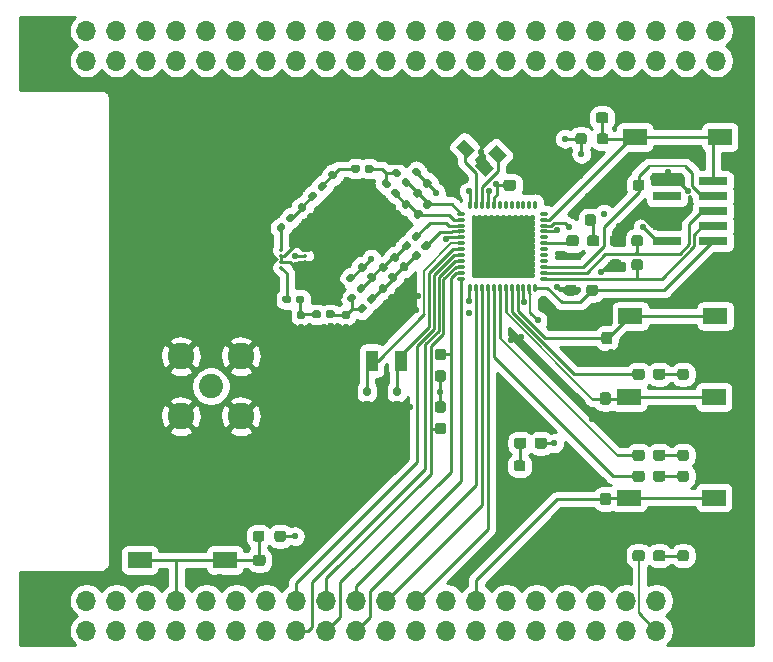
<source format=gbr>
%TF.GenerationSoftware,KiCad,Pcbnew,(5.1.9)-1*%
%TF.CreationDate,2021-09-23T16:30:07-05:00*%
%TF.ProjectId,zigbeeCape,7a696762-6565-4436-9170-652e6b696361,rev?*%
%TF.SameCoordinates,Original*%
%TF.FileFunction,Copper,L1,Top*%
%TF.FilePolarity,Positive*%
%FSLAX46Y46*%
G04 Gerber Fmt 4.6, Leading zero omitted, Abs format (unit mm)*
G04 Created by KiCad (PCBNEW (5.1.9)-1) date 2021-09-23 16:30:07*
%MOMM*%
%LPD*%
G01*
G04 APERTURE LIST*
%TA.AperFunction,ComponentPad*%
%ADD10C,0.515000*%
%TD*%
%TA.AperFunction,SMDPad,CuDef*%
%ADD11R,1.030000X1.030000*%
%TD*%
%TA.AperFunction,SMDPad,CuDef*%
%ADD12O,0.300000X0.750000*%
%TD*%
%TA.AperFunction,SMDPad,CuDef*%
%ADD13O,0.750000X0.300000*%
%TD*%
%TA.AperFunction,ComponentPad*%
%ADD14C,0.600000*%
%TD*%
%TA.AperFunction,ComponentPad*%
%ADD15C,2.050000*%
%TD*%
%TA.AperFunction,ComponentPad*%
%ADD16C,2.250000*%
%TD*%
%TA.AperFunction,SMDPad,CuDef*%
%ADD17R,2.400046X0.739902*%
%TD*%
%TA.AperFunction,SMDPad,CuDef*%
%ADD18C,0.100000*%
%TD*%
%TA.AperFunction,ComponentPad*%
%ADD19R,1.700000X1.700000*%
%TD*%
%TA.AperFunction,ComponentPad*%
%ADD20O,1.700000X1.700000*%
%TD*%
%TA.AperFunction,SMDPad,CuDef*%
%ADD21R,2.000000X1.400000*%
%TD*%
%TA.AperFunction,SMDPad,CuDef*%
%ADD22O,0.400000X0.300000*%
%TD*%
%TA.AperFunction,SMDPad,CuDef*%
%ADD23R,1.000000X1.800000*%
%TD*%
%TA.AperFunction,ViaPad*%
%ADD24C,0.558800*%
%TD*%
%TA.AperFunction,Conductor*%
%ADD25C,0.254000*%
%TD*%
%TA.AperFunction,Conductor*%
%ADD26C,0.152400*%
%TD*%
%TA.AperFunction,Conductor*%
%ADD27C,0.100000*%
%TD*%
G04 APERTURE END LIST*
D10*
%TO.P,U1,49*%
%TO.N,GND*%
X43670000Y32400000D03*
X43670000Y33430000D03*
X43670000Y34460000D03*
X43670000Y35490000D03*
X43670000Y36520000D03*
X42640000Y32400000D03*
X42640000Y33430000D03*
X42640000Y34460000D03*
X42640000Y35490000D03*
X42640000Y36520000D03*
X41610000Y32400000D03*
X41610000Y33430000D03*
X41610000Y34460000D03*
X41610000Y35490000D03*
X41610000Y36520000D03*
X40580000Y32400000D03*
X40580000Y33430000D03*
X40580000Y34460000D03*
X40580000Y35490000D03*
X40580000Y36520000D03*
X39550000Y32400000D03*
X39550000Y33430000D03*
X39550000Y34460000D03*
X39550000Y35490000D03*
X39550000Y36520000D03*
D11*
X43670000Y32400000D03*
X43670000Y33430000D03*
X43670000Y34460000D03*
X43670000Y35490000D03*
X43670000Y36520000D03*
X42640000Y32400000D03*
X42640000Y33430000D03*
X42640000Y34460000D03*
X42640000Y35490000D03*
X42640000Y36520000D03*
X41610000Y32400000D03*
X41610000Y33430000D03*
X41610000Y34460000D03*
X41610000Y35490000D03*
X41610000Y36520000D03*
X40580000Y32400000D03*
X40580000Y33430000D03*
X40580000Y34460000D03*
X40580000Y35490000D03*
X40580000Y36520000D03*
X39550000Y32400000D03*
X39550000Y33430000D03*
X39550000Y34460000D03*
X39550000Y35490000D03*
X39550000Y36520000D03*
D12*
%TO.P,U1,48*%
%TO.N,VDDR*%
X38860000Y37985000D03*
%TO.P,U1,47*%
%TO.N,Net-(U1-Pad47)*%
X39360000Y37985000D03*
%TO.P,U1,46*%
%TO.N,Net-(U1-Pad46)*%
X39860000Y37985000D03*
%TO.P,U1,45*%
%TO.N,VDDR*%
X40360000Y37985000D03*
%TO.P,U1,44*%
%TO.N,+3V3*%
X40860000Y37985000D03*
%TO.P,U1,43*%
%TO.N,Net-(U1-Pad43)*%
X41360000Y37985000D03*
%TO.P,U1,42*%
%TO.N,Net-(U1-Pad42)*%
X41860000Y37985000D03*
%TO.P,U1,41*%
%TO.N,Net-(U1-Pad41)*%
X42360000Y37985000D03*
%TO.P,U1,40*%
%TO.N,Net-(U1-Pad40)*%
X42860000Y37985000D03*
%TO.P,U1,39*%
%TO.N,Net-(U1-Pad39)*%
X43360000Y37985000D03*
%TO.P,U1,38*%
%TO.N,Net-(U1-Pad38)*%
X43860000Y37985000D03*
%TO.P,U1,37*%
%TO.N,Net-(U1-Pad37)*%
X44360000Y37985000D03*
D13*
%TO.P,U1,36*%
%TO.N,Net-(U1-Pad36)*%
X45135000Y37210000D03*
%TO.P,U1,35*%
%TO.N,Net-(C7-Pad1)*%
X45135000Y36710000D03*
%TO.P,U1,34*%
%TO.N,+3V3*%
X45135000Y36210000D03*
%TO.P,U1,33*%
%TO.N,DCDC_SW*%
X45135000Y35710000D03*
%TO.P,U1,32*%
%TO.N,Net-(U1-Pad32)*%
X45135000Y35210000D03*
%TO.P,U1,31*%
%TO.N,Cape_HeartBeat*%
X45135000Y34710000D03*
%TO.P,U1,30*%
%TO.N,Net-(U1-Pad30)*%
X45135000Y34210000D03*
%TO.P,U1,29*%
%TO.N,Net-(U1-Pad29)*%
X45135000Y33710000D03*
%TO.P,U1,28*%
%TO.N,Net-(U1-Pad28)*%
X45135000Y33210000D03*
%TO.P,U1,27*%
%TO.N,Net-(J1-Pad8)*%
X45135000Y32710000D03*
%TO.P,U1,26*%
%TO.N,Net-(J1-Pad6)*%
X45135000Y32210000D03*
%TO.P,U1,25*%
%TO.N,Net-(J1-Pad4)*%
X45135000Y31710000D03*
D12*
%TO.P,U1,24*%
%TO.N,Net-(J1-Pad2)*%
X44360000Y30935000D03*
%TO.P,U1,23*%
%TO.N,Net-(C15-Pad1)*%
X43860000Y30935000D03*
%TO.P,U1,22*%
%TO.N,+3V3*%
X43360000Y30935000D03*
%TO.P,U1,21*%
%TO.N,ZigBee_Connect*%
X42860000Y30935000D03*
%TO.P,U1,20*%
%TO.N,ZigBee_HeartBeat*%
X42360000Y30935000D03*
%TO.P,U1,19*%
%TO.N,Check_Error*%
X41860000Y30935000D03*
%TO.P,U1,18*%
%TO.N,Aux_2*%
X41360000Y30935000D03*
%TO.P,U1,17*%
%TO.N,Aux_1*%
X40860000Y30935000D03*
%TO.P,U1,16*%
%TO.N,UART_RX*%
X40360000Y30935000D03*
%TO.P,U1,15*%
%TO.N,UART_TX*%
X39860000Y30935000D03*
%TO.P,U1,14*%
%TO.N,SPI_MISO*%
X39360000Y30935000D03*
%TO.P,U1,13*%
%TO.N,+3V3*%
X38860000Y30935000D03*
D13*
%TO.P,U1,12*%
%TO.N,SPI_CLK*%
X38085000Y31710000D03*
%TO.P,U1,11*%
%TO.N,I2C2_SCL*%
X38085000Y32210000D03*
%TO.P,U1,10*%
%TO.N,I2C2_SDA*%
X38085000Y32710000D03*
%TO.P,U1,9*%
%TO.N,SPI_CS*%
X38085000Y33210000D03*
%TO.P,U1,8*%
%TO.N,SPI_MOSI*%
X38085000Y33710000D03*
%TO.P,U1,7*%
%TO.N,Net-(C12-Pad1)*%
X38085000Y34210000D03*
%TO.P,U1,6*%
%TO.N,Net-(C14-Pad1)*%
X38085000Y34710000D03*
%TO.P,U1,5*%
%TO.N,/ZigBeeFiltering/RX_TX*%
X38085000Y35210000D03*
%TO.P,U1,4*%
%TO.N,/ZigBeeFiltering/SUB-1_GHZ_RF_N*%
X38085000Y35710000D03*
%TO.P,U1,3*%
%TO.N,/ZigBeeFiltering/SUB-1_GHZ_RF_P*%
X38085000Y36210000D03*
%TO.P,U1,2*%
%TO.N,/ZigBeeFiltering/2_4_GHZ_RF_N*%
X38085000Y36710000D03*
%TO.P,U1,1*%
%TO.N,/ZigBeeFiltering/2_4_GHZ_RF_P*%
X38085000Y37210000D03*
%TD*%
D14*
%TO.P,REF\u002A\u002A,1*%
%TO.N,GND*%
X46863000Y22479000D03*
%TD*%
%TO.P,REF\u002A\u002A,1*%
%TO.N,GND*%
X44196000Y25146000D03*
%TD*%
%TO.P,REF\u002A\u002A,1*%
%TO.N,GND*%
X47117000Y27559000D03*
%TD*%
%TO.P,REF\u002A\u002A,1*%
%TO.N,GND*%
X47244000Y33528000D03*
%TD*%
%TO.P,REF\u002A\u002A,1*%
%TO.N,GND*%
X40132000Y45720000D03*
%TD*%
%TO.P,REF\u002A\u002A,1*%
%TO.N,GND*%
X37592000Y45974000D03*
%TD*%
%TO.P,REF\u002A\u002A,1*%
%TO.N,GND*%
X40132000Y48006000D03*
%TD*%
%TO.P,REF\u002A\u002A,1*%
%TO.N,GND*%
X37592000Y48006000D03*
%TD*%
%TO.P,REF\u002A\u002A,1*%
%TO.N,GND*%
X46609000Y41656000D03*
%TD*%
%TO.P,REF\u002A\u002A,1*%
%TO.N,GND*%
X44958000Y43180000D03*
%TD*%
%TO.P,REF\u002A\u002A,1*%
%TO.N,GND*%
X42291000Y43815000D03*
%TD*%
%TO.P,REF\u002A\u002A,1*%
%TO.N,GND*%
X44831000Y45466000D03*
%TD*%
%TO.P,REF\u002A\u002A,1*%
%TO.N,GND*%
X42291000Y45466000D03*
%TD*%
%TO.P,REF\u002A\u002A,1*%
%TO.N,GND*%
X44831000Y48006000D03*
%TD*%
%TO.P,REF\u002A\u002A,1*%
%TO.N,GND*%
X34290000Y43561000D03*
%TD*%
%TO.P,REF\u002A\u002A,1*%
%TO.N,GND*%
X31750000Y43561000D03*
%TD*%
%TO.P,REF\u002A\u002A,1*%
%TO.N,GND*%
X29591000Y42926000D03*
%TD*%
%TO.P,REF\u002A\u002A,1*%
%TO.N,GND*%
X34671000Y45466000D03*
%TD*%
%TO.P,REF\u002A\u002A,1*%
%TO.N,GND*%
X32131000Y45466000D03*
%TD*%
%TO.P,REF\u002A\u002A,1*%
%TO.N,GND*%
X29591000Y45466000D03*
%TD*%
%TO.P,REF\u002A\u002A,1*%
%TO.N,GND*%
X34671000Y48006000D03*
%TD*%
%TO.P,REF\u002A\u002A,1*%
%TO.N,GND*%
X32131000Y48006000D03*
%TD*%
D15*
%TO.P,U3,1*%
%TO.N,Net-(C31-Pad2)*%
X16891000Y22606000D03*
D16*
%TO.P,U3,2*%
%TO.N,GND*%
X19431000Y20066000D03*
X19431000Y25146000D03*
X14351000Y25146000D03*
X14351000Y20066000D03*
%TD*%
D14*
%TO.P,REF\u002A\u002A,1*%
%TO.N,GND*%
X25273000Y35433000D03*
%TD*%
%TO.P,REF\u002A\u002A,1*%
%TO.N,GND*%
X28194000Y35560000D03*
%TD*%
%TO.P,REF\u002A\u002A,1*%
%TO.N,GND*%
X26670000Y34290000D03*
%TD*%
%TO.P,REF\u002A\u002A,1*%
%TO.N,GND*%
X27559000Y36957000D03*
%TD*%
%TO.P,REF\u002A\u002A,1*%
%TO.N,GND*%
X30480000Y36576000D03*
%TD*%
%TO.P,REF\u002A\u002A,1*%
%TO.N,GND*%
X29210000Y38100000D03*
%TD*%
%TO.P,REF\u002A\u002A,1*%
%TO.N,GND*%
X27305000Y38608000D03*
%TD*%
%TO.P,REF\u002A\u002A,1*%
%TO.N,GND*%
X28448000Y39751000D03*
%TD*%
%TO.P,REF\u002A\u002A,1*%
%TO.N,GND*%
X30099000Y39751000D03*
%TD*%
%TO.P,REF\u002A\u002A,1*%
%TO.N,GND*%
X31115000Y38481000D03*
%TD*%
%TO.P,REF\u002A\u002A,1*%
%TO.N,GND*%
X32766000Y35687000D03*
%TD*%
%TO.P,REF\u002A\u002A,1*%
%TO.N,GND*%
X29718000Y34671000D03*
%TD*%
%TO.P,REF\u002A\u002A,1*%
%TO.N,GND*%
X27940000Y33274000D03*
%TD*%
%TO.P,REF\u002A\u002A,1*%
%TO.N,GND*%
X26035000Y31877000D03*
%TD*%
%TO.P,REF\u002A\u002A,1*%
%TO.N,GND*%
X25781000Y29972000D03*
%TD*%
%TO.P,REF\u002A\u002A,1*%
%TO.N,GND*%
X24384000Y31242000D03*
%TD*%
%TO.P,REF\u002A\u002A,1*%
%TO.N,GND*%
X30226000Y27940000D03*
%TD*%
%TO.P,REF\u002A\u002A,1*%
%TO.N,GND*%
X32639000Y28194000D03*
%TD*%
%TO.P,REF\u002A\u002A,1*%
%TO.N,GND*%
X31242000Y26797000D03*
%TD*%
%TO.P,REF\u002A\u002A,1*%
%TO.N,GND*%
X28702000Y26416000D03*
%TD*%
%TO.P,REF\u002A\u002A,1*%
%TO.N,GND*%
X28829000Y23876000D03*
%TD*%
%TO.P,REF\u002A\u002A,1*%
%TO.N,GND*%
X25654000Y10287000D03*
%TD*%
%TO.P,REF\u002A\u002A,1*%
%TO.N,GND*%
X15875000Y9144000D03*
%TD*%
%TO.P,REF\u002A\u002A,1*%
%TO.N,GND*%
X12954000Y9144000D03*
%TD*%
%TO.P,REF\u002A\u002A,1*%
%TO.N,GND*%
X31750000Y16383000D03*
%TD*%
%TO.P,REF\u002A\u002A,1*%
%TO.N,GND*%
X31750000Y18796000D03*
%TD*%
%TO.P,REF\u002A\u002A,1*%
%TO.N,GND*%
X29591000Y19939000D03*
%TD*%
%TO.P,REF\u002A\u002A,1*%
%TO.N,GND*%
X29464000Y17526000D03*
%TD*%
%TO.P,REF\u002A\u002A,1*%
%TO.N,GND*%
X29464000Y14986000D03*
%TD*%
%TO.P,REF\u002A\u002A,1*%
%TO.N,GND*%
X27051000Y12446000D03*
%TD*%
%TO.P,REF\u002A\u002A,1*%
%TO.N,GND*%
X24511000Y12446000D03*
%TD*%
%TO.P,REF\u002A\u002A,1*%
%TO.N,GND*%
X21971000Y12446000D03*
%TD*%
%TO.P,REF\u002A\u002A,1*%
%TO.N,GND*%
X19431000Y12446000D03*
%TD*%
%TO.P,REF\u002A\u002A,1*%
%TO.N,GND*%
X16891000Y12446000D03*
%TD*%
%TO.P,REF\u002A\u002A,1*%
%TO.N,GND*%
X14351000Y12446000D03*
%TD*%
%TO.P,REF\u002A\u002A,1*%
%TO.N,GND*%
X11811000Y12446000D03*
%TD*%
%TO.P,REF\u002A\u002A,1*%
%TO.N,GND*%
X9271000Y12446000D03*
%TD*%
%TO.P,REF\u002A\u002A,1*%
%TO.N,GND*%
X27051000Y14986000D03*
%TD*%
%TO.P,REF\u002A\u002A,1*%
%TO.N,GND*%
X24511000Y14986000D03*
%TD*%
%TO.P,REF\u002A\u002A,1*%
%TO.N,GND*%
X21971000Y14986000D03*
%TD*%
%TO.P,REF\u002A\u002A,1*%
%TO.N,GND*%
X19431000Y14986000D03*
%TD*%
%TO.P,REF\u002A\u002A,1*%
%TO.N,GND*%
X16891000Y14986000D03*
%TD*%
%TO.P,REF\u002A\u002A,1*%
%TO.N,GND*%
X14351000Y14986000D03*
%TD*%
%TO.P,REF\u002A\u002A,1*%
%TO.N,GND*%
X11811000Y14986000D03*
%TD*%
%TO.P,REF\u002A\u002A,1*%
%TO.N,GND*%
X9271000Y14986000D03*
%TD*%
%TO.P,REF\u002A\u002A,1*%
%TO.N,GND*%
X27051000Y17526000D03*
%TD*%
%TO.P,REF\u002A\u002A,1*%
%TO.N,GND*%
X24511000Y17526000D03*
%TD*%
%TO.P,REF\u002A\u002A,1*%
%TO.N,GND*%
X21971000Y17526000D03*
%TD*%
%TO.P,REF\u002A\u002A,1*%
%TO.N,GND*%
X19431000Y17526000D03*
%TD*%
%TO.P,REF\u002A\u002A,1*%
%TO.N,GND*%
X16891000Y17526000D03*
%TD*%
%TO.P,REF\u002A\u002A,1*%
%TO.N,GND*%
X14351000Y17526000D03*
%TD*%
%TO.P,REF\u002A\u002A,1*%
%TO.N,GND*%
X11811000Y17526000D03*
%TD*%
%TO.P,REF\u002A\u002A,1*%
%TO.N,GND*%
X9271000Y17526000D03*
%TD*%
%TO.P,REF\u002A\u002A,1*%
%TO.N,GND*%
X27051000Y20066000D03*
%TD*%
%TO.P,REF\u002A\u002A,1*%
%TO.N,GND*%
X24511000Y20066000D03*
%TD*%
%TO.P,REF\u002A\u002A,1*%
%TO.N,GND*%
X21971000Y20066000D03*
%TD*%
%TO.P,REF\u002A\u002A,1*%
%TO.N,GND*%
X16891000Y20066000D03*
%TD*%
%TO.P,REF\u002A\u002A,1*%
%TO.N,GND*%
X11811000Y20066000D03*
%TD*%
%TO.P,REF\u002A\u002A,1*%
%TO.N,GND*%
X9271000Y20066000D03*
%TD*%
%TO.P,REF\u002A\u002A,1*%
%TO.N,GND*%
X27051000Y22606000D03*
%TD*%
%TO.P,REF\u002A\u002A,1*%
%TO.N,GND*%
X24511000Y22606000D03*
%TD*%
%TO.P,REF\u002A\u002A,1*%
%TO.N,GND*%
X21971000Y22606000D03*
%TD*%
%TO.P,REF\u002A\u002A,1*%
%TO.N,GND*%
X19431000Y22606000D03*
%TD*%
%TO.P,REF\u002A\u002A,1*%
%TO.N,GND*%
X14351000Y22606000D03*
%TD*%
%TO.P,REF\u002A\u002A,1*%
%TO.N,GND*%
X11811000Y22606000D03*
%TD*%
%TO.P,REF\u002A\u002A,1*%
%TO.N,GND*%
X9271000Y22606000D03*
%TD*%
%TO.P,REF\u002A\u002A,1*%
%TO.N,GND*%
X27051000Y25146000D03*
%TD*%
%TO.P,REF\u002A\u002A,1*%
%TO.N,GND*%
X24511000Y25146000D03*
%TD*%
%TO.P,REF\u002A\u002A,1*%
%TO.N,GND*%
X21971000Y25146000D03*
%TD*%
%TO.P,REF\u002A\u002A,1*%
%TO.N,GND*%
X11811000Y25146000D03*
%TD*%
%TO.P,REF\u002A\u002A,1*%
%TO.N,GND*%
X9271000Y25146000D03*
%TD*%
%TO.P,REF\u002A\u002A,1*%
%TO.N,GND*%
X27051000Y27686000D03*
%TD*%
%TO.P,REF\u002A\u002A,1*%
%TO.N,GND*%
X21971000Y27686000D03*
%TD*%
%TO.P,REF\u002A\u002A,1*%
%TO.N,GND*%
X19431000Y27686000D03*
%TD*%
%TO.P,REF\u002A\u002A,1*%
%TO.N,GND*%
X16891000Y27686000D03*
%TD*%
%TO.P,REF\u002A\u002A,1*%
%TO.N,GND*%
X14351000Y27686000D03*
%TD*%
%TO.P,REF\u002A\u002A,1*%
%TO.N,GND*%
X11811000Y27686000D03*
%TD*%
%TO.P,REF\u002A\u002A,1*%
%TO.N,GND*%
X9271000Y27686000D03*
%TD*%
%TO.P,REF\u002A\u002A,1*%
%TO.N,GND*%
X21971000Y30226000D03*
%TD*%
%TO.P,REF\u002A\u002A,1*%
%TO.N,GND*%
X16891000Y30226000D03*
%TD*%
%TO.P,REF\u002A\u002A,1*%
%TO.N,GND*%
X14351000Y30226000D03*
%TD*%
%TO.P,REF\u002A\u002A,1*%
%TO.N,GND*%
X11811000Y30226000D03*
%TD*%
%TO.P,REF\u002A\u002A,1*%
%TO.N,GND*%
X9271000Y30226000D03*
%TD*%
%TO.P,REF\u002A\u002A,1*%
%TO.N,GND*%
X19431000Y32766000D03*
%TD*%
%TO.P,REF\u002A\u002A,1*%
%TO.N,GND*%
X16891000Y32766000D03*
%TD*%
%TO.P,REF\u002A\u002A,1*%
%TO.N,GND*%
X14351000Y32766000D03*
%TD*%
%TO.P,REF\u002A\u002A,1*%
%TO.N,GND*%
X11811000Y32766000D03*
%TD*%
%TO.P,REF\u002A\u002A,1*%
%TO.N,GND*%
X9271000Y32766000D03*
%TD*%
%TO.P,REF\u002A\u002A,1*%
%TO.N,GND*%
X21590000Y35306000D03*
%TD*%
%TO.P,REF\u002A\u002A,1*%
%TO.N,GND*%
X19431000Y35306000D03*
%TD*%
%TO.P,REF\u002A\u002A,1*%
%TO.N,GND*%
X16891000Y35306000D03*
%TD*%
%TO.P,REF\u002A\u002A,1*%
%TO.N,GND*%
X14351000Y35306000D03*
%TD*%
%TO.P,REF\u002A\u002A,1*%
%TO.N,GND*%
X11811000Y35306000D03*
%TD*%
%TO.P,REF\u002A\u002A,1*%
%TO.N,GND*%
X9271000Y35306000D03*
%TD*%
%TO.P,REF\u002A\u002A,1*%
%TO.N,GND*%
X21971000Y37846000D03*
%TD*%
%TO.P,REF\u002A\u002A,1*%
%TO.N,GND*%
X19431000Y37846000D03*
%TD*%
%TO.P,REF\u002A\u002A,1*%
%TO.N,GND*%
X16891000Y37846000D03*
%TD*%
%TO.P,REF\u002A\u002A,1*%
%TO.N,GND*%
X14351000Y37846000D03*
%TD*%
%TO.P,REF\u002A\u002A,1*%
%TO.N,GND*%
X11811000Y37846000D03*
%TD*%
%TO.P,REF\u002A\u002A,1*%
%TO.N,GND*%
X9271000Y37846000D03*
%TD*%
%TO.P,REF\u002A\u002A,1*%
%TO.N,GND*%
X24511000Y40386000D03*
%TD*%
%TO.P,REF\u002A\u002A,1*%
%TO.N,GND*%
X21971000Y40386000D03*
%TD*%
%TO.P,REF\u002A\u002A,1*%
%TO.N,GND*%
X19431000Y40386000D03*
%TD*%
%TO.P,REF\u002A\u002A,1*%
%TO.N,GND*%
X16891000Y40386000D03*
%TD*%
%TO.P,REF\u002A\u002A,1*%
%TO.N,GND*%
X14351000Y40386000D03*
%TD*%
%TO.P,REF\u002A\u002A,1*%
%TO.N,GND*%
X11811000Y40386000D03*
%TD*%
%TO.P,REF\u002A\u002A,1*%
%TO.N,GND*%
X9271000Y40386000D03*
%TD*%
%TO.P,REF\u002A\u002A,1*%
%TO.N,GND*%
X27051000Y42926000D03*
%TD*%
%TO.P,REF\u002A\u002A,1*%
%TO.N,GND*%
X24511000Y42926000D03*
%TD*%
%TO.P,REF\u002A\u002A,1*%
%TO.N,GND*%
X21971000Y42926000D03*
%TD*%
%TO.P,REF\u002A\u002A,1*%
%TO.N,GND*%
X19431000Y42926000D03*
%TD*%
%TO.P,REF\u002A\u002A,1*%
%TO.N,GND*%
X16891000Y42926000D03*
%TD*%
%TO.P,REF\u002A\u002A,1*%
%TO.N,GND*%
X14351000Y42926000D03*
%TD*%
%TO.P,REF\u002A\u002A,1*%
%TO.N,GND*%
X11811000Y42926000D03*
%TD*%
%TO.P,REF\u002A\u002A,1*%
%TO.N,GND*%
X9271000Y42926000D03*
%TD*%
%TO.P,REF\u002A\u002A,1*%
%TO.N,GND*%
X27051000Y45466000D03*
%TD*%
%TO.P,REF\u002A\u002A,1*%
%TO.N,GND*%
X24511000Y45466000D03*
%TD*%
%TO.P,REF\u002A\u002A,1*%
%TO.N,GND*%
X21971000Y45466000D03*
%TD*%
%TO.P,REF\u002A\u002A,1*%
%TO.N,GND*%
X19431000Y45466000D03*
%TD*%
%TO.P,REF\u002A\u002A,1*%
%TO.N,GND*%
X16891000Y45466000D03*
%TD*%
%TO.P,REF\u002A\u002A,1*%
%TO.N,GND*%
X14351000Y45466000D03*
%TD*%
%TO.P,REF\u002A\u002A,1*%
%TO.N,GND*%
X11811000Y45466000D03*
%TD*%
%TO.P,REF\u002A\u002A,1*%
%TO.N,GND*%
X9271000Y45466000D03*
%TD*%
%TO.P,REF\u002A\u002A,1*%
%TO.N,GND*%
X27051000Y48006000D03*
%TD*%
%TO.P,REF\u002A\u002A,1*%
%TO.N,GND*%
X24511000Y48006000D03*
%TD*%
%TO.P,REF\u002A\u002A,1*%
%TO.N,GND*%
X21971000Y48006000D03*
%TD*%
%TO.P,REF\u002A\u002A,1*%
%TO.N,GND*%
X19431000Y48006000D03*
%TD*%
%TO.P,REF\u002A\u002A,1*%
%TO.N,GND*%
X16891000Y48006000D03*
%TD*%
%TO.P,REF\u002A\u002A,1*%
%TO.N,GND*%
X14351000Y48006000D03*
%TD*%
%TO.P,REF\u002A\u002A,1*%
%TO.N,GND*%
X11811000Y48006000D03*
%TD*%
%TO.P,REF\u002A\u002A,1*%
%TO.N,GND*%
X52324000Y41783000D03*
%TD*%
%TO.P,REF\u002A\u002A,1*%
%TO.N,GND*%
X56388000Y42672000D03*
%TD*%
%TO.P,REF\u002A\u002A,1*%
%TO.N,GND*%
X58293000Y41402000D03*
%TD*%
%TO.P,REF\u002A\u002A,1*%
%TO.N,GND*%
X51562000Y45339000D03*
%TD*%
%TO.P,REF\u002A\u002A,1*%
%TO.N,GND*%
X54737000Y44958000D03*
%TD*%
%TO.P,REF\u002A\u002A,1*%
%TO.N,GND*%
X57912000Y44831000D03*
%TD*%
%TO.P,REF\u002A\u002A,1*%
%TO.N,GND*%
X60071000Y30353000D03*
%TD*%
%TO.P,REF\u002A\u002A,1*%
%TO.N,GND*%
X59817000Y33401000D03*
%TD*%
%TO.P,REF\u002A\u002A,1*%
%TO.N,GND*%
X57658000Y31623000D03*
%TD*%
%TO.P,REF\u002A\u002A,1*%
%TO.N,GND*%
X57658000Y29718000D03*
%TD*%
%TO.P,REF\u002A\u002A,1*%
%TO.N,GND*%
X54483000Y29591000D03*
%TD*%
%TO.P,REF\u002A\u002A,1*%
%TO.N,GND*%
X57404000Y27305000D03*
%TD*%
%TO.P,REF\u002A\u002A,1*%
%TO.N,GND*%
X54356000Y27432000D03*
%TD*%
%TO.P,REF\u002A\u002A,1*%
%TO.N,GND*%
X57404000Y20447000D03*
%TD*%
%TO.P,REF\u002A\u002A,1*%
%TO.N,GND*%
X54229000Y20447000D03*
%TD*%
%TO.P,REF\u002A\u002A,1*%
%TO.N,GND*%
X44577000Y8890000D03*
%TD*%
%TO.P,REF\u002A\u002A,1*%
%TO.N,GND*%
X47244000Y11176000D03*
%TD*%
%TO.P,REF\u002A\u002A,1*%
%TO.N,GND*%
X50292000Y8382000D03*
%TD*%
%TO.P,REF\u002A\u002A,1*%
%TO.N,GND*%
X46482000Y14478000D03*
%TD*%
%TO.P,REF\u002A\u002A,1*%
%TO.N,GND*%
X49149000Y14732000D03*
%TD*%
%TO.P,REF\u002A\u002A,1*%
%TO.N,GND*%
X42672000Y13335000D03*
%TD*%
%TO.P,REF\u002A\u002A,1*%
%TO.N,GND*%
X42545000Y19939000D03*
%TD*%
%TO.P,REF\u002A\u002A,1*%
%TO.N,GND*%
X41529000Y22479000D03*
%TD*%
%TO.P,REF\u002A\u002A,1*%
%TO.N,GND*%
X41275000Y9652000D03*
%TD*%
%TO.P,REF\u002A\u002A,1*%
%TO.N,GND*%
X38100000Y6350000D03*
%TD*%
%TO.P,REF\u002A\u002A,1*%
%TO.N,GND*%
X57531000Y12065000D03*
%TD*%
%TO.P,REF\u002A\u002A,1*%
%TO.N,GND*%
X54229000Y12065000D03*
%TD*%
%TO.P,C14,2*%
%TO.N,GND*%
%TA.AperFunction,SMDPad,CuDef*%
G36*
G01*
X29944000Y21390000D02*
X30254000Y21390000D01*
G75*
G02*
X30409000Y21235000I0J-155000D01*
G01*
X30409000Y20810000D01*
G75*
G02*
X30254000Y20655000I-155000J0D01*
G01*
X29944000Y20655000D01*
G75*
G02*
X29789000Y20810000I0J155000D01*
G01*
X29789000Y21235000D01*
G75*
G02*
X29944000Y21390000I155000J0D01*
G01*
G37*
%TD.AperFunction*%
%TO.P,C14,1*%
%TO.N,Net-(C14-Pad1)*%
%TA.AperFunction,SMDPad,CuDef*%
G36*
G01*
X29944000Y22525000D02*
X30254000Y22525000D01*
G75*
G02*
X30409000Y22370000I0J-155000D01*
G01*
X30409000Y21945000D01*
G75*
G02*
X30254000Y21790000I-155000J0D01*
G01*
X29944000Y21790000D01*
G75*
G02*
X29789000Y21945000I0J155000D01*
G01*
X29789000Y22370000D01*
G75*
G02*
X29944000Y22525000I155000J0D01*
G01*
G37*
%TD.AperFunction*%
%TD*%
%TO.P,C12,2*%
%TO.N,GND*%
%TA.AperFunction,SMDPad,CuDef*%
G36*
G01*
X32484000Y21390000D02*
X32794000Y21390000D01*
G75*
G02*
X32949000Y21235000I0J-155000D01*
G01*
X32949000Y20810000D01*
G75*
G02*
X32794000Y20655000I-155000J0D01*
G01*
X32484000Y20655000D01*
G75*
G02*
X32329000Y20810000I0J155000D01*
G01*
X32329000Y21235000D01*
G75*
G02*
X32484000Y21390000I155000J0D01*
G01*
G37*
%TD.AperFunction*%
%TO.P,C12,1*%
%TO.N,Net-(C12-Pad1)*%
%TA.AperFunction,SMDPad,CuDef*%
G36*
G01*
X32484000Y22525000D02*
X32794000Y22525000D01*
G75*
G02*
X32949000Y22370000I0J-155000D01*
G01*
X32949000Y21945000D01*
G75*
G02*
X32794000Y21790000I-155000J0D01*
G01*
X32484000Y21790000D01*
G75*
G02*
X32329000Y21945000I0J155000D01*
G01*
X32329000Y22370000D01*
G75*
G02*
X32484000Y22525000I155000J0D01*
G01*
G37*
%TD.AperFunction*%
%TD*%
D17*
%TO.P,J1,1*%
%TO.N,+3V3*%
X55504080Y34876994D03*
%TO.P,J1,2*%
%TO.N,Net-(J1-Pad2)*%
X59403996Y34876994D03*
%TO.P,J1,3*%
%TO.N,GND*%
X55504080Y36146994D03*
%TO.P,J1,4*%
%TO.N,Net-(J1-Pad4)*%
X59403996Y36146994D03*
%TO.P,J1,5*%
%TO.N,GND*%
X55504080Y37416994D03*
%TO.P,J1,6*%
%TO.N,Net-(J1-Pad6)*%
X59403996Y37416994D03*
%TO.P,J1,7*%
%TO.N,Net-(J1-Pad7)*%
X55504080Y38686740D03*
%TO.P,J1,8*%
%TO.N,Net-(J1-Pad8)*%
X59403996Y38686994D03*
%TO.P,J1,9*%
%TO.N,GND*%
X55504080Y39956990D03*
%TO.P,J1,10*%
%TO.N,Net-(C7-Pad1)*%
X59403996Y39956740D03*
%TD*%
%TO.P,C5,1*%
%TO.N,+3V3*%
%TA.AperFunction,SMDPad,CuDef*%
G36*
G01*
X41653000Y39386500D02*
X41653000Y39861500D01*
G75*
G02*
X41890500Y40099000I237500J0D01*
G01*
X42490500Y40099000D01*
G75*
G02*
X42728000Y39861500I0J-237500D01*
G01*
X42728000Y39386500D01*
G75*
G02*
X42490500Y39149000I-237500J0D01*
G01*
X41890500Y39149000D01*
G75*
G02*
X41653000Y39386500I0J237500D01*
G01*
G37*
%TD.AperFunction*%
%TO.P,C5,2*%
%TO.N,GND*%
%TA.AperFunction,SMDPad,CuDef*%
G36*
G01*
X43378000Y39386500D02*
X43378000Y39861500D01*
G75*
G02*
X43615500Y40099000I237500J0D01*
G01*
X44215500Y40099000D01*
G75*
G02*
X44453000Y39861500I0J-237500D01*
G01*
X44453000Y39386500D01*
G75*
G02*
X44215500Y39149000I-237500J0D01*
G01*
X43615500Y39149000D01*
G75*
G02*
X43378000Y39386500I0J237500D01*
G01*
G37*
%TD.AperFunction*%
%TD*%
%TO.P,L12,2*%
%TO.N,Net-(C28-Pad1)*%
%TA.AperFunction,SMDPad,CuDef*%
G36*
G01*
X26226000Y28862000D02*
X26226000Y28542000D01*
G75*
G02*
X26066000Y28382000I-160000J0D01*
G01*
X25621000Y28382000D01*
G75*
G02*
X25461000Y28542000I0J160000D01*
G01*
X25461000Y28862000D01*
G75*
G02*
X25621000Y29022000I160000J0D01*
G01*
X26066000Y29022000D01*
G75*
G02*
X26226000Y28862000I0J-160000D01*
G01*
G37*
%TD.AperFunction*%
%TO.P,L12,1*%
%TO.N,Net-(C24-Pad2)*%
%TA.AperFunction,SMDPad,CuDef*%
G36*
G01*
X27371000Y28862000D02*
X27371000Y28542000D01*
G75*
G02*
X27211000Y28382000I-160000J0D01*
G01*
X26766000Y28382000D01*
G75*
G02*
X26606000Y28542000I0J160000D01*
G01*
X26606000Y28862000D01*
G75*
G02*
X26766000Y29022000I160000J0D01*
G01*
X27211000Y29022000D01*
G75*
G02*
X27371000Y28862000I0J-160000D01*
G01*
G37*
%TD.AperFunction*%
%TD*%
%TO.P,L11,2*%
%TO.N,Net-(C24-Pad2)*%
%TA.AperFunction,SMDPad,CuDef*%
G36*
G01*
X29851512Y29569786D02*
X30077786Y29343512D01*
G75*
G02*
X30077786Y29117238I-113137J-113137D01*
G01*
X29763124Y28802576D01*
G75*
G02*
X29536850Y28802576I-113137J113137D01*
G01*
X29310576Y29028850D01*
G75*
G02*
X29310576Y29255124I113137J113137D01*
G01*
X29625238Y29569786D01*
G75*
G02*
X29851512Y29569786I113137J-113137D01*
G01*
G37*
%TD.AperFunction*%
%TO.P,L11,1*%
%TO.N,Net-(C20-Pad2)*%
%TA.AperFunction,SMDPad,CuDef*%
G36*
G01*
X30661150Y30379424D02*
X30887424Y30153150D01*
G75*
G02*
X30887424Y29926876I-113137J-113137D01*
G01*
X30572762Y29612214D01*
G75*
G02*
X30346488Y29612214I-113137J113137D01*
G01*
X30120214Y29838488D01*
G75*
G02*
X30120214Y30064762I113137J113137D01*
G01*
X30434876Y30379424D01*
G75*
G02*
X30661150Y30379424I113137J-113137D01*
G01*
G37*
%TD.AperFunction*%
%TD*%
%TO.P,L9,2*%
%TO.N,Net-(C20-Pad1)*%
%TA.AperFunction,SMDPad,CuDef*%
G36*
G01*
X30120214Y32010512D02*
X30346488Y32236786D01*
G75*
G02*
X30572762Y32236786I113137J-113137D01*
G01*
X30887424Y31922124D01*
G75*
G02*
X30887424Y31695850I-113137J-113137D01*
G01*
X30661150Y31469576D01*
G75*
G02*
X30434876Y31469576I-113137J113137D01*
G01*
X30120214Y31784238D01*
G75*
G02*
X30120214Y32010512I113137J113137D01*
G01*
G37*
%TD.AperFunction*%
%TO.P,L9,1*%
%TO.N,/ZigBeeFiltering/RX_TX*%
%TA.AperFunction,SMDPad,CuDef*%
G36*
G01*
X29310576Y32820150D02*
X29536850Y33046424D01*
G75*
G02*
X29763124Y33046424I113137J-113137D01*
G01*
X30077786Y32731762D01*
G75*
G02*
X30077786Y32505488I-113137J-113137D01*
G01*
X29851512Y32279214D01*
G75*
G02*
X29625238Y32279214I-113137J113137D01*
G01*
X29310576Y32593876D01*
G75*
G02*
X29310576Y32820150I113137J113137D01*
G01*
G37*
%TD.AperFunction*%
%TD*%
%TO.P,L8,2*%
%TO.N,Net-(C20-Pad2)*%
%TA.AperFunction,SMDPad,CuDef*%
G36*
G01*
X31898214Y32010512D02*
X32124488Y32236786D01*
G75*
G02*
X32350762Y32236786I113137J-113137D01*
G01*
X32665424Y31922124D01*
G75*
G02*
X32665424Y31695850I-113137J-113137D01*
G01*
X32439150Y31469576D01*
G75*
G02*
X32212876Y31469576I-113137J113137D01*
G01*
X31898214Y31784238D01*
G75*
G02*
X31898214Y32010512I113137J113137D01*
G01*
G37*
%TD.AperFunction*%
%TO.P,L8,1*%
%TO.N,Net-(C20-Pad1)*%
%TA.AperFunction,SMDPad,CuDef*%
G36*
G01*
X31088576Y32820150D02*
X31314850Y33046424D01*
G75*
G02*
X31541124Y33046424I113137J-113137D01*
G01*
X31855786Y32731762D01*
G75*
G02*
X31855786Y32505488I-113137J-113137D01*
G01*
X31629512Y32279214D01*
G75*
G02*
X31403238Y32279214I-113137J113137D01*
G01*
X31088576Y32593876D01*
G75*
G02*
X31088576Y32820150I113137J113137D01*
G01*
G37*
%TD.AperFunction*%
%TD*%
%TO.P,L6,2*%
%TO.N,Net-(C20-Pad2)*%
%TA.AperFunction,SMDPad,CuDef*%
G36*
G01*
X34452512Y34058786D02*
X34678786Y33832512D01*
G75*
G02*
X34678786Y33606238I-113137J-113137D01*
G01*
X34364124Y33291576D01*
G75*
G02*
X34137850Y33291576I-113137J113137D01*
G01*
X33911576Y33517850D01*
G75*
G02*
X33911576Y33744124I113137J113137D01*
G01*
X34226238Y34058786D01*
G75*
G02*
X34452512Y34058786I113137J-113137D01*
G01*
G37*
%TD.AperFunction*%
%TO.P,L6,1*%
%TO.N,/ZigBeeFiltering/SUB-1_GHZ_RF_N*%
%TA.AperFunction,SMDPad,CuDef*%
G36*
G01*
X35262150Y34868424D02*
X35488424Y34642150D01*
G75*
G02*
X35488424Y34415876I-113137J-113137D01*
G01*
X35173762Y34101214D01*
G75*
G02*
X34947488Y34101214I-113137J113137D01*
G01*
X34721214Y34327488D01*
G75*
G02*
X34721214Y34553762I113137J113137D01*
G01*
X35035876Y34868424D01*
G75*
G02*
X35262150Y34868424I113137J-113137D01*
G01*
G37*
%TD.AperFunction*%
%TD*%
%TO.P,L5,2*%
%TO.N,Net-(C20-Pad1)*%
%TA.AperFunction,SMDPad,CuDef*%
G36*
G01*
X33612512Y34868786D02*
X33838786Y34642512D01*
G75*
G02*
X33838786Y34416238I-113137J-113137D01*
G01*
X33524124Y34101576D01*
G75*
G02*
X33297850Y34101576I-113137J113137D01*
G01*
X33071576Y34327850D01*
G75*
G02*
X33071576Y34554124I113137J113137D01*
G01*
X33386238Y34868786D01*
G75*
G02*
X33612512Y34868786I113137J-113137D01*
G01*
G37*
%TD.AperFunction*%
%TO.P,L5,1*%
%TO.N,/ZigBeeFiltering/SUB-1_GHZ_RF_P*%
%TA.AperFunction,SMDPad,CuDef*%
G36*
G01*
X34422150Y35678424D02*
X34648424Y35452150D01*
G75*
G02*
X34648424Y35225876I-113137J-113137D01*
G01*
X34333762Y34911214D01*
G75*
G02*
X34107488Y34911214I-113137J113137D01*
G01*
X33881214Y35137488D01*
G75*
G02*
X33881214Y35363762I113137J113137D01*
G01*
X34195876Y35678424D01*
G75*
G02*
X34422150Y35678424I113137J-113137D01*
G01*
G37*
%TD.AperFunction*%
%TD*%
%TO.P,L2,2*%
%TO.N,/ZigBeeFiltering/2_4_GHZ_RF_N*%
%TA.AperFunction,SMDPad,CuDef*%
G36*
G01*
X34592512Y37570786D02*
X34818786Y37344512D01*
G75*
G02*
X34818786Y37118238I-113137J-113137D01*
G01*
X34504124Y36803576D01*
G75*
G02*
X34277850Y36803576I-113137J113137D01*
G01*
X34051576Y37029850D01*
G75*
G02*
X34051576Y37256124I113137J113137D01*
G01*
X34366238Y37570786D01*
G75*
G02*
X34592512Y37570786I113137J-113137D01*
G01*
G37*
%TD.AperFunction*%
%TO.P,L2,1*%
%TO.N,/ZigBeeFiltering/2_4_GHZ_RF_P*%
%TA.AperFunction,SMDPad,CuDef*%
G36*
G01*
X35402150Y38380424D02*
X35628424Y38154150D01*
G75*
G02*
X35628424Y37927876I-113137J-113137D01*
G01*
X35313762Y37613214D01*
G75*
G02*
X35087488Y37613214I-113137J113137D01*
G01*
X34861214Y37839488D01*
G75*
G02*
X34861214Y38065762I113137J113137D01*
G01*
X35175876Y38380424D01*
G75*
G02*
X35402150Y38380424I113137J-113137D01*
G01*
G37*
%TD.AperFunction*%
%TD*%
%TO.P,C29,2*%
%TO.N,Net-(C29-Pad2)*%
%TA.AperFunction,SMDPad,CuDef*%
G36*
G01*
X23676000Y30127000D02*
X23676000Y29817000D01*
G75*
G02*
X23521000Y29662000I-155000J0D01*
G01*
X23096000Y29662000D01*
G75*
G02*
X22941000Y29817000I0J155000D01*
G01*
X22941000Y30127000D01*
G75*
G02*
X23096000Y30282000I155000J0D01*
G01*
X23521000Y30282000D01*
G75*
G02*
X23676000Y30127000I0J-155000D01*
G01*
G37*
%TD.AperFunction*%
%TO.P,C29,1*%
%TO.N,Net-(C28-Pad1)*%
%TA.AperFunction,SMDPad,CuDef*%
G36*
G01*
X24811000Y30127000D02*
X24811000Y29817000D01*
G75*
G02*
X24656000Y29662000I-155000J0D01*
G01*
X24231000Y29662000D01*
G75*
G02*
X24076000Y29817000I0J155000D01*
G01*
X24076000Y30127000D01*
G75*
G02*
X24231000Y30282000I155000J0D01*
G01*
X24656000Y30282000D01*
G75*
G02*
X24811000Y30127000I0J-155000D01*
G01*
G37*
%TD.AperFunction*%
%TD*%
%TO.P,C28,2*%
%TO.N,GND*%
%TA.AperFunction,SMDPad,CuDef*%
G36*
G01*
X24356000Y27867000D02*
X24666000Y27867000D01*
G75*
G02*
X24821000Y27712000I0J-155000D01*
G01*
X24821000Y27287000D01*
G75*
G02*
X24666000Y27132000I-155000J0D01*
G01*
X24356000Y27132000D01*
G75*
G02*
X24201000Y27287000I0J155000D01*
G01*
X24201000Y27712000D01*
G75*
G02*
X24356000Y27867000I155000J0D01*
G01*
G37*
%TD.AperFunction*%
%TO.P,C28,1*%
%TO.N,Net-(C28-Pad1)*%
%TA.AperFunction,SMDPad,CuDef*%
G36*
G01*
X24356000Y29002000D02*
X24666000Y29002000D01*
G75*
G02*
X24821000Y28847000I0J-155000D01*
G01*
X24821000Y28422000D01*
G75*
G02*
X24666000Y28267000I-155000J0D01*
G01*
X24356000Y28267000D01*
G75*
G02*
X24201000Y28422000I0J155000D01*
G01*
X24201000Y28847000D01*
G75*
G02*
X24356000Y29002000I155000J0D01*
G01*
G37*
%TD.AperFunction*%
%TD*%
%TO.P,C27,2*%
%TO.N,GND*%
%TA.AperFunction,SMDPad,CuDef*%
G36*
G01*
X28166000Y27867000D02*
X28476000Y27867000D01*
G75*
G02*
X28631000Y27712000I0J-155000D01*
G01*
X28631000Y27287000D01*
G75*
G02*
X28476000Y27132000I-155000J0D01*
G01*
X28166000Y27132000D01*
G75*
G02*
X28011000Y27287000I0J155000D01*
G01*
X28011000Y27712000D01*
G75*
G02*
X28166000Y27867000I155000J0D01*
G01*
G37*
%TD.AperFunction*%
%TO.P,C27,1*%
%TO.N,Net-(C24-Pad2)*%
%TA.AperFunction,SMDPad,CuDef*%
G36*
G01*
X28166000Y29002000D02*
X28476000Y29002000D01*
G75*
G02*
X28631000Y28847000I0J-155000D01*
G01*
X28631000Y28422000D01*
G75*
G02*
X28476000Y28267000I-155000J0D01*
G01*
X28166000Y28267000D01*
G75*
G02*
X28011000Y28422000I0J155000D01*
G01*
X28011000Y28847000D01*
G75*
G02*
X28166000Y29002000I155000J0D01*
G01*
G37*
%TD.AperFunction*%
%TD*%
%TO.P,C26,2*%
%TO.N,Net-(C26-Pad2)*%
%TA.AperFunction,SMDPad,CuDef*%
G36*
G01*
X22989978Y36417181D02*
X23209181Y36197978D01*
G75*
G02*
X23209181Y35978774I-109602J-109602D01*
G01*
X22908660Y35678253D01*
G75*
G02*
X22689456Y35678253I-109602J109602D01*
G01*
X22470253Y35897456D01*
G75*
G02*
X22470253Y36116660I109602J109602D01*
G01*
X22770774Y36417181D01*
G75*
G02*
X22989978Y36417181I109602J-109602D01*
G01*
G37*
%TD.AperFunction*%
%TO.P,C26,1*%
%TO.N,Net-(C25-Pad1)*%
%TA.AperFunction,SMDPad,CuDef*%
G36*
G01*
X23792544Y37219747D02*
X24011747Y37000544D01*
G75*
G02*
X24011747Y36781340I-109602J-109602D01*
G01*
X23711226Y36480819D01*
G75*
G02*
X23492022Y36480819I-109602J109602D01*
G01*
X23272819Y36700022D01*
G75*
G02*
X23272819Y36919226I109602J109602D01*
G01*
X23573340Y37219747D01*
G75*
G02*
X23792544Y37219747I109602J-109602D01*
G01*
G37*
%TD.AperFunction*%
%TD*%
%TO.P,C25,2*%
%TO.N,GND*%
%TA.AperFunction,SMDPad,CuDef*%
G36*
G01*
X25050819Y37086978D02*
X25270022Y37306181D01*
G75*
G02*
X25489226Y37306181I109602J-109602D01*
G01*
X25789747Y37005660D01*
G75*
G02*
X25789747Y36786456I-109602J-109602D01*
G01*
X25570544Y36567253D01*
G75*
G02*
X25351340Y36567253I-109602J109602D01*
G01*
X25050819Y36867774D01*
G75*
G02*
X25050819Y37086978I109602J109602D01*
G01*
G37*
%TD.AperFunction*%
%TO.P,C25,1*%
%TO.N,Net-(C25-Pad1)*%
%TA.AperFunction,SMDPad,CuDef*%
G36*
G01*
X24248253Y37889544D02*
X24467456Y38108747D01*
G75*
G02*
X24686660Y38108747I109602J-109602D01*
G01*
X24987181Y37808226D01*
G75*
G02*
X24987181Y37589022I-109602J-109602D01*
G01*
X24767978Y37369819D01*
G75*
G02*
X24548774Y37369819I-109602J109602D01*
G01*
X24248253Y37670340D01*
G75*
G02*
X24248253Y37889544I109602J109602D01*
G01*
G37*
%TD.AperFunction*%
%TD*%
%TO.P,C24,2*%
%TO.N,Net-(C24-Pad2)*%
%TA.AperFunction,SMDPad,CuDef*%
G36*
G01*
X28958978Y30448181D02*
X29178181Y30228978D01*
G75*
G02*
X29178181Y30009774I-109602J-109602D01*
G01*
X28877660Y29709253D01*
G75*
G02*
X28658456Y29709253I-109602J109602D01*
G01*
X28439253Y29928456D01*
G75*
G02*
X28439253Y30147660I109602J109602D01*
G01*
X28739774Y30448181D01*
G75*
G02*
X28958978Y30448181I109602J-109602D01*
G01*
G37*
%TD.AperFunction*%
%TO.P,C24,1*%
%TO.N,Net-(C20-Pad1)*%
%TA.AperFunction,SMDPad,CuDef*%
G36*
G01*
X29761544Y31250747D02*
X29980747Y31031544D01*
G75*
G02*
X29980747Y30812340I-109602J-109602D01*
G01*
X29680226Y30511819D01*
G75*
G02*
X29461022Y30511819I-109602J109602D01*
G01*
X29241819Y30731022D01*
G75*
G02*
X29241819Y30950226I109602J109602D01*
G01*
X29542340Y31250747D01*
G75*
G02*
X29761544Y31250747I109602J-109602D01*
G01*
G37*
%TD.AperFunction*%
%TD*%
%TO.P,C23,2*%
%TO.N,GND*%
%TA.AperFunction,SMDPad,CuDef*%
G36*
G01*
X31908819Y30228978D02*
X32128022Y30448181D01*
G75*
G02*
X32347226Y30448181I109602J-109602D01*
G01*
X32647747Y30147660D01*
G75*
G02*
X32647747Y29928456I-109602J-109602D01*
G01*
X32428544Y29709253D01*
G75*
G02*
X32209340Y29709253I-109602J109602D01*
G01*
X31908819Y30009774D01*
G75*
G02*
X31908819Y30228978I109602J109602D01*
G01*
G37*
%TD.AperFunction*%
%TO.P,C23,1*%
%TO.N,Net-(C20-Pad2)*%
%TA.AperFunction,SMDPad,CuDef*%
G36*
G01*
X31106253Y31031544D02*
X31325456Y31250747D01*
G75*
G02*
X31544660Y31250747I109602J-109602D01*
G01*
X31845181Y30950226D01*
G75*
G02*
X31845181Y30731022I-109602J-109602D01*
G01*
X31625978Y30511819D01*
G75*
G02*
X31406774Y30511819I-109602J109602D01*
G01*
X31106253Y30812340D01*
G75*
G02*
X31106253Y31031544I109602J109602D01*
G01*
G37*
%TD.AperFunction*%
%TD*%
%TO.P,C22,2*%
%TO.N,/ZigBeeFiltering/RX_TX*%
%TA.AperFunction,SMDPad,CuDef*%
G36*
G01*
X28572022Y31400819D02*
X28352819Y31620022D01*
G75*
G02*
X28352819Y31839226I109602J109602D01*
G01*
X28653340Y32139747D01*
G75*
G02*
X28872544Y32139747I109602J-109602D01*
G01*
X29091747Y31920544D01*
G75*
G02*
X29091747Y31701340I-109602J-109602D01*
G01*
X28791226Y31400819D01*
G75*
G02*
X28572022Y31400819I-109602J109602D01*
G01*
G37*
%TD.AperFunction*%
%TO.P,C22,1*%
%TO.N,GND*%
%TA.AperFunction,SMDPad,CuDef*%
G36*
G01*
X27769456Y30598253D02*
X27550253Y30817456D01*
G75*
G02*
X27550253Y31036660I109602J109602D01*
G01*
X27850774Y31337181D01*
G75*
G02*
X28069978Y31337181I109602J-109602D01*
G01*
X28289181Y31117978D01*
G75*
G02*
X28289181Y30898774I-109602J-109602D01*
G01*
X27988660Y30598253D01*
G75*
G02*
X27769456Y30598253I-109602J109602D01*
G01*
G37*
%TD.AperFunction*%
%TD*%
%TO.P,C21,2*%
%TO.N,GND*%
%TA.AperFunction,SMDPad,CuDef*%
G36*
G01*
X26765181Y41145022D02*
X26545978Y40925819D01*
G75*
G02*
X26326774Y40925819I-109602J109602D01*
G01*
X26026253Y41226340D01*
G75*
G02*
X26026253Y41445544I109602J109602D01*
G01*
X26245456Y41664747D01*
G75*
G02*
X26464660Y41664747I109602J-109602D01*
G01*
X26765181Y41364226D01*
G75*
G02*
X26765181Y41145022I-109602J-109602D01*
G01*
G37*
%TD.AperFunction*%
%TO.P,C21,1*%
%TO.N,Net-(C21-Pad1)*%
%TA.AperFunction,SMDPad,CuDef*%
G36*
G01*
X27567747Y40342456D02*
X27348544Y40123253D01*
G75*
G02*
X27129340Y40123253I-109602J109602D01*
G01*
X26828819Y40423774D01*
G75*
G02*
X26828819Y40642978I109602J109602D01*
G01*
X27048022Y40862181D01*
G75*
G02*
X27267226Y40862181I109602J-109602D01*
G01*
X27567747Y40561660D01*
G75*
G02*
X27567747Y40342456I-109602J-109602D01*
G01*
G37*
%TD.AperFunction*%
%TD*%
%TO.P,C20,2*%
%TO.N,Net-(C20-Pad2)*%
%TA.AperFunction,SMDPad,CuDef*%
G36*
G01*
X32881819Y32868978D02*
X33101022Y33088181D01*
G75*
G02*
X33320226Y33088181I109602J-109602D01*
G01*
X33620747Y32787660D01*
G75*
G02*
X33620747Y32568456I-109602J-109602D01*
G01*
X33401544Y32349253D01*
G75*
G02*
X33182340Y32349253I-109602J109602D01*
G01*
X32881819Y32649774D01*
G75*
G02*
X32881819Y32868978I109602J109602D01*
G01*
G37*
%TD.AperFunction*%
%TO.P,C20,1*%
%TO.N,Net-(C20-Pad1)*%
%TA.AperFunction,SMDPad,CuDef*%
G36*
G01*
X32079253Y33671544D02*
X32298456Y33890747D01*
G75*
G02*
X32517660Y33890747I109602J-109602D01*
G01*
X32818181Y33590226D01*
G75*
G02*
X32818181Y33371022I-109602J-109602D01*
G01*
X32598978Y33151819D01*
G75*
G02*
X32379774Y33151819I-109602J109602D01*
G01*
X32079253Y33452340D01*
G75*
G02*
X32079253Y33671544I109602J109602D01*
G01*
G37*
%TD.AperFunction*%
%TD*%
%TO.P,C19,2*%
%TO.N,Net-(C19-Pad2)*%
%TA.AperFunction,SMDPad,CuDef*%
G36*
G01*
X32988181Y40510022D02*
X32768978Y40290819D01*
G75*
G02*
X32549774Y40290819I-109602J109602D01*
G01*
X32249253Y40591340D01*
G75*
G02*
X32249253Y40810544I109602J109602D01*
G01*
X32468456Y41029747D01*
G75*
G02*
X32687660Y41029747I109602J-109602D01*
G01*
X32988181Y40729226D01*
G75*
G02*
X32988181Y40510022I-109602J-109602D01*
G01*
G37*
%TD.AperFunction*%
%TO.P,C19,1*%
%TO.N,/ZigBeeFiltering/2_4_GHZ_RF_P*%
%TA.AperFunction,SMDPad,CuDef*%
G36*
G01*
X33790747Y39707456D02*
X33571544Y39488253D01*
G75*
G02*
X33352340Y39488253I-109602J109602D01*
G01*
X33051819Y39788774D01*
G75*
G02*
X33051819Y40007978I109602J109602D01*
G01*
X33271022Y40227181D01*
G75*
G02*
X33490226Y40227181I109602J-109602D01*
G01*
X33790747Y39926660D01*
G75*
G02*
X33790747Y39707456I-109602J-109602D01*
G01*
G37*
%TD.AperFunction*%
%TD*%
%TO.P,C18,2*%
%TO.N,GND*%
%TA.AperFunction,SMDPad,CuDef*%
G36*
G01*
X32768978Y37560181D02*
X32988181Y37340978D01*
G75*
G02*
X32988181Y37121774I-109602J-109602D01*
G01*
X32687660Y36821253D01*
G75*
G02*
X32468456Y36821253I-109602J109602D01*
G01*
X32249253Y37040456D01*
G75*
G02*
X32249253Y37259660I109602J109602D01*
G01*
X32549774Y37560181D01*
G75*
G02*
X32768978Y37560181I109602J-109602D01*
G01*
G37*
%TD.AperFunction*%
%TO.P,C18,1*%
%TO.N,/ZigBeeFiltering/2_4_GHZ_RF_N*%
%TA.AperFunction,SMDPad,CuDef*%
G36*
G01*
X33571544Y38362747D02*
X33790747Y38143544D01*
G75*
G02*
X33790747Y37924340I-109602J-109602D01*
G01*
X33490226Y37623819D01*
G75*
G02*
X33271022Y37623819I-109602J109602D01*
G01*
X33051819Y37843022D01*
G75*
G02*
X33051819Y38062226I109602J109602D01*
G01*
X33352340Y38362747D01*
G75*
G02*
X33571544Y38362747I109602J-109602D01*
G01*
G37*
%TD.AperFunction*%
%TD*%
%TO.P,C17,2*%
%TO.N,/ZigBeeFiltering/RX_TX*%
%TA.AperFunction,SMDPad,CuDef*%
G36*
G01*
X33940819Y40896978D02*
X34160022Y41116181D01*
G75*
G02*
X34379226Y41116181I109602J-109602D01*
G01*
X34679747Y40815660D01*
G75*
G02*
X34679747Y40596456I-109602J-109602D01*
G01*
X34460544Y40377253D01*
G75*
G02*
X34241340Y40377253I-109602J109602D01*
G01*
X33940819Y40677774D01*
G75*
G02*
X33940819Y40896978I109602J109602D01*
G01*
G37*
%TD.AperFunction*%
%TO.P,C17,1*%
%TO.N,GND*%
%TA.AperFunction,SMDPad,CuDef*%
G36*
G01*
X33138253Y41699544D02*
X33357456Y41918747D01*
G75*
G02*
X33576660Y41918747I109602J-109602D01*
G01*
X33877181Y41618226D01*
G75*
G02*
X33877181Y41399022I-109602J-109602D01*
G01*
X33657978Y41179819D01*
G75*
G02*
X33438774Y41179819I-109602J109602D01*
G01*
X33138253Y41480340D01*
G75*
G02*
X33138253Y41699544I109602J109602D01*
G01*
G37*
%TD.AperFunction*%
%TD*%
%TA.AperFunction,SMDPad,CuDef*%
D18*
%TO.P,Y2,1*%
%TO.N,Net-(U1-Pad47)*%
G36*
X38552175Y41940703D02*
G01*
X37632936Y42859942D01*
X38340043Y43567049D01*
X39259282Y42647810D01*
X38552175Y41940703D01*
G37*
%TD.AperFunction*%
%TA.AperFunction,SMDPad,CuDef*%
%TO.P,Y2,2*%
%TO.N,GND*%
G36*
X40143165Y40349712D02*
G01*
X39223926Y41268951D01*
X39931033Y41976058D01*
X40850272Y41056819D01*
X40143165Y40349712D01*
G37*
%TD.AperFunction*%
%TA.AperFunction,SMDPad,CuDef*%
%TO.P,Y2,3*%
%TO.N,Net-(U1-Pad46)*%
G36*
X41239181Y41445728D02*
G01*
X40319942Y42364967D01*
X41027049Y43072074D01*
X41946288Y42152835D01*
X41239181Y41445728D01*
G37*
%TD.AperFunction*%
%TA.AperFunction,SMDPad,CuDef*%
%TO.P,Y2,4*%
%TO.N,GND*%
G36*
X39648190Y43036718D02*
G01*
X38728951Y43955957D01*
X39436058Y44663064D01*
X40355297Y43743825D01*
X39648190Y43036718D01*
G37*
%TD.AperFunction*%
%TD*%
D14*
%TO.P,REF\u002A\u002A,1*%
%TO.N,GND*%
X62103000Y51054000D03*
%TD*%
%TO.P,REF\u002A\u002A,1*%
%TO.N,GND*%
X62103000Y53340000D03*
%TD*%
%TO.P,REF\u002A\u002A,1*%
%TO.N,GND*%
X48387000Y25273000D03*
%TD*%
%TO.P,REF\u002A\u002A,1*%
%TO.N,GND*%
X9271000Y32766000D03*
%TD*%
%TO.P,REF\u002A\u002A,1*%
%TO.N,GND*%
X60071000Y48006000D03*
%TD*%
%TO.P,REF\u002A\u002A,1*%
%TO.N,GND*%
X59563000Y6477000D03*
%TD*%
%TO.P,REF\u002A\u002A,1*%
%TO.N,GND*%
X57023000Y6477000D03*
%TD*%
%TO.P,REF\u002A\u002A,1*%
%TO.N,GND*%
X54483000Y6477000D03*
%TD*%
%TO.P,REF\u002A\u002A,1*%
%TO.N,GND*%
X51816000Y6477000D03*
%TD*%
%TO.P,REF\u002A\u002A,1*%
%TO.N,GND*%
X49530000Y6477000D03*
%TD*%
%TO.P,REF\u002A\u002A,1*%
%TO.N,GND*%
X46990000Y6477000D03*
%TD*%
%TO.P,REF\u002A\u002A,1*%
%TO.N,GND*%
X44450000Y6477000D03*
%TD*%
%TO.P,REF\u002A\u002A,1*%
%TO.N,GND*%
X41910000Y6477000D03*
%TD*%
%TO.P,REF\u002A\u002A,1*%
%TO.N,GND*%
X22733000Y6477000D03*
%TD*%
%TO.P,REF\u002A\u002A,1*%
%TO.N,GND*%
X20193000Y6477000D03*
%TD*%
%TO.P,REF\u002A\u002A,1*%
%TO.N,GND*%
X17653000Y6477000D03*
%TD*%
%TO.P,REF\u002A\u002A,1*%
%TO.N,GND*%
X15113000Y6477000D03*
%TD*%
%TO.P,REF\u002A\u002A,1*%
%TO.N,GND*%
X12700000Y6477000D03*
%TD*%
%TO.P,REF\u002A\u002A,1*%
%TO.N,GND*%
X9271000Y48006000D03*
%TD*%
D19*
%TO.P,U5,1*%
%TO.N,GND*%
X3810000Y1905000D03*
D20*
%TO.P,U5,2*%
X3810000Y4445000D03*
%TO.P,U5,3*%
%TO.N,+3V3*%
X6350000Y1905000D03*
%TO.P,U5,4*%
X6350000Y4445000D03*
%TO.P,U5,5*%
%TO.N,Net-(U5-Pad5)*%
X8890000Y1905000D03*
%TO.P,U5,6*%
%TO.N,Net-(U5-Pad6)*%
X8890000Y4445000D03*
%TO.P,U5,7*%
%TO.N,Net-(U5-Pad7)*%
X11430000Y1905000D03*
%TO.P,U5,8*%
%TO.N,Net-(U5-Pad8)*%
X11430000Y4445000D03*
%TO.P,U5,9*%
%TO.N,Net-(U5-Pad9)*%
X13970000Y1905000D03*
%TO.P,U5,10*%
%TO.N,/BeagleBone_Headers/BeagleBone_Reset*%
X13970000Y4445000D03*
%TO.P,U5,11*%
%TO.N,Net-(U5-Pad11)*%
X16510000Y1905000D03*
%TO.P,U5,12*%
%TO.N,Net-(U5-Pad12)*%
X16510000Y4445000D03*
%TO.P,U5,13*%
%TO.N,Net-(U5-Pad13)*%
X19050000Y1905000D03*
%TO.P,U5,14*%
%TO.N,Net-(U5-Pad14)*%
X19050000Y4445000D03*
%TO.P,U5,15*%
%TO.N,Net-(U5-Pad15)*%
X21590000Y1905000D03*
%TO.P,U5,16*%
%TO.N,Net-(U5-Pad16)*%
X21590000Y4445000D03*
%TO.P,U5,17*%
%TO.N,SPI_CS*%
X24130000Y1905000D03*
%TO.P,U5,18*%
%TO.N,SPI_MOSI*%
X24130000Y4445000D03*
%TO.P,U5,19*%
%TO.N,I2C2_SCL*%
X26670000Y1905000D03*
%TO.P,U5,20*%
%TO.N,I2C2_SDA*%
X26670000Y4445000D03*
%TO.P,U5,21*%
%TO.N,SPI_MISO*%
X29210000Y1905000D03*
%TO.P,U5,22*%
%TO.N,SPI_CLK*%
X29210000Y4445000D03*
%TO.P,U5,23*%
%TO.N,Net-(U5-Pad23)*%
X31750000Y1905000D03*
%TO.P,U5,24*%
%TO.N,UART_TX*%
X31750000Y4445000D03*
%TO.P,U5,25*%
%TO.N,Net-(U5-Pad25)*%
X34290000Y1905000D03*
%TO.P,U5,26*%
%TO.N,UART_RX*%
X34290000Y4445000D03*
%TO.P,U5,27*%
%TO.N,Net-(U5-Pad27)*%
X36830000Y1905000D03*
%TO.P,U5,28*%
%TO.N,Net-(U5-Pad28)*%
X36830000Y4445000D03*
%TO.P,U5,29*%
%TO.N,Net-(U5-Pad29)*%
X39370000Y1905000D03*
%TO.P,U5,30*%
%TO.N,Network_Connect*%
X39370000Y4445000D03*
%TO.P,U5,31*%
%TO.N,Net-(U5-Pad31)*%
X41910000Y1905000D03*
%TO.P,U5,32*%
%TO.N,Net-(U5-Pad32)*%
X41910000Y4445000D03*
%TO.P,U5,33*%
%TO.N,Net-(U5-Pad33)*%
X44450000Y1905000D03*
%TO.P,U5,34*%
%TO.N,Net-(U5-Pad34)*%
X44450000Y4445000D03*
%TO.P,U5,35*%
%TO.N,Net-(U5-Pad35)*%
X46990000Y1905000D03*
%TO.P,U5,36*%
%TO.N,Net-(U5-Pad36)*%
X46990000Y4445000D03*
%TO.P,U5,37*%
%TO.N,Net-(U5-Pad37)*%
X49530000Y1905000D03*
%TO.P,U5,38*%
%TO.N,Net-(U5-Pad38)*%
X49530000Y4445000D03*
%TO.P,U5,39*%
%TO.N,Net-(U5-Pad39)*%
X52070000Y1905000D03*
%TO.P,U5,40*%
%TO.N,Net-(U5-Pad40)*%
X52070000Y4445000D03*
%TO.P,U5,41*%
%TO.N,Lan_HeartBeat*%
X54610000Y1905000D03*
%TO.P,U5,42*%
%TO.N,Net-(U5-Pad42)*%
X54610000Y4445000D03*
%TO.P,U5,43*%
%TO.N,GND*%
X57150000Y1905000D03*
%TO.P,U5,44*%
X57150000Y4445000D03*
%TO.P,U5,45*%
X59690000Y1905000D03*
%TO.P,U5,46*%
X59690000Y4445000D03*
%TD*%
D14*
%TO.P,REF\u002A\u002A,1*%
%TO.N,GND*%
X9271000Y6477000D03*
%TD*%
%TO.P,REF\u002A\u002A,1*%
%TO.N,GND*%
X9271000Y9144000D03*
%TD*%
%TO.P,REF\u002A\u002A,1*%
%TO.N,GND*%
X9271000Y12446000D03*
%TD*%
%TO.P,REF\u002A\u002A,1*%
%TO.N,GND*%
X9271000Y14986000D03*
%TD*%
%TO.P,REF\u002A\u002A,1*%
%TO.N,GND*%
X9271000Y17526000D03*
%TD*%
%TO.P,REF\u002A\u002A,1*%
%TO.N,GND*%
X9271000Y20066000D03*
%TD*%
%TO.P,REF\u002A\u002A,1*%
%TO.N,GND*%
X9271000Y22606000D03*
%TD*%
%TO.P,REF\u002A\u002A,1*%
%TO.N,GND*%
X9271000Y25146000D03*
%TD*%
%TO.P,REF\u002A\u002A,1*%
%TO.N,GND*%
X9271000Y27686000D03*
%TD*%
%TO.P,REF\u002A\u002A,1*%
%TO.N,GND*%
X9271000Y30226000D03*
%TD*%
%TO.P,REF\u002A\u002A,1*%
%TO.N,GND*%
X9271000Y35306000D03*
%TD*%
%TO.P,REF\u002A\u002A,1*%
%TO.N,GND*%
X9271000Y37846000D03*
%TD*%
%TO.P,REF\u002A\u002A,1*%
%TO.N,GND*%
X9271000Y40386000D03*
%TD*%
%TO.P,REF\u002A\u002A,1*%
%TO.N,GND*%
X9271000Y42926000D03*
%TD*%
%TO.P,REF\u002A\u002A,1*%
%TO.N,GND*%
X9271000Y45466000D03*
%TD*%
%TO.P,REF\u002A\u002A,1*%
%TO.N,GND*%
X62103000Y6096000D03*
%TD*%
%TO.P,REF\u002A\u002A,1*%
%TO.N,GND*%
X62103000Y12446000D03*
%TD*%
%TO.P,REF\u002A\u002A,1*%
%TO.N,GND*%
X62103000Y7874000D03*
%TD*%
%TO.P,REF\u002A\u002A,1*%
%TO.N,GND*%
X62103000Y9906000D03*
%TD*%
%TO.P,REF\u002A\u002A,1*%
%TO.N,GND*%
X62103000Y14986000D03*
%TD*%
%TO.P,REF\u002A\u002A,1*%
%TO.N,GND*%
X62103000Y17526000D03*
%TD*%
%TO.P,REF\u002A\u002A,1*%
%TO.N,GND*%
X62103000Y20066000D03*
%TD*%
%TO.P,REF\u002A\u002A,1*%
%TO.N,GND*%
X62103000Y22606000D03*
%TD*%
%TO.P,REF\u002A\u002A,1*%
%TO.N,GND*%
X62103000Y25146000D03*
%TD*%
%TO.P,REF\u002A\u002A,1*%
%TO.N,GND*%
X62103000Y27686000D03*
%TD*%
%TO.P,REF\u002A\u002A,1*%
%TO.N,GND*%
X62103000Y30226000D03*
%TD*%
%TO.P,REF\u002A\u002A,1*%
%TO.N,GND*%
X62103000Y32766000D03*
%TD*%
%TO.P,REF\u002A\u002A,1*%
%TO.N,GND*%
X62103000Y35306000D03*
%TD*%
%TO.P,REF\u002A\u002A,1*%
%TO.N,GND*%
X62103000Y37846000D03*
%TD*%
%TO.P,REF\u002A\u002A,1*%
%TO.N,GND*%
X62103000Y40386000D03*
%TD*%
%TO.P,REF\u002A\u002A,1*%
%TO.N,GND*%
X62103000Y42926000D03*
%TD*%
%TO.P,REF\u002A\u002A,1*%
%TO.N,GND*%
X62103000Y45466000D03*
%TD*%
%TO.P,REF\u002A\u002A,1*%
%TO.N,GND*%
X62103000Y48006000D03*
%TD*%
%TO.P,REF\u002A\u002A,1*%
%TO.N,GND*%
X54991000Y48006000D03*
%TD*%
%TO.P,REF\u002A\u002A,1*%
%TO.N,GND*%
X57531000Y48006000D03*
%TD*%
%TO.P,REF\u002A\u002A,1*%
%TO.N,GND*%
X52451000Y48006000D03*
%TD*%
%TO.P,REF\u002A\u002A,1*%
%TO.N,GND*%
X49911000Y48006000D03*
%TD*%
%TO.P,REF\u002A\u002A,1*%
%TO.N,GND*%
X47371000Y48006000D03*
%TD*%
%TO.P,REF\u002A\u002A,1*%
%TO.N,GND*%
X44831000Y48006000D03*
%TD*%
%TO.P,REF\u002A\u002A,1*%
%TO.N,GND*%
X42291000Y48006000D03*
%TD*%
%TO.P,REF\u002A\u002A,1*%
%TO.N,GND*%
X34671000Y48006000D03*
%TD*%
%TO.P,REF\u002A\u002A,1*%
%TO.N,GND*%
X32131000Y48006000D03*
%TD*%
%TO.P,REF\u002A\u002A,1*%
%TO.N,GND*%
X29591000Y48006000D03*
%TD*%
%TO.P,REF\u002A\u002A,1*%
%TO.N,GND*%
X27051000Y48006000D03*
%TD*%
%TO.P,REF\u002A\u002A,1*%
%TO.N,GND*%
X24511000Y48006000D03*
%TD*%
%TO.P,REF\u002A\u002A,1*%
%TO.N,GND*%
X21971000Y48006000D03*
%TD*%
%TO.P,REF\u002A\u002A,1*%
%TO.N,GND*%
X19431000Y48006000D03*
%TD*%
%TO.P,REF\u002A\u002A,1*%
%TO.N,GND*%
X16891000Y48006000D03*
%TD*%
%TO.P,REF\u002A\u002A,1*%
%TO.N,GND*%
X14351000Y48006000D03*
%TD*%
%TO.P,REF\u002A\u002A,1*%
%TO.N,GND*%
X11811000Y48006000D03*
%TD*%
D21*
%TO.P,SW1,1*%
%TO.N,GND*%
X52407000Y25551000D03*
%TO.P,SW1,2*%
X59607000Y25551000D03*
%TO.P,SW1,3*%
%TO.N,ZigBee_Connect*%
X52407000Y28551000D03*
%TO.P,SW1,4*%
X59607000Y28551000D03*
%TD*%
%TO.P,D3,2*%
%TO.N,Cape_HeartBeat*%
%TA.AperFunction,SMDPad,CuDef*%
G36*
G01*
X48037000Y35162500D02*
X48037000Y34687500D01*
G75*
G02*
X47799500Y34450000I-237500J0D01*
G01*
X47224500Y34450000D01*
G75*
G02*
X46987000Y34687500I0J237500D01*
G01*
X46987000Y35162500D01*
G75*
G02*
X47224500Y35400000I237500J0D01*
G01*
X47799500Y35400000D01*
G75*
G02*
X48037000Y35162500I0J-237500D01*
G01*
G37*
%TD.AperFunction*%
%TO.P,D3,1*%
%TO.N,Net-(D3-Pad1)*%
%TA.AperFunction,SMDPad,CuDef*%
G36*
G01*
X49787000Y35162500D02*
X49787000Y34687500D01*
G75*
G02*
X49549500Y34450000I-237500J0D01*
G01*
X48974500Y34450000D01*
G75*
G02*
X48737000Y34687500I0J237500D01*
G01*
X48737000Y35162500D01*
G75*
G02*
X48974500Y35400000I237500J0D01*
G01*
X49549500Y35400000D01*
G75*
G02*
X49787000Y35162500I0J-237500D01*
G01*
G37*
%TD.AperFunction*%
%TD*%
D20*
%TO.P,U4,46*%
%TO.N,Net-(U4-Pad46)*%
X59690000Y52705000D03*
%TO.P,U4,45*%
%TO.N,Net-(U4-Pad45)*%
X59690000Y50165000D03*
%TO.P,U4,44*%
%TO.N,Net-(U4-Pad44)*%
X57150000Y52705000D03*
%TO.P,U4,43*%
%TO.N,Net-(U4-Pad43)*%
X57150000Y50165000D03*
%TO.P,U4,42*%
%TO.N,Net-(U4-Pad42)*%
X54610000Y52705000D03*
%TO.P,U4,41*%
%TO.N,Net-(U4-Pad41)*%
X54610000Y50165000D03*
%TO.P,U4,40*%
%TO.N,Net-(U4-Pad40)*%
X52070000Y52705000D03*
%TO.P,U4,39*%
%TO.N,Net-(U4-Pad39)*%
X52070000Y50165000D03*
%TO.P,U4,38*%
%TO.N,Net-(U4-Pad38)*%
X49530000Y52705000D03*
%TO.P,U4,37*%
%TO.N,Net-(U4-Pad37)*%
X49530000Y50165000D03*
%TO.P,U4,36*%
%TO.N,Net-(U4-Pad36)*%
X46990000Y52705000D03*
%TO.P,U4,35*%
%TO.N,Net-(U4-Pad35)*%
X46990000Y50165000D03*
%TO.P,U4,34*%
%TO.N,Net-(U4-Pad34)*%
X44450000Y52705000D03*
%TO.P,U4,33*%
%TO.N,Net-(U4-Pad33)*%
X44450000Y50165000D03*
%TO.P,U4,32*%
%TO.N,Net-(U4-Pad32)*%
X41910000Y52705000D03*
%TO.P,U4,31*%
%TO.N,Net-(U4-Pad31)*%
X41910000Y50165000D03*
%TO.P,U4,30*%
%TO.N,Net-(U4-Pad30)*%
X39370000Y52705000D03*
%TO.P,U4,29*%
%TO.N,Net-(U4-Pad29)*%
X39370000Y50165000D03*
%TO.P,U4,28*%
%TO.N,Net-(U4-Pad28)*%
X36830000Y52705000D03*
%TO.P,U4,27*%
%TO.N,Net-(U4-Pad27)*%
X36830000Y50165000D03*
%TO.P,U4,26*%
%TO.N,Net-(U4-Pad26)*%
X34290000Y52705000D03*
%TO.P,U4,25*%
%TO.N,Net-(U4-Pad25)*%
X34290000Y50165000D03*
%TO.P,U4,24*%
%TO.N,Net-(U4-Pad24)*%
X31750000Y52705000D03*
%TO.P,U4,23*%
%TO.N,Net-(U4-Pad23)*%
X31750000Y50165000D03*
%TO.P,U4,22*%
%TO.N,Net-(U4-Pad22)*%
X29210000Y52705000D03*
%TO.P,U4,21*%
%TO.N,Net-(U4-Pad21)*%
X29210000Y50165000D03*
%TO.P,U4,20*%
%TO.N,Net-(U4-Pad20)*%
X26670000Y52705000D03*
%TO.P,U4,19*%
%TO.N,Net-(U4-Pad19)*%
X26670000Y50165000D03*
%TO.P,U4,18*%
%TO.N,Net-(U4-Pad18)*%
X24130000Y52705000D03*
%TO.P,U4,17*%
%TO.N,Net-(U4-Pad17)*%
X24130000Y50165000D03*
%TO.P,U4,16*%
%TO.N,Net-(U4-Pad16)*%
X21590000Y52705000D03*
%TO.P,U4,15*%
%TO.N,Net-(U4-Pad15)*%
X21590000Y50165000D03*
%TO.P,U4,14*%
%TO.N,Net-(U4-Pad14)*%
X19050000Y52705000D03*
%TO.P,U4,13*%
%TO.N,Net-(U4-Pad13)*%
X19050000Y50165000D03*
%TO.P,U4,12*%
%TO.N,Net-(U4-Pad12)*%
X16510000Y52705000D03*
%TO.P,U4,11*%
%TO.N,Net-(U4-Pad11)*%
X16510000Y50165000D03*
%TO.P,U4,10*%
%TO.N,Net-(U4-Pad10)*%
X13970000Y52705000D03*
%TO.P,U4,9*%
%TO.N,Net-(U4-Pad9)*%
X13970000Y50165000D03*
%TO.P,U4,8*%
%TO.N,Net-(U4-Pad8)*%
X11430000Y52705000D03*
%TO.P,U4,7*%
%TO.N,Net-(U4-Pad7)*%
X11430000Y50165000D03*
%TO.P,U4,6*%
%TO.N,Net-(U4-Pad6)*%
X8890000Y52705000D03*
%TO.P,U4,5*%
%TO.N,Net-(U4-Pad5)*%
X8890000Y50165000D03*
%TO.P,U4,4*%
%TO.N,Net-(U4-Pad4)*%
X6350000Y52705000D03*
%TO.P,U4,3*%
%TO.N,Net-(U4-Pad3)*%
X6350000Y50165000D03*
%TO.P,U4,2*%
%TO.N,GND*%
X3810000Y52705000D03*
D19*
%TO.P,U4,1*%
X3810000Y50165000D03*
%TD*%
%TO.P,C1,1*%
%TO.N,Network_Connect*%
%TA.AperFunction,SMDPad,CuDef*%
G36*
G01*
X50054500Y13592000D02*
X50529500Y13592000D01*
G75*
G02*
X50767000Y13354500I0J-237500D01*
G01*
X50767000Y12754500D01*
G75*
G02*
X50529500Y12517000I-237500J0D01*
G01*
X50054500Y12517000D01*
G75*
G02*
X49817000Y12754500I0J237500D01*
G01*
X49817000Y13354500D01*
G75*
G02*
X50054500Y13592000I237500J0D01*
G01*
G37*
%TD.AperFunction*%
%TO.P,C1,2*%
%TO.N,GND*%
%TA.AperFunction,SMDPad,CuDef*%
G36*
G01*
X50054500Y11867000D02*
X50529500Y11867000D01*
G75*
G02*
X50767000Y11629500I0J-237500D01*
G01*
X50767000Y11029500D01*
G75*
G02*
X50529500Y10792000I-237500J0D01*
G01*
X50054500Y10792000D01*
G75*
G02*
X49817000Y11029500I0J237500D01*
G01*
X49817000Y11629500D01*
G75*
G02*
X50054500Y11867000I237500J0D01*
G01*
G37*
%TD.AperFunction*%
%TD*%
%TO.P,C2,2*%
%TO.N,GND*%
%TA.AperFunction,SMDPad,CuDef*%
G36*
G01*
X50656500Y27884000D02*
X50181500Y27884000D01*
G75*
G02*
X49944000Y28121500I0J237500D01*
G01*
X49944000Y28721500D01*
G75*
G02*
X50181500Y28959000I237500J0D01*
G01*
X50656500Y28959000D01*
G75*
G02*
X50894000Y28721500I0J-237500D01*
G01*
X50894000Y28121500D01*
G75*
G02*
X50656500Y27884000I-237500J0D01*
G01*
G37*
%TD.AperFunction*%
%TO.P,C2,1*%
%TO.N,ZigBee_Connect*%
%TA.AperFunction,SMDPad,CuDef*%
G36*
G01*
X50656500Y26159000D02*
X50181500Y26159000D01*
G75*
G02*
X49944000Y26396500I0J237500D01*
G01*
X49944000Y26996500D01*
G75*
G02*
X50181500Y27234000I237500J0D01*
G01*
X50656500Y27234000D01*
G75*
G02*
X50894000Y26996500I0J-237500D01*
G01*
X50894000Y26396500D01*
G75*
G02*
X50656500Y26159000I-237500J0D01*
G01*
G37*
%TD.AperFunction*%
%TD*%
%TO.P,C3,1*%
%TO.N,Check_Error*%
%TA.AperFunction,SMDPad,CuDef*%
G36*
G01*
X50054500Y22101000D02*
X50529500Y22101000D01*
G75*
G02*
X50767000Y21863500I0J-237500D01*
G01*
X50767000Y21263500D01*
G75*
G02*
X50529500Y21026000I-237500J0D01*
G01*
X50054500Y21026000D01*
G75*
G02*
X49817000Y21263500I0J237500D01*
G01*
X49817000Y21863500D01*
G75*
G02*
X50054500Y22101000I237500J0D01*
G01*
G37*
%TD.AperFunction*%
%TO.P,C3,2*%
%TO.N,GND*%
%TA.AperFunction,SMDPad,CuDef*%
G36*
G01*
X50054500Y20376000D02*
X50529500Y20376000D01*
G75*
G02*
X50767000Y20138500I0J-237500D01*
G01*
X50767000Y19538500D01*
G75*
G02*
X50529500Y19301000I-237500J0D01*
G01*
X50054500Y19301000D01*
G75*
G02*
X49817000Y19538500I0J237500D01*
G01*
X49817000Y20138500D01*
G75*
G02*
X50054500Y20376000I237500J0D01*
G01*
G37*
%TD.AperFunction*%
%TD*%
%TO.P,C4,1*%
%TO.N,/BeagleBone_Headers/BeagleBone_Reset*%
%TA.AperFunction,SMDPad,CuDef*%
G36*
G01*
X20444000Y7636500D02*
X20444000Y8111500D01*
G75*
G02*
X20681500Y8349000I237500J0D01*
G01*
X21281500Y8349000D01*
G75*
G02*
X21519000Y8111500I0J-237500D01*
G01*
X21519000Y7636500D01*
G75*
G02*
X21281500Y7399000I-237500J0D01*
G01*
X20681500Y7399000D01*
G75*
G02*
X20444000Y7636500I0J237500D01*
G01*
G37*
%TD.AperFunction*%
%TO.P,C4,2*%
%TO.N,GND*%
%TA.AperFunction,SMDPad,CuDef*%
G36*
G01*
X22169000Y7636500D02*
X22169000Y8111500D01*
G75*
G02*
X22406500Y8349000I237500J0D01*
G01*
X23006500Y8349000D01*
G75*
G02*
X23244000Y8111500I0J-237500D01*
G01*
X23244000Y7636500D01*
G75*
G02*
X23006500Y7399000I-237500J0D01*
G01*
X22406500Y7399000D01*
G75*
G02*
X22169000Y7636500I0J237500D01*
G01*
G37*
%TD.AperFunction*%
%TD*%
%TO.P,C7,1*%
%TO.N,Net-(C7-Pad1)*%
%TA.AperFunction,SMDPad,CuDef*%
G36*
G01*
X50549000Y45576500D02*
X50549000Y45101500D01*
G75*
G02*
X50311500Y44864000I-237500J0D01*
G01*
X49711500Y44864000D01*
G75*
G02*
X49474000Y45101500I0J237500D01*
G01*
X49474000Y45576500D01*
G75*
G02*
X49711500Y45814000I237500J0D01*
G01*
X50311500Y45814000D01*
G75*
G02*
X50549000Y45576500I0J-237500D01*
G01*
G37*
%TD.AperFunction*%
%TO.P,C7,2*%
%TO.N,GND*%
%TA.AperFunction,SMDPad,CuDef*%
G36*
G01*
X48824000Y45576500D02*
X48824000Y45101500D01*
G75*
G02*
X48586500Y44864000I-237500J0D01*
G01*
X47986500Y44864000D01*
G75*
G02*
X47749000Y45101500I0J237500D01*
G01*
X47749000Y45576500D01*
G75*
G02*
X47986500Y45814000I237500J0D01*
G01*
X48586500Y45814000D01*
G75*
G02*
X48824000Y45576500I0J-237500D01*
G01*
G37*
%TD.AperFunction*%
%TD*%
%TO.P,D1,1*%
%TO.N,Net-(D1-Pad1)*%
%TA.AperFunction,SMDPad,CuDef*%
G36*
G01*
X55375000Y15223500D02*
X55375000Y14748500D01*
G75*
G02*
X55137500Y14511000I-237500J0D01*
G01*
X54562500Y14511000D01*
G75*
G02*
X54325000Y14748500I0J237500D01*
G01*
X54325000Y15223500D01*
G75*
G02*
X54562500Y15461000I237500J0D01*
G01*
X55137500Y15461000D01*
G75*
G02*
X55375000Y15223500I0J-237500D01*
G01*
G37*
%TD.AperFunction*%
%TO.P,D1,2*%
%TO.N,Aux_1*%
%TA.AperFunction,SMDPad,CuDef*%
G36*
G01*
X53625000Y15223500D02*
X53625000Y14748500D01*
G75*
G02*
X53387500Y14511000I-237500J0D01*
G01*
X52812500Y14511000D01*
G75*
G02*
X52575000Y14748500I0J237500D01*
G01*
X52575000Y15223500D01*
G75*
G02*
X52812500Y15461000I237500J0D01*
G01*
X53387500Y15461000D01*
G75*
G02*
X53625000Y15223500I0J-237500D01*
G01*
G37*
%TD.AperFunction*%
%TD*%
%TO.P,D2,2*%
%TO.N,Aux_2*%
%TA.AperFunction,SMDPad,CuDef*%
G36*
G01*
X53625000Y17001500D02*
X53625000Y16526500D01*
G75*
G02*
X53387500Y16289000I-237500J0D01*
G01*
X52812500Y16289000D01*
G75*
G02*
X52575000Y16526500I0J237500D01*
G01*
X52575000Y17001500D01*
G75*
G02*
X52812500Y17239000I237500J0D01*
G01*
X53387500Y17239000D01*
G75*
G02*
X53625000Y17001500I0J-237500D01*
G01*
G37*
%TD.AperFunction*%
%TO.P,D2,1*%
%TO.N,Net-(D2-Pad1)*%
%TA.AperFunction,SMDPad,CuDef*%
G36*
G01*
X55375000Y17001500D02*
X55375000Y16526500D01*
G75*
G02*
X55137500Y16289000I-237500J0D01*
G01*
X54562500Y16289000D01*
G75*
G02*
X54325000Y16526500I0J237500D01*
G01*
X54325000Y17001500D01*
G75*
G02*
X54562500Y17239000I237500J0D01*
G01*
X55137500Y17239000D01*
G75*
G02*
X55375000Y17001500I0J-237500D01*
G01*
G37*
%TD.AperFunction*%
%TD*%
%TO.P,D4,2*%
%TO.N,ZigBee_HeartBeat*%
%TA.AperFunction,SMDPad,CuDef*%
G36*
G01*
X53625000Y23859500D02*
X53625000Y23384500D01*
G75*
G02*
X53387500Y23147000I-237500J0D01*
G01*
X52812500Y23147000D01*
G75*
G02*
X52575000Y23384500I0J237500D01*
G01*
X52575000Y23859500D01*
G75*
G02*
X52812500Y24097000I237500J0D01*
G01*
X53387500Y24097000D01*
G75*
G02*
X53625000Y23859500I0J-237500D01*
G01*
G37*
%TD.AperFunction*%
%TO.P,D4,1*%
%TO.N,Net-(D4-Pad1)*%
%TA.AperFunction,SMDPad,CuDef*%
G36*
G01*
X55375000Y23859500D02*
X55375000Y23384500D01*
G75*
G02*
X55137500Y23147000I-237500J0D01*
G01*
X54562500Y23147000D01*
G75*
G02*
X54325000Y23384500I0J237500D01*
G01*
X54325000Y23859500D01*
G75*
G02*
X54562500Y24097000I237500J0D01*
G01*
X55137500Y24097000D01*
G75*
G02*
X55375000Y23859500I0J-237500D01*
G01*
G37*
%TD.AperFunction*%
%TD*%
%TO.P,D5,2*%
%TO.N,Lan_HeartBeat*%
%TA.AperFunction,SMDPad,CuDef*%
G36*
G01*
X53625000Y8492500D02*
X53625000Y8017500D01*
G75*
G02*
X53387500Y7780000I-237500J0D01*
G01*
X52812500Y7780000D01*
G75*
G02*
X52575000Y8017500I0J237500D01*
G01*
X52575000Y8492500D01*
G75*
G02*
X52812500Y8730000I237500J0D01*
G01*
X53387500Y8730000D01*
G75*
G02*
X53625000Y8492500I0J-237500D01*
G01*
G37*
%TD.AperFunction*%
%TO.P,D5,1*%
%TO.N,Net-(D5-Pad1)*%
%TA.AperFunction,SMDPad,CuDef*%
G36*
G01*
X55375000Y8492500D02*
X55375000Y8017500D01*
G75*
G02*
X55137500Y7780000I-237500J0D01*
G01*
X54562500Y7780000D01*
G75*
G02*
X54325000Y8017500I0J237500D01*
G01*
X54325000Y8492500D01*
G75*
G02*
X54562500Y8730000I237500J0D01*
G01*
X55137500Y8730000D01*
G75*
G02*
X55375000Y8492500I0J-237500D01*
G01*
G37*
%TD.AperFunction*%
%TD*%
%TO.P,D6,1*%
%TO.N,Net-(D6-Pad1)*%
%TA.AperFunction,SMDPad,CuDef*%
G36*
G01*
X42556000Y17542500D02*
X42556000Y18017500D01*
G75*
G02*
X42793500Y18255000I237500J0D01*
G01*
X43368500Y18255000D01*
G75*
G02*
X43606000Y18017500I0J-237500D01*
G01*
X43606000Y17542500D01*
G75*
G02*
X43368500Y17305000I-237500J0D01*
G01*
X42793500Y17305000D01*
G75*
G02*
X42556000Y17542500I0J237500D01*
G01*
G37*
%TD.AperFunction*%
%TO.P,D6,2*%
%TO.N,+3V3*%
%TA.AperFunction,SMDPad,CuDef*%
G36*
G01*
X44306000Y17542500D02*
X44306000Y18017500D01*
G75*
G02*
X44543500Y18255000I237500J0D01*
G01*
X45118500Y18255000D01*
G75*
G02*
X45356000Y18017500I0J-237500D01*
G01*
X45356000Y17542500D01*
G75*
G02*
X45118500Y17305000I-237500J0D01*
G01*
X44543500Y17305000D01*
G75*
G02*
X44306000Y17542500I0J237500D01*
G01*
G37*
%TD.AperFunction*%
%TD*%
%TO.P,L3,1*%
%TO.N,/ZigBeeFiltering/RX_TX*%
%TA.AperFunction,SMDPad,CuDef*%
G36*
G01*
X35360150Y40158424D02*
X35586424Y39932150D01*
G75*
G02*
X35586424Y39705876I-113137J-113137D01*
G01*
X35271762Y39391214D01*
G75*
G02*
X35045488Y39391214I-113137J113137D01*
G01*
X34819214Y39617488D01*
G75*
G02*
X34819214Y39843762I113137J113137D01*
G01*
X35133876Y40158424D01*
G75*
G02*
X35360150Y40158424I113137J-113137D01*
G01*
G37*
%TD.AperFunction*%
%TO.P,L3,2*%
%TO.N,/ZigBeeFiltering/2_4_GHZ_RF_P*%
%TA.AperFunction,SMDPad,CuDef*%
G36*
G01*
X34550512Y39348786D02*
X34776786Y39122512D01*
G75*
G02*
X34776786Y38896238I-113137J-113137D01*
G01*
X34462124Y38581576D01*
G75*
G02*
X34235850Y38581576I-113137J113137D01*
G01*
X34009576Y38807850D01*
G75*
G02*
X34009576Y39034124I113137J113137D01*
G01*
X34324238Y39348786D01*
G75*
G02*
X34550512Y39348786I113137J-113137D01*
G01*
G37*
%TD.AperFunction*%
%TD*%
%TO.P,L4,2*%
%TO.N,Net-(C19-Pad2)*%
%TA.AperFunction,SMDPad,CuDef*%
G36*
G01*
X32109786Y39617488D02*
X31883512Y39391214D01*
G75*
G02*
X31657238Y39391214I-113137J113137D01*
G01*
X31342576Y39705876D01*
G75*
G02*
X31342576Y39932150I113137J113137D01*
G01*
X31568850Y40158424D01*
G75*
G02*
X31795124Y40158424I113137J-113137D01*
G01*
X32109786Y39843762D01*
G75*
G02*
X32109786Y39617488I-113137J-113137D01*
G01*
G37*
%TD.AperFunction*%
%TO.P,L4,1*%
%TO.N,/ZigBeeFiltering/2_4_GHZ_RF_N*%
%TA.AperFunction,SMDPad,CuDef*%
G36*
G01*
X32919424Y38807850D02*
X32693150Y38581576D01*
G75*
G02*
X32466876Y38581576I-113137J113137D01*
G01*
X32152214Y38896238D01*
G75*
G02*
X32152214Y39122512I113137J113137D01*
G01*
X32378488Y39348786D01*
G75*
G02*
X32604762Y39348786I113137J-113137D01*
G01*
X32919424Y39034124D01*
G75*
G02*
X32919424Y38807850I-113137J-113137D01*
G01*
G37*
%TD.AperFunction*%
%TD*%
%TO.P,L7,1*%
%TO.N,Net-(C19-Pad2)*%
%TA.AperFunction,SMDPad,CuDef*%
G36*
G01*
X30673000Y41181000D02*
X30673000Y40861000D01*
G75*
G02*
X30513000Y40701000I-160000J0D01*
G01*
X30068000Y40701000D01*
G75*
G02*
X29908000Y40861000I0J160000D01*
G01*
X29908000Y41181000D01*
G75*
G02*
X30068000Y41341000I160000J0D01*
G01*
X30513000Y41341000D01*
G75*
G02*
X30673000Y41181000I0J-160000D01*
G01*
G37*
%TD.AperFunction*%
%TO.P,L7,2*%
%TO.N,Net-(C21-Pad1)*%
%TA.AperFunction,SMDPad,CuDef*%
G36*
G01*
X29528000Y41181000D02*
X29528000Y40861000D01*
G75*
G02*
X29368000Y40701000I-160000J0D01*
G01*
X28923000Y40701000D01*
G75*
G02*
X28763000Y40861000I0J160000D01*
G01*
X28763000Y41181000D01*
G75*
G02*
X28923000Y41341000I160000J0D01*
G01*
X29368000Y41341000D01*
G75*
G02*
X29528000Y41181000I0J-160000D01*
G01*
G37*
%TD.AperFunction*%
%TD*%
%TO.P,L10,2*%
%TO.N,Net-(C25-Pad1)*%
%TA.AperFunction,SMDPad,CuDef*%
G36*
G01*
X25660512Y39094786D02*
X25886786Y38868512D01*
G75*
G02*
X25886786Y38642238I-113137J-113137D01*
G01*
X25572124Y38327576D01*
G75*
G02*
X25345850Y38327576I-113137J113137D01*
G01*
X25119576Y38553850D01*
G75*
G02*
X25119576Y38780124I113137J113137D01*
G01*
X25434238Y39094786D01*
G75*
G02*
X25660512Y39094786I113137J-113137D01*
G01*
G37*
%TD.AperFunction*%
%TO.P,L10,1*%
%TO.N,Net-(C21-Pad1)*%
%TA.AperFunction,SMDPad,CuDef*%
G36*
G01*
X26470150Y39904424D02*
X26696424Y39678150D01*
G75*
G02*
X26696424Y39451876I-113137J-113137D01*
G01*
X26381762Y39137214D01*
G75*
G02*
X26155488Y39137214I-113137J113137D01*
G01*
X25929214Y39363488D01*
G75*
G02*
X25929214Y39589762I113137J113137D01*
G01*
X26243876Y39904424D01*
G75*
G02*
X26470150Y39904424I113137J-113137D01*
G01*
G37*
%TD.AperFunction*%
%TD*%
%TO.P,R1,2*%
%TO.N,/BeagleBone_Headers/BeagleBone_Reset*%
%TA.AperFunction,SMDPad,CuDef*%
G36*
G01*
X21419000Y10143500D02*
X21419000Y9668500D01*
G75*
G02*
X21181500Y9431000I-237500J0D01*
G01*
X20681500Y9431000D01*
G75*
G02*
X20444000Y9668500I0J237500D01*
G01*
X20444000Y10143500D01*
G75*
G02*
X20681500Y10381000I237500J0D01*
G01*
X21181500Y10381000D01*
G75*
G02*
X21419000Y10143500I0J-237500D01*
G01*
G37*
%TD.AperFunction*%
%TO.P,R1,1*%
%TO.N,+3V3*%
%TA.AperFunction,SMDPad,CuDef*%
G36*
G01*
X23244000Y10143500D02*
X23244000Y9668500D01*
G75*
G02*
X23006500Y9431000I-237500J0D01*
G01*
X22506500Y9431000D01*
G75*
G02*
X22269000Y9668500I0J237500D01*
G01*
X22269000Y10143500D01*
G75*
G02*
X22506500Y10381000I237500J0D01*
G01*
X23006500Y10381000D01*
G75*
G02*
X23244000Y10143500I0J-237500D01*
G01*
G37*
%TD.AperFunction*%
%TD*%
%TO.P,R2,2*%
%TO.N,GND*%
%TA.AperFunction,SMDPad,CuDef*%
G36*
G01*
X51772000Y39861500D02*
X51772000Y39386500D01*
G75*
G02*
X51534500Y39149000I-237500J0D01*
G01*
X51034500Y39149000D01*
G75*
G02*
X50797000Y39386500I0J237500D01*
G01*
X50797000Y39861500D01*
G75*
G02*
X51034500Y40099000I237500J0D01*
G01*
X51534500Y40099000D01*
G75*
G02*
X51772000Y39861500I0J-237500D01*
G01*
G37*
%TD.AperFunction*%
%TO.P,R2,1*%
%TO.N,Net-(J1-Pad8)*%
%TA.AperFunction,SMDPad,CuDef*%
G36*
G01*
X53597000Y39861500D02*
X53597000Y39386500D01*
G75*
G02*
X53359500Y39149000I-237500J0D01*
G01*
X52859500Y39149000D01*
G75*
G02*
X52622000Y39386500I0J237500D01*
G01*
X52622000Y39861500D01*
G75*
G02*
X52859500Y40099000I237500J0D01*
G01*
X53359500Y40099000D01*
G75*
G02*
X53597000Y39861500I0J-237500D01*
G01*
G37*
%TD.AperFunction*%
%TD*%
%TO.P,R3,1*%
%TO.N,Net-(C7-Pad1)*%
%TA.AperFunction,SMDPad,CuDef*%
G36*
G01*
X50549000Y43798500D02*
X50549000Y43323500D01*
G75*
G02*
X50311500Y43086000I-237500J0D01*
G01*
X49811500Y43086000D01*
G75*
G02*
X49574000Y43323500I0J237500D01*
G01*
X49574000Y43798500D01*
G75*
G02*
X49811500Y44036000I237500J0D01*
G01*
X50311500Y44036000D01*
G75*
G02*
X50549000Y43798500I0J-237500D01*
G01*
G37*
%TD.AperFunction*%
%TO.P,R3,2*%
%TO.N,+3V3*%
%TA.AperFunction,SMDPad,CuDef*%
G36*
G01*
X48724000Y43798500D02*
X48724000Y43323500D01*
G75*
G02*
X48486500Y43086000I-237500J0D01*
G01*
X47986500Y43086000D01*
G75*
G02*
X47749000Y43323500I0J237500D01*
G01*
X47749000Y43798500D01*
G75*
G02*
X47986500Y44036000I237500J0D01*
G01*
X48486500Y44036000D01*
G75*
G02*
X48724000Y43798500I0J-237500D01*
G01*
G37*
%TD.AperFunction*%
%TD*%
%TO.P,R4,1*%
%TO.N,Net-(J1-Pad6)*%
%TA.AperFunction,SMDPad,CuDef*%
G36*
G01*
X53470000Y35162500D02*
X53470000Y34687500D01*
G75*
G02*
X53232500Y34450000I-237500J0D01*
G01*
X52732500Y34450000D01*
G75*
G02*
X52495000Y34687500I0J237500D01*
G01*
X52495000Y35162500D01*
G75*
G02*
X52732500Y35400000I237500J0D01*
G01*
X53232500Y35400000D01*
G75*
G02*
X53470000Y35162500I0J-237500D01*
G01*
G37*
%TD.AperFunction*%
%TO.P,R4,2*%
%TO.N,GND*%
%TA.AperFunction,SMDPad,CuDef*%
G36*
G01*
X51645000Y35162500D02*
X51645000Y34687500D01*
G75*
G02*
X51407500Y34450000I-237500J0D01*
G01*
X50907500Y34450000D01*
G75*
G02*
X50670000Y34687500I0J237500D01*
G01*
X50670000Y35162500D01*
G75*
G02*
X50907500Y35400000I237500J0D01*
G01*
X51407500Y35400000D01*
G75*
G02*
X51645000Y35162500I0J-237500D01*
G01*
G37*
%TD.AperFunction*%
%TD*%
%TO.P,R5,2*%
%TO.N,GND*%
%TA.AperFunction,SMDPad,CuDef*%
G36*
G01*
X47835000Y30971500D02*
X47835000Y30496500D01*
G75*
G02*
X47597500Y30259000I-237500J0D01*
G01*
X47097500Y30259000D01*
G75*
G02*
X46860000Y30496500I0J237500D01*
G01*
X46860000Y30971500D01*
G75*
G02*
X47097500Y31209000I237500J0D01*
G01*
X47597500Y31209000D01*
G75*
G02*
X47835000Y30971500I0J-237500D01*
G01*
G37*
%TD.AperFunction*%
%TO.P,R5,1*%
%TO.N,Net-(J1-Pad2)*%
%TA.AperFunction,SMDPad,CuDef*%
G36*
G01*
X49660000Y30971500D02*
X49660000Y30496500D01*
G75*
G02*
X49422500Y30259000I-237500J0D01*
G01*
X48922500Y30259000D01*
G75*
G02*
X48685000Y30496500I0J237500D01*
G01*
X48685000Y30971500D01*
G75*
G02*
X48922500Y31209000I237500J0D01*
G01*
X49422500Y31209000D01*
G75*
G02*
X49660000Y30971500I0J-237500D01*
G01*
G37*
%TD.AperFunction*%
%TD*%
%TO.P,R6,1*%
%TO.N,Net-(D1-Pad1)*%
%TA.AperFunction,SMDPad,CuDef*%
G36*
G01*
X56385000Y14748500D02*
X56385000Y15223500D01*
G75*
G02*
X56622500Y15461000I237500J0D01*
G01*
X57122500Y15461000D01*
G75*
G02*
X57360000Y15223500I0J-237500D01*
G01*
X57360000Y14748500D01*
G75*
G02*
X57122500Y14511000I-237500J0D01*
G01*
X56622500Y14511000D01*
G75*
G02*
X56385000Y14748500I0J237500D01*
G01*
G37*
%TD.AperFunction*%
%TO.P,R6,2*%
%TO.N,GND*%
%TA.AperFunction,SMDPad,CuDef*%
G36*
G01*
X58210000Y14748500D02*
X58210000Y15223500D01*
G75*
G02*
X58447500Y15461000I237500J0D01*
G01*
X58947500Y15461000D01*
G75*
G02*
X59185000Y15223500I0J-237500D01*
G01*
X59185000Y14748500D01*
G75*
G02*
X58947500Y14511000I-237500J0D01*
G01*
X58447500Y14511000D01*
G75*
G02*
X58210000Y14748500I0J237500D01*
G01*
G37*
%TD.AperFunction*%
%TD*%
%TO.P,R7,1*%
%TO.N,Net-(J1-Pad4)*%
%TA.AperFunction,SMDPad,CuDef*%
G36*
G01*
X53470000Y33130500D02*
X53470000Y32655500D01*
G75*
G02*
X53232500Y32418000I-237500J0D01*
G01*
X52732500Y32418000D01*
G75*
G02*
X52495000Y32655500I0J237500D01*
G01*
X52495000Y33130500D01*
G75*
G02*
X52732500Y33368000I237500J0D01*
G01*
X53232500Y33368000D01*
G75*
G02*
X53470000Y33130500I0J-237500D01*
G01*
G37*
%TD.AperFunction*%
%TO.P,R7,2*%
%TO.N,GND*%
%TA.AperFunction,SMDPad,CuDef*%
G36*
G01*
X51645000Y33130500D02*
X51645000Y32655500D01*
G75*
G02*
X51407500Y32418000I-237500J0D01*
G01*
X50907500Y32418000D01*
G75*
G02*
X50670000Y32655500I0J237500D01*
G01*
X50670000Y33130500D01*
G75*
G02*
X50907500Y33368000I237500J0D01*
G01*
X51407500Y33368000D01*
G75*
G02*
X51645000Y33130500I0J-237500D01*
G01*
G37*
%TD.AperFunction*%
%TD*%
%TO.P,R8,2*%
%TO.N,GND*%
%TA.AperFunction,SMDPad,CuDef*%
G36*
G01*
X58210000Y16526500D02*
X58210000Y17001500D01*
G75*
G02*
X58447500Y17239000I237500J0D01*
G01*
X58947500Y17239000D01*
G75*
G02*
X59185000Y17001500I0J-237500D01*
G01*
X59185000Y16526500D01*
G75*
G02*
X58947500Y16289000I-237500J0D01*
G01*
X58447500Y16289000D01*
G75*
G02*
X58210000Y16526500I0J237500D01*
G01*
G37*
%TD.AperFunction*%
%TO.P,R8,1*%
%TO.N,Net-(D2-Pad1)*%
%TA.AperFunction,SMDPad,CuDef*%
G36*
G01*
X56385000Y16526500D02*
X56385000Y17001500D01*
G75*
G02*
X56622500Y17239000I237500J0D01*
G01*
X57122500Y17239000D01*
G75*
G02*
X57360000Y17001500I0J-237500D01*
G01*
X57360000Y16526500D01*
G75*
G02*
X57122500Y16289000I-237500J0D01*
G01*
X56622500Y16289000D01*
G75*
G02*
X56385000Y16526500I0J237500D01*
G01*
G37*
%TD.AperFunction*%
%TD*%
%TO.P,R9,1*%
%TO.N,Net-(D3-Pad1)*%
%TA.AperFunction,SMDPad,CuDef*%
G36*
G01*
X49259500Y36192000D02*
X48784500Y36192000D01*
G75*
G02*
X48547000Y36429500I0J237500D01*
G01*
X48547000Y36929500D01*
G75*
G02*
X48784500Y37167000I237500J0D01*
G01*
X49259500Y37167000D01*
G75*
G02*
X49497000Y36929500I0J-237500D01*
G01*
X49497000Y36429500D01*
G75*
G02*
X49259500Y36192000I-237500J0D01*
G01*
G37*
%TD.AperFunction*%
%TO.P,R9,2*%
%TO.N,GND*%
%TA.AperFunction,SMDPad,CuDef*%
G36*
G01*
X49259500Y38017000D02*
X48784500Y38017000D01*
G75*
G02*
X48547000Y38254500I0J237500D01*
G01*
X48547000Y38754500D01*
G75*
G02*
X48784500Y38992000I237500J0D01*
G01*
X49259500Y38992000D01*
G75*
G02*
X49497000Y38754500I0J-237500D01*
G01*
X49497000Y38254500D01*
G75*
G02*
X49259500Y38017000I-237500J0D01*
G01*
G37*
%TD.AperFunction*%
%TD*%
%TO.P,R10,2*%
%TO.N,GND*%
%TA.AperFunction,SMDPad,CuDef*%
G36*
G01*
X58210000Y23384500D02*
X58210000Y23859500D01*
G75*
G02*
X58447500Y24097000I237500J0D01*
G01*
X58947500Y24097000D01*
G75*
G02*
X59185000Y23859500I0J-237500D01*
G01*
X59185000Y23384500D01*
G75*
G02*
X58947500Y23147000I-237500J0D01*
G01*
X58447500Y23147000D01*
G75*
G02*
X58210000Y23384500I0J237500D01*
G01*
G37*
%TD.AperFunction*%
%TO.P,R10,1*%
%TO.N,Net-(D4-Pad1)*%
%TA.AperFunction,SMDPad,CuDef*%
G36*
G01*
X56385000Y23384500D02*
X56385000Y23859500D01*
G75*
G02*
X56622500Y24097000I237500J0D01*
G01*
X57122500Y24097000D01*
G75*
G02*
X57360000Y23859500I0J-237500D01*
G01*
X57360000Y23384500D01*
G75*
G02*
X57122500Y23147000I-237500J0D01*
G01*
X56622500Y23147000D01*
G75*
G02*
X56385000Y23384500I0J237500D01*
G01*
G37*
%TD.AperFunction*%
%TD*%
%TO.P,R11,1*%
%TO.N,Net-(D5-Pad1)*%
%TA.AperFunction,SMDPad,CuDef*%
G36*
G01*
X56385000Y8017500D02*
X56385000Y8492500D01*
G75*
G02*
X56622500Y8730000I237500J0D01*
G01*
X57122500Y8730000D01*
G75*
G02*
X57360000Y8492500I0J-237500D01*
G01*
X57360000Y8017500D01*
G75*
G02*
X57122500Y7780000I-237500J0D01*
G01*
X56622500Y7780000D01*
G75*
G02*
X56385000Y8017500I0J237500D01*
G01*
G37*
%TD.AperFunction*%
%TO.P,R11,2*%
%TO.N,GND*%
%TA.AperFunction,SMDPad,CuDef*%
G36*
G01*
X58210000Y8017500D02*
X58210000Y8492500D01*
G75*
G02*
X58447500Y8730000I237500J0D01*
G01*
X58947500Y8730000D01*
G75*
G02*
X59185000Y8492500I0J-237500D01*
G01*
X59185000Y8017500D01*
G75*
G02*
X58947500Y7780000I-237500J0D01*
G01*
X58447500Y7780000D01*
G75*
G02*
X58210000Y8017500I0J237500D01*
G01*
G37*
%TD.AperFunction*%
%TD*%
%TO.P,R12,2*%
%TO.N,GND*%
%TA.AperFunction,SMDPad,CuDef*%
G36*
G01*
X44367000Y15637500D02*
X44367000Y16112500D01*
G75*
G02*
X44604500Y16350000I237500J0D01*
G01*
X45104500Y16350000D01*
G75*
G02*
X45342000Y16112500I0J-237500D01*
G01*
X45342000Y15637500D01*
G75*
G02*
X45104500Y15400000I-237500J0D01*
G01*
X44604500Y15400000D01*
G75*
G02*
X44367000Y15637500I0J237500D01*
G01*
G37*
%TD.AperFunction*%
%TO.P,R12,1*%
%TO.N,Net-(D6-Pad1)*%
%TA.AperFunction,SMDPad,CuDef*%
G36*
G01*
X42542000Y15637500D02*
X42542000Y16112500D01*
G75*
G02*
X42779500Y16350000I237500J0D01*
G01*
X43279500Y16350000D01*
G75*
G02*
X43517000Y16112500I0J-237500D01*
G01*
X43517000Y15637500D01*
G75*
G02*
X43279500Y15400000I-237500J0D01*
G01*
X42779500Y15400000D01*
G75*
G02*
X42542000Y15637500I0J237500D01*
G01*
G37*
%TD.AperFunction*%
%TD*%
%TO.P,R17,1*%
%TO.N,+3V3*%
%TA.AperFunction,SMDPad,CuDef*%
G36*
G01*
X36559500Y22984000D02*
X36084500Y22984000D01*
G75*
G02*
X35847000Y23221500I0J237500D01*
G01*
X35847000Y23721500D01*
G75*
G02*
X36084500Y23959000I237500J0D01*
G01*
X36559500Y23959000D01*
G75*
G02*
X36797000Y23721500I0J-237500D01*
G01*
X36797000Y23221500D01*
G75*
G02*
X36559500Y22984000I-237500J0D01*
G01*
G37*
%TD.AperFunction*%
%TO.P,R17,2*%
%TO.N,I2C2_SCL*%
%TA.AperFunction,SMDPad,CuDef*%
G36*
G01*
X36559500Y24809000D02*
X36084500Y24809000D01*
G75*
G02*
X35847000Y25046500I0J237500D01*
G01*
X35847000Y25546500D01*
G75*
G02*
X36084500Y25784000I237500J0D01*
G01*
X36559500Y25784000D01*
G75*
G02*
X36797000Y25546500I0J-237500D01*
G01*
X36797000Y25046500D01*
G75*
G02*
X36559500Y24809000I-237500J0D01*
G01*
G37*
%TD.AperFunction*%
%TD*%
%TO.P,R19,2*%
%TO.N,I2C2_SDA*%
%TA.AperFunction,SMDPad,CuDef*%
G36*
G01*
X36084500Y19514000D02*
X36559500Y19514000D01*
G75*
G02*
X36797000Y19276500I0J-237500D01*
G01*
X36797000Y18776500D01*
G75*
G02*
X36559500Y18539000I-237500J0D01*
G01*
X36084500Y18539000D01*
G75*
G02*
X35847000Y18776500I0J237500D01*
G01*
X35847000Y19276500D01*
G75*
G02*
X36084500Y19514000I237500J0D01*
G01*
G37*
%TD.AperFunction*%
%TO.P,R19,1*%
%TO.N,+3V3*%
%TA.AperFunction,SMDPad,CuDef*%
G36*
G01*
X36084500Y21339000D02*
X36559500Y21339000D01*
G75*
G02*
X36797000Y21101500I0J-237500D01*
G01*
X36797000Y20601500D01*
G75*
G02*
X36559500Y20364000I-237500J0D01*
G01*
X36084500Y20364000D01*
G75*
G02*
X35847000Y20601500I0J237500D01*
G01*
X35847000Y21101500D01*
G75*
G02*
X36084500Y21339000I237500J0D01*
G01*
G37*
%TD.AperFunction*%
%TD*%
D21*
%TO.P,SW3,1*%
%TO.N,GND*%
X52280000Y10184000D03*
%TO.P,SW3,2*%
X59480000Y10184000D03*
%TO.P,SW3,3*%
%TO.N,Network_Connect*%
X52280000Y13184000D03*
%TO.P,SW3,4*%
X59480000Y13184000D03*
%TD*%
%TO.P,SW2,4*%
%TO.N,Check_Error*%
X59480000Y21693000D03*
%TO.P,SW2,3*%
X52280000Y21693000D03*
%TO.P,SW2,2*%
%TO.N,GND*%
X59480000Y18693000D03*
%TO.P,SW2,1*%
X52280000Y18693000D03*
%TD*%
%TO.P,SW5,1*%
%TO.N,GND*%
X18078000Y10898000D03*
%TO.P,SW5,2*%
X10878000Y10898000D03*
%TO.P,SW5,3*%
%TO.N,/BeagleBone_Headers/BeagleBone_Reset*%
X18078000Y7898000D03*
%TO.P,SW5,4*%
X10878000Y7898000D03*
%TD*%
%TO.P,SW4,4*%
%TO.N,GND*%
X59988000Y46712000D03*
%TO.P,SW4,3*%
X52788000Y46712000D03*
%TO.P,SW4,2*%
%TO.N,Net-(C7-Pad1)*%
X59988000Y43712000D03*
%TO.P,SW4,1*%
X52788000Y43712000D03*
%TD*%
D22*
%TO.P,U2,1*%
%TO.N,GND*%
X24851000Y32651000D03*
%TO.P,U2,2*%
X24851000Y33151000D03*
%TO.P,U2,3*%
%TO.N,Net-(C31-Pad1)*%
X24851000Y33651000D03*
%TO.P,U2,4*%
%TO.N,GND*%
X24851000Y34151000D03*
%TO.P,U2,5*%
%TO.N,Net-(C26-Pad2)*%
X22851000Y34151000D03*
%TO.P,U2,6*%
%TO.N,GND*%
X22851000Y33651000D03*
%TO.P,U2,7*%
X22851000Y33151000D03*
%TO.P,U2,8*%
%TO.N,Net-(C29-Pad2)*%
X22851000Y32651000D03*
%TD*%
D23*
%TO.P,Y1,1*%
%TO.N,Net-(C12-Pad1)*%
X32996000Y24765000D03*
%TO.P,Y1,2*%
%TO.N,Net-(C14-Pad1)*%
X30496000Y24765000D03*
%TD*%
D24*
%TO.N,GND*%
X62230000Y46736000D03*
X24003000Y7874000D03*
X19812000Y10922000D03*
X16383000Y10922000D03*
X12573000Y10922000D03*
X9271000Y10922000D03*
X59944000Y14986000D03*
X59944000Y16764000D03*
X49149000Y19812000D03*
X51435000Y19812000D03*
X50673000Y18542000D03*
X53848000Y18669000D03*
X57912000Y18669000D03*
X61087000Y18669000D03*
X59944000Y23622000D03*
X49403000Y28448000D03*
X50419000Y29464000D03*
X50800000Y25527000D03*
X53975000Y25527000D03*
X58039000Y25527000D03*
X61214000Y25527000D03*
X59944000Y8255000D03*
X57912000Y10160000D03*
X53848000Y10287000D03*
X50800000Y10160000D03*
X51435000Y11430000D03*
X49276000Y11303000D03*
X45974000Y15875000D03*
X61087000Y10160000D03*
X34290000Y42291000D03*
X32639000Y42418000D03*
X32004000Y41656000D03*
X31877000Y37846000D03*
X31877000Y36576000D03*
X33274000Y36576000D03*
X24638000Y36195000D03*
X26162000Y36195000D03*
X26162000Y37592000D03*
X25654000Y40640000D03*
X25654000Y42037000D03*
X27178000Y41910000D03*
X27178000Y30099000D03*
X26670000Y30734000D03*
X27305000Y31877000D03*
X39751000Y42418000D03*
X38989000Y45085000D03*
X37592000Y38989000D03*
X36322000Y40513000D03*
X35560000Y41910000D03*
X35560000Y43434000D03*
X36830000Y44831000D03*
X47244000Y40259000D03*
X48133000Y40386000D03*
X50165000Y38989000D03*
X58166000Y46609000D03*
X54610000Y46736000D03*
X50927000Y46736000D03*
X46863000Y45339000D03*
X48133000Y46609000D03*
X51435000Y36195000D03*
X49911000Y32319600D03*
X46228000Y30988000D03*
X45593000Y28194000D03*
X47752000Y28829000D03*
X33710525Y20828000D03*
X31369000Y20701000D03*
X28829000Y20701000D03*
X24257000Y34544000D03*
X25400000Y34417000D03*
X24130000Y32893000D03*
X25527000Y32893000D03*
X53467000Y36957000D03*
X55626000Y40767000D03*
X57277000Y39116000D03*
X34417000Y30226000D03*
X34290000Y29083000D03*
X32893000Y30734000D03*
X32893000Y29464000D03*
X31623000Y29464000D03*
X43180000Y26797000D03*
X42291000Y26543000D03*
%TO.N,+3V3*%
X24003000Y9906000D03*
X45974000Y17780000D03*
X41021000Y39751000D03*
X47244000Y36068000D03*
X50165000Y37211000D03*
X48260000Y42291000D03*
X46863000Y43561000D03*
X36322000Y22098000D03*
X53467000Y36068000D03*
X38735000Y29845000D03*
X38735000Y28829000D03*
X43434000Y29718000D03*
%TO.N,VDDR*%
X38735000Y39116000D03*
X40469600Y39116000D03*
%TO.N,Net-(C15-Pad1)*%
X44577000Y28194000D03*
%TO.N,/ZigBeeFiltering/RX_TX*%
X30480000Y33401000D03*
X35941000Y38989000D03*
X36830000Y35052000D03*
%TO.N,Net-(C31-Pad1)*%
X24003000Y33655000D03*
%TO.N,DCDC_SW*%
X46228000Y35814000D03*
%TD*%
D25*
%TO.N,Network_Connect*%
X50421500Y13184000D02*
X50292000Y13054500D01*
X52280000Y13184000D02*
X50421500Y13184000D01*
X39370000Y6223000D02*
X39370000Y4445000D01*
X46201500Y13054500D02*
X39370000Y6223000D01*
X50292000Y13054500D02*
X46201500Y13054500D01*
X59480000Y13184000D02*
X52280000Y13184000D01*
%TO.N,GND*%
X62206000Y46712000D02*
X62230000Y46736000D01*
X59988000Y46712000D02*
X62206000Y46712000D01*
X22706500Y7874000D02*
X24003000Y7874000D01*
X19788000Y10898000D02*
X19812000Y10922000D01*
X18078000Y10898000D02*
X19788000Y10898000D01*
X16407000Y10898000D02*
X16383000Y10922000D01*
X18078000Y10898000D02*
X16407000Y10898000D01*
X12549000Y10898000D02*
X12573000Y10922000D01*
X10878000Y10898000D02*
X12549000Y10898000D01*
X9295000Y10898000D02*
X9271000Y10922000D01*
X10878000Y10898000D02*
X9295000Y10898000D01*
X58697500Y14986000D02*
X59944000Y14986000D01*
X58697500Y16764000D02*
X59944000Y16764000D01*
X49175500Y19838500D02*
X49149000Y19812000D01*
X50292000Y19838500D02*
X49175500Y19838500D01*
X51408500Y19838500D02*
X51435000Y19812000D01*
X50292000Y19838500D02*
X51408500Y19838500D01*
X50824000Y18693000D02*
X50673000Y18542000D01*
X52280000Y18693000D02*
X50824000Y18693000D01*
X53824000Y18693000D02*
X53848000Y18669000D01*
X52280000Y18693000D02*
X53824000Y18693000D01*
X57936000Y18693000D02*
X57912000Y18669000D01*
X59480000Y18693000D02*
X57936000Y18693000D01*
X61063000Y18693000D02*
X61087000Y18669000D01*
X59480000Y18693000D02*
X61063000Y18693000D01*
X58697500Y23622000D02*
X59944000Y23622000D01*
X49429500Y28421500D02*
X49403000Y28448000D01*
X50419000Y28421500D02*
X49429500Y28421500D01*
X50419000Y28421500D02*
X50419000Y29464000D01*
X50824000Y25551000D02*
X50800000Y25527000D01*
X52407000Y25551000D02*
X50824000Y25551000D01*
X53951000Y25551000D02*
X53975000Y25527000D01*
X52407000Y25551000D02*
X53951000Y25551000D01*
X58063000Y25551000D02*
X58039000Y25527000D01*
X59607000Y25551000D02*
X58063000Y25551000D01*
X61190000Y25551000D02*
X61214000Y25527000D01*
X59607000Y25551000D02*
X61190000Y25551000D01*
X58697500Y8255000D02*
X59944000Y8255000D01*
X57936000Y10184000D02*
X57912000Y10160000D01*
X59480000Y10184000D02*
X57936000Y10184000D01*
X53745000Y10184000D02*
X53848000Y10287000D01*
X52280000Y10184000D02*
X53745000Y10184000D01*
X50824000Y10184000D02*
X50800000Y10160000D01*
X52280000Y10184000D02*
X50824000Y10184000D01*
X51334500Y11329500D02*
X51435000Y11430000D01*
X50292000Y11329500D02*
X51334500Y11329500D01*
X49302500Y11329500D02*
X49276000Y11303000D01*
X50292000Y11329500D02*
X49302500Y11329500D01*
X44854500Y15875000D02*
X45974000Y15875000D01*
X61063000Y10184000D02*
X61087000Y10160000D01*
X59480000Y10184000D02*
X61063000Y10184000D01*
X39950000Y33785000D02*
X39950000Y33710000D01*
X33548283Y41549283D02*
X34290000Y42291000D01*
X33507717Y41549283D02*
X33548283Y41549283D01*
X33507717Y41549283D02*
X32639000Y42418000D01*
X32110717Y41549283D02*
X32004000Y41656000D01*
X33507717Y41549283D02*
X32110717Y41549283D01*
X32532283Y37190717D02*
X31877000Y37846000D01*
X32618717Y37190717D02*
X32532283Y37190717D01*
X32491717Y37190717D02*
X31877000Y36576000D01*
X32618717Y37190717D02*
X32491717Y37190717D01*
X32659283Y37190717D02*
X33274000Y36576000D01*
X32618717Y37190717D02*
X32659283Y37190717D01*
X25379717Y36936717D02*
X24638000Y36195000D01*
X25420283Y36936717D02*
X25379717Y36936717D01*
X25420283Y36936717D02*
X26162000Y36195000D01*
X25506717Y36936717D02*
X26162000Y37592000D01*
X25420283Y36936717D02*
X25506717Y36936717D01*
X26309283Y41295283D02*
X25654000Y40640000D01*
X26395717Y41295283D02*
X26309283Y41295283D01*
X26395717Y41295283D02*
X25654000Y42037000D01*
X26563283Y41295283D02*
X27178000Y41910000D01*
X26395717Y41295283D02*
X26563283Y41295283D01*
X27919717Y30205717D02*
X27559000Y29845000D01*
X27919717Y30967717D02*
X27919717Y30205717D01*
X26903717Y30967717D02*
X26670000Y30734000D01*
X27919717Y30967717D02*
X26903717Y30967717D01*
X27919717Y31262283D02*
X27305000Y31877000D01*
X27919717Y30967717D02*
X27919717Y31262283D01*
X40037099Y42131901D02*
X39751000Y42418000D01*
X40037099Y41162885D02*
X40037099Y42131901D01*
X39751000Y43641015D02*
X39751000Y42418000D01*
X39542124Y43849891D02*
X39751000Y43641015D01*
X39542124Y44531876D02*
X38989000Y45085000D01*
X39542124Y43849891D02*
X39542124Y44531876D01*
X58269000Y46712000D02*
X58166000Y46609000D01*
X59988000Y46712000D02*
X58269000Y46712000D01*
X54586000Y46712000D02*
X54610000Y46736000D01*
X52788000Y46712000D02*
X54586000Y46712000D01*
X50951000Y46712000D02*
X50927000Y46736000D01*
X52788000Y46712000D02*
X50951000Y46712000D01*
X48286500Y45339000D02*
X46863000Y45339000D01*
X48286500Y46455500D02*
X48133000Y46609000D01*
X48286500Y45339000D02*
X48286500Y46455500D01*
X49680500Y38504500D02*
X50165000Y38989000D01*
X49022000Y38504500D02*
X49680500Y38504500D01*
X51157500Y35917500D02*
X51435000Y36195000D01*
X51157500Y34925000D02*
X51157500Y35917500D01*
X50484400Y32893000D02*
X49911000Y32319600D01*
X51157500Y32893000D02*
X50484400Y32893000D01*
X46482000Y30734000D02*
X46228000Y30988000D01*
X47347500Y30734000D02*
X46482000Y30734000D01*
X33610025Y20727500D02*
X33710525Y20828000D01*
X32639000Y20727500D02*
X33610025Y20727500D01*
X31395500Y20727500D02*
X31369000Y20701000D01*
X32639000Y20727500D02*
X31395500Y20727500D01*
X31342500Y20727500D02*
X31369000Y20701000D01*
X30099000Y20727500D02*
X31342500Y20727500D01*
X28855500Y20727500D02*
X28829000Y20701000D01*
X30099000Y20727500D02*
X28855500Y20727500D01*
X24650000Y34151000D02*
X24257000Y34544000D01*
X24851000Y34151000D02*
X24650000Y34151000D01*
X25134000Y34151000D02*
X25400000Y34417000D01*
X24851000Y34151000D02*
X25134000Y34151000D01*
X24372000Y32651000D02*
X24130000Y32893000D01*
X24851000Y32651000D02*
X24372000Y32651000D01*
X24388000Y33151000D02*
X24130000Y32893000D01*
X24851000Y33151000D02*
X24388000Y33151000D01*
X25269000Y33151000D02*
X25527000Y32893000D01*
X24851000Y33151000D02*
X25269000Y33151000D01*
X25285000Y32651000D02*
X25527000Y32893000D01*
X24851000Y32651000D02*
X25285000Y32651000D01*
X23843994Y32893000D02*
X24130000Y32893000D01*
X23585994Y33151000D02*
X23843994Y32893000D01*
X22851000Y33151000D02*
X23585994Y33151000D01*
X22851000Y33651000D02*
X22851000Y33151000D01*
X23991080Y34544000D02*
X24257000Y34544000D01*
X23098080Y33651000D02*
X23991080Y34544000D01*
X22851000Y33651000D02*
X23098080Y33651000D01*
X55504080Y36146994D02*
X55504080Y37416994D01*
X54277006Y36146994D02*
X53467000Y36957000D01*
X55504080Y36146994D02*
X54277006Y36146994D01*
X53926994Y37416994D02*
X53467000Y36957000D01*
X55504080Y37416994D02*
X53926994Y37416994D01*
X55504080Y40645080D02*
X55626000Y40767000D01*
X55504080Y39956990D02*
X55504080Y40645080D01*
X56436010Y39956990D02*
X57277000Y39116000D01*
X55504080Y39956990D02*
X56436010Y39956990D01*
X32278283Y30119283D02*
X32893000Y30734000D01*
X32278283Y30078717D02*
X32278283Y30119283D01*
X32278283Y30078717D02*
X32893000Y29464000D01*
X32237717Y30078717D02*
X31623000Y29464000D01*
X32278283Y30078717D02*
X32237717Y30078717D01*
%TO.N,ZigBee_Connect*%
X50552500Y26696500D02*
X52407000Y28551000D01*
X50419000Y26696500D02*
X50552500Y26696500D01*
X59607000Y28551000D02*
X52407000Y28551000D01*
X42860000Y29008790D02*
X42860000Y30935000D01*
X45172290Y26696500D02*
X42860000Y29008790D01*
X46555318Y26696500D02*
X45172290Y26696500D01*
X46555318Y26696500D02*
X50419000Y26696500D01*
%TO.N,Check_Error*%
X52150500Y21563500D02*
X52280000Y21693000D01*
X50292000Y21563500D02*
X52150500Y21563500D01*
X59480000Y21693000D02*
X52280000Y21693000D01*
X49155790Y21563500D02*
X50292000Y21563500D01*
D26*
X41840210Y28879080D02*
X49155790Y21563500D01*
D25*
X41840210Y30918210D02*
X41840210Y28879080D01*
X41857000Y30935000D02*
X41840210Y30918210D01*
X41860000Y30935000D02*
X41857000Y30935000D01*
%TO.N,/BeagleBone_Headers/BeagleBone_Reset*%
X20981500Y9856000D02*
X20931500Y9906000D01*
X13970000Y4445000D02*
X13970000Y4806000D01*
X20957500Y7898000D02*
X20981500Y7874000D01*
X18078000Y7898000D02*
X20957500Y7898000D01*
X20931500Y7924000D02*
X20981500Y7874000D01*
X20931500Y9906000D02*
X20931500Y7924000D01*
X13970000Y7874000D02*
X13994000Y7898000D01*
X13970000Y4445000D02*
X13970000Y7874000D01*
X13994000Y7898000D02*
X18078000Y7898000D01*
X10878000Y7898000D02*
X13994000Y7898000D01*
%TO.N,+3V3*%
X22756500Y9906000D02*
X24003000Y9906000D01*
X44831000Y17780000D02*
X45974000Y17780000D01*
X41079201Y39692799D02*
X41021000Y39751000D01*
X41079201Y38823391D02*
X41079201Y39692799D01*
X40860000Y38604190D02*
X41079201Y38823391D01*
X40860000Y37985000D02*
X40860000Y38604190D01*
X41148000Y39624000D02*
X41021000Y39751000D01*
X42190500Y39624000D02*
X41148000Y39624000D01*
X45935391Y36423601D02*
X46888399Y36423601D01*
X45721790Y36210000D02*
X45935391Y36423601D01*
X45135000Y36210000D02*
X45721790Y36210000D01*
X46888399Y36423601D02*
X47244000Y36068000D01*
X48236500Y42314500D02*
X48260000Y42291000D01*
X48236500Y43561000D02*
X48236500Y42314500D01*
X48236500Y43561000D02*
X46863000Y43561000D01*
X36322000Y20851500D02*
X36322000Y22098000D01*
X36322000Y23471500D02*
X36322000Y22098000D01*
X54658006Y34876994D02*
X53467000Y36068000D01*
X55504080Y34876994D02*
X54658006Y34876994D01*
X38735000Y30810000D02*
X38860000Y30935000D01*
X38735000Y29845000D02*
X38735000Y30810000D01*
X43360000Y29792000D02*
X43434000Y29718000D01*
X43360000Y30935000D02*
X43360000Y29792000D01*
%TO.N,Net-(C7-Pad1)*%
X52541119Y43712000D02*
X52788000Y43712000D01*
X45539119Y36710000D02*
X52541119Y43712000D01*
X45135000Y36710000D02*
X45539119Y36710000D01*
X52788000Y43712000D02*
X59988000Y43712000D01*
X52637000Y43561000D02*
X52788000Y43712000D01*
X50061500Y43561000D02*
X52637000Y43561000D01*
X50011500Y43611000D02*
X50061500Y43561000D01*
X50011500Y45339000D02*
X50011500Y43611000D01*
X59403996Y43127996D02*
X59988000Y43712000D01*
X59403996Y39956740D02*
X59403996Y43127996D01*
%TO.N,VDDR*%
X38860000Y38991000D02*
X38735000Y39116000D01*
X38860000Y37985000D02*
X38860000Y38991000D01*
X40360000Y39006400D02*
X40469600Y39116000D01*
X40360000Y37985000D02*
X40360000Y39006400D01*
%TO.N,Net-(C12-Pad1)*%
X32639000Y24408000D02*
X32996000Y24765000D01*
X32639000Y22452500D02*
X32639000Y24408000D01*
X32996000Y24765000D02*
X32996000Y25503000D01*
X32996000Y24765000D02*
X32996000Y25255500D01*
X37381881Y34210000D02*
X38085000Y34210000D01*
X35356771Y32184890D02*
X37381881Y34210000D01*
X35356770Y27616270D02*
X35356771Y32184890D01*
X32996000Y25255500D02*
X35356770Y27616270D01*
%TO.N,Net-(C14-Pad1)*%
X30099000Y24368000D02*
X30496000Y24765000D01*
X30099000Y22452500D02*
X30099000Y24368000D01*
X31001638Y24765000D02*
X30496000Y24765000D01*
X34925000Y28688362D02*
X31001638Y24765000D01*
D26*
X34925000Y32385000D02*
X34925000Y28688362D01*
X37250000Y34710000D02*
X34925000Y32385000D01*
X38085000Y34710000D02*
X37250000Y34710000D01*
D25*
%TO.N,Net-(C15-Pad1)*%
X43860000Y30530881D02*
X43860000Y30935000D01*
X43942000Y30448881D02*
X43860000Y30530881D01*
D26*
X43942000Y28829000D02*
X43942000Y30448881D01*
D25*
X44577000Y28194000D02*
X43942000Y28829000D01*
%TO.N,/ZigBeeFiltering/RX_TX*%
X34310283Y40667355D02*
X35202819Y39774819D01*
X34310283Y40746717D02*
X34310283Y40667355D01*
X28801645Y31770283D02*
X29694181Y32662819D01*
X28722283Y31770283D02*
X28801645Y31770283D01*
X29741819Y32662819D02*
X30480000Y33401000D01*
X29694181Y32662819D02*
X29741819Y32662819D01*
X35941000Y39036638D02*
X35202819Y39774819D01*
X35941000Y38989000D02*
X35941000Y39036638D01*
X36988000Y35210000D02*
X38085000Y35210000D01*
X36830000Y35052000D02*
X36988000Y35210000D01*
%TO.N,/ZigBeeFiltering/2_4_GHZ_RF_N*%
X32535819Y38878747D02*
X33421283Y37993283D01*
X32535819Y38965181D02*
X32535819Y38878747D01*
X33629079Y37993283D02*
X34435181Y37187181D01*
X33421283Y37993283D02*
X33629079Y37993283D01*
X34500521Y37121841D02*
X36665159Y37121841D01*
X34435181Y37187181D02*
X34500521Y37121841D01*
X36665159Y37121841D02*
X37046159Y37121841D01*
X37046159Y37121841D02*
X37211000Y36957000D01*
X37458000Y36710000D02*
X37211000Y36957000D01*
X38085000Y36710000D02*
X37458000Y36710000D01*
%TO.N,/ZigBeeFiltering/2_4_GHZ_RF_P*%
X33500645Y39857717D02*
X34393181Y38965181D01*
X33421283Y39857717D02*
X33500645Y39857717D01*
X35244819Y38113543D02*
X34393181Y38965181D01*
X35244819Y37996819D02*
X35244819Y38113543D01*
X37990490Y37304510D02*
X38085000Y37304510D01*
X37298181Y37996819D02*
X37990490Y37304510D01*
X35244819Y37996819D02*
X37298181Y37996819D01*
%TO.N,Net-(C19-Pad2)*%
X30290500Y41021000D02*
X31369000Y41021000D01*
X31726181Y40663819D02*
X31726181Y39774819D01*
X31369000Y41021000D02*
X31726181Y40663819D01*
X31729717Y40660283D02*
X31726181Y40663819D01*
X32618717Y40660283D02*
X31729717Y40660283D01*
%TO.N,Net-(C20-Pad1)*%
X33412615Y34485181D02*
X32448717Y33521283D01*
X33455181Y34485181D02*
X33412615Y34485181D01*
X32330645Y33521283D02*
X31472181Y32662819D01*
X32448717Y33521283D02*
X32330645Y33521283D01*
X31313457Y32662819D02*
X30503819Y31853181D01*
X31472181Y32662819D02*
X31313457Y32662819D01*
X30503819Y31773819D02*
X29611283Y30881283D01*
X30503819Y31853181D02*
X30503819Y31773819D01*
%TO.N,Net-(C20-Pad2)*%
X34207747Y33675181D02*
X33251283Y32718717D01*
X34295181Y33675181D02*
X34207747Y33675181D01*
X33147355Y32718717D02*
X32281819Y31853181D01*
X33251283Y32718717D02*
X33147355Y32718717D01*
X32281819Y31687385D02*
X31475717Y30881283D01*
X32281819Y31853181D02*
X32281819Y31687385D01*
X31389283Y30881283D02*
X30503819Y29995819D01*
X31475717Y30881283D02*
X31389283Y30881283D01*
%TO.N,Net-(C21-Pad1)*%
X26312819Y39607253D02*
X27198283Y40492717D01*
X26312819Y39520819D02*
X26312819Y39607253D01*
X27726566Y41021000D02*
X27198283Y40492717D01*
X29145500Y41021000D02*
X27726566Y41021000D01*
%TO.N,Net-(C24-Pad2)*%
X28808717Y29122217D02*
X28321000Y28634500D01*
X28808717Y30078717D02*
X28808717Y29122217D01*
X28872681Y29186181D02*
X28808717Y29122217D01*
X29694181Y29186181D02*
X28872681Y29186181D01*
X27056000Y28634500D02*
X26988500Y28702000D01*
X28321000Y28634500D02*
X27056000Y28634500D01*
%TO.N,Net-(C25-Pad1)*%
X23728717Y36850283D02*
X24617717Y37739283D01*
X23642283Y36850283D02*
X23728717Y36850283D01*
X24617717Y37825717D02*
X25503181Y38711181D01*
X24617717Y37739283D02*
X24617717Y37825717D01*
%TO.N,Net-(C26-Pad2)*%
X22839717Y34245510D02*
X22851000Y34245510D01*
X22839717Y36047717D02*
X22839717Y34245510D01*
%TO.N,Net-(C28-Pad1)*%
X24578500Y28702000D02*
X24511000Y28634500D01*
X25843500Y28702000D02*
X24578500Y28702000D01*
X24443500Y28702000D02*
X24511000Y28634500D01*
X24443500Y29972000D02*
X24443500Y28702000D01*
%TO.N,Net-(C29-Pad2)*%
X22945510Y32556490D02*
X22851000Y32556490D01*
X23308500Y32193500D02*
X22945510Y32556490D01*
X23308500Y29972000D02*
X23308500Y32193500D01*
%TO.N,Net-(C31-Pad1)*%
X24851000Y33651000D02*
X24007000Y33651000D01*
X24007000Y33651000D02*
X24003000Y33655000D01*
%TO.N,Net-(D1-Pad1)*%
X54850000Y14986000D02*
X56872500Y14986000D01*
%TO.N,Aux_1*%
X40840210Y25072790D02*
X50927000Y14986000D01*
X40840210Y30875210D02*
X40840210Y25072790D01*
X40860000Y30895000D02*
X40840210Y30875210D01*
X40860000Y30935000D02*
X40860000Y30895000D01*
X50927000Y14986000D02*
X53100000Y14986000D01*
%TO.N,Aux_2*%
X41360000Y26698790D02*
X41360000Y30935000D01*
D26*
X51294790Y16764000D02*
X41360000Y26698790D01*
D25*
X53100000Y16764000D02*
X51294790Y16764000D01*
%TO.N,Net-(D2-Pad1)*%
X54850000Y16764000D02*
X56872500Y16764000D01*
%TO.N,Net-(D3-Pad1)*%
X49262000Y36439500D02*
X49022000Y36679500D01*
X49262000Y34925000D02*
X49262000Y36439500D01*
%TO.N,Cape_HeartBeat*%
X47316790Y34729790D02*
X47512000Y34925000D01*
X45319790Y34729790D02*
X47316790Y34729790D01*
X45300000Y34710000D02*
X45319790Y34729790D01*
X45135000Y34710000D02*
X45300000Y34710000D01*
%TO.N,ZigBee_HeartBeat*%
X47672040Y23622000D02*
X53100000Y23622000D01*
X42360000Y28934040D02*
X47672040Y23622000D01*
X42360000Y30935000D02*
X42360000Y28934040D01*
%TO.N,Net-(D4-Pad1)*%
X54850000Y23622000D02*
X56872500Y23622000D01*
%TO.N,Lan_HeartBeat*%
X53148601Y3366399D02*
X54610000Y1905000D01*
D26*
X53148601Y8206399D02*
X53148601Y3366399D01*
D25*
X53100000Y8255000D02*
X53148601Y8206399D01*
%TO.N,Net-(D5-Pad1)*%
X54850000Y8255000D02*
X56872500Y8255000D01*
%TO.N,Net-(D6-Pad1)*%
X43081000Y15926500D02*
X43029500Y15875000D01*
X43081000Y17780000D02*
X43081000Y15926500D01*
%TO.N,Net-(J1-Pad2)*%
X59403996Y34876994D02*
X55261002Y30734000D01*
X53086000Y30734000D02*
X49172500Y30734000D01*
X55261002Y30734000D02*
X53086000Y30734000D01*
X53086000Y30734000D02*
X52982500Y30734000D01*
X49172500Y30734000D02*
X48156500Y29718000D01*
X48156500Y29718000D02*
X46609000Y29718000D01*
X45392000Y30935000D02*
X44360000Y30935000D01*
X46609000Y29718000D02*
X45392000Y30935000D01*
%TO.N,Net-(J1-Pad4)*%
X57810409Y34444237D02*
X55076172Y31710000D01*
X57810410Y35447744D02*
X57810409Y34444237D01*
X58509660Y36146994D02*
X57810410Y35447744D01*
X59403996Y36146994D02*
X58509660Y36146994D01*
X52982500Y31773500D02*
X53046000Y31710000D01*
X52982500Y32893000D02*
X52982500Y31773500D01*
X53046000Y31710000D02*
X45135000Y31710000D01*
X55076172Y31710000D02*
X53046000Y31710000D01*
%TO.N,Net-(J1-Pad6)*%
X58509660Y37416994D02*
X57404000Y36311334D01*
X59403996Y37416994D02*
X58509660Y37416994D01*
X57404000Y34612578D02*
X56573422Y33782000D01*
X57404000Y36311334D02*
X57404000Y34612578D01*
X45154790Y32229790D02*
X45135000Y32210000D01*
X48739790Y32229790D02*
X45154790Y32229790D01*
X50292000Y33782000D02*
X48739790Y32229790D01*
X52982500Y34925000D02*
X52982500Y33932500D01*
X52832000Y33782000D02*
X50292000Y33782000D01*
X52982500Y33932500D02*
X52832000Y33782000D01*
X56573422Y33782000D02*
X52832000Y33782000D01*
%TO.N,Net-(J1-Pad8)*%
X59387994Y38686994D02*
X59403996Y38686994D01*
X53109500Y40409500D02*
X53109500Y39624000D01*
X53975000Y41275000D02*
X53109500Y40409500D01*
D26*
X57023000Y41275000D02*
X53975000Y41275000D01*
D25*
X57658000Y40640000D02*
X57023000Y41275000D01*
X57658000Y39538400D02*
X57658000Y40640000D01*
X58509406Y38686994D02*
X57658000Y39538400D01*
X59403996Y38686994D02*
X58509406Y38686994D01*
X53109500Y39624000D02*
X53109500Y39012500D01*
X53109500Y39012500D02*
X50165000Y36068000D01*
X48374866Y32710000D02*
X45135000Y32710000D01*
X50165000Y34500134D02*
X48374866Y32710000D01*
X50165000Y36068000D02*
X50165000Y34500134D01*
%TO.N,DCDC_SW*%
X46124000Y35710000D02*
X46228000Y35814000D01*
X45135000Y35710000D02*
X46124000Y35710000D01*
%TO.N,/ZigBeeFiltering/SUB-1_GHZ_RF_P*%
X34264819Y35294819D02*
X35165000Y36195000D01*
X37099000Y36210000D02*
X37084000Y36195000D01*
X38085000Y36210000D02*
X37099000Y36210000D01*
X35165000Y36195000D02*
X35179000Y36195000D01*
X35179000Y36195000D02*
X35433000Y36449000D01*
X37059962Y36210000D02*
X37099000Y36210000D01*
X36820962Y36449000D02*
X37059962Y36210000D01*
X35433000Y36449000D02*
X36820962Y36449000D01*
%TO.N,/ZigBeeFiltering/SUB-1_GHZ_RF_N*%
X37920000Y35710000D02*
X37900210Y35690210D01*
X38085000Y35710000D02*
X37920000Y35710000D01*
X35104819Y34484819D02*
X35119819Y34484819D01*
X35119819Y34484819D02*
X36195000Y35560000D01*
X36322000Y35687000D02*
X36195000Y35560000D01*
X37312395Y35687000D02*
X36322000Y35687000D01*
X37335395Y35710000D02*
X37312395Y35687000D01*
X38085000Y35710000D02*
X37335395Y35710000D01*
%TO.N,I2C2_SDA*%
X37606131Y32710000D02*
X36576000Y31679869D01*
X38085000Y32710000D02*
X37606131Y32710000D01*
X36576000Y31679869D02*
X36576000Y27051000D01*
X36576000Y27051000D02*
X35516790Y25991790D01*
X26670000Y6350000D02*
X26670000Y4445000D01*
X35516790Y15196790D02*
X26670000Y6350000D01*
X35536500Y21740500D02*
X35516790Y21760210D01*
X35516790Y25991790D02*
X35516790Y21760210D01*
X35536500Y19026500D02*
X35516790Y19006790D01*
X36322000Y19026500D02*
X35536500Y19026500D01*
X35516790Y19006790D02*
X35516790Y15196790D01*
X35516790Y21760210D02*
X35516790Y19006790D01*
%TO.N,I2C2_SCL*%
X37680881Y32210000D02*
X37211000Y31740119D01*
X38085000Y32210000D02*
X37680881Y32210000D01*
X27850201Y3085201D02*
X26670000Y1905000D01*
X27850201Y6006201D02*
X27850201Y3085201D01*
X37211000Y15367000D02*
X27850201Y6006201D01*
X37187500Y25296500D02*
X37211000Y25273000D01*
X36322000Y25296500D02*
X37187500Y25296500D01*
X37211000Y25273000D02*
X37211000Y15367000D01*
X37211000Y31740119D02*
X37211000Y25273000D01*
%TO.N,UART_RX*%
X40340210Y30867210D02*
X40340210Y10495210D01*
X40360000Y30887000D02*
X40340210Y30867210D01*
X40340210Y10495210D02*
X34290000Y4445000D01*
X40360000Y30935000D02*
X40360000Y30887000D01*
%TO.N,UART_TX*%
X31750000Y4826000D02*
X31750000Y4445000D01*
X39840210Y12535210D02*
X31750000Y4445000D01*
X39840210Y30823210D02*
X39840210Y12535210D01*
X39860000Y30843000D02*
X39840210Y30823210D01*
X39860000Y30935000D02*
X39860000Y30843000D01*
%TO.N,SPI_MISO*%
X39360000Y30935000D02*
X39360000Y14214000D01*
X30390201Y3085201D02*
X29210000Y1905000D01*
X30390201Y5244201D02*
X30390201Y3085201D01*
X39360000Y14214000D02*
X30390201Y5244201D01*
%TO.N,SPI_MOSI*%
X35763180Y32016549D02*
X35763180Y27447930D01*
X37456631Y33710000D02*
X35763180Y32016549D01*
X38085000Y33710000D02*
X37456631Y33710000D01*
X24130000Y4445000D02*
X24130000Y5969000D01*
X34320125Y16159125D02*
X34320125Y26004875D01*
X24130000Y5969000D02*
X34320125Y16159125D01*
X35763180Y27447930D02*
X34320125Y26004875D01*
%TO.N,SPI_CS*%
X25146000Y1905000D02*
X24130000Y1905000D01*
X25489799Y2248799D02*
X25146000Y1905000D01*
X25489799Y6058799D02*
X25489799Y2248799D01*
X35052000Y15621000D02*
X25489799Y6058799D01*
X35052000Y26162000D02*
X35052000Y15621000D01*
X36169590Y27279590D02*
X35052000Y26162000D01*
X36169590Y31848209D02*
X36169590Y27279590D01*
X37531381Y33210000D02*
X36169590Y31848209D01*
X38085000Y33210000D02*
X37531381Y33210000D01*
%TO.N,SPI_CLK*%
X29428552Y4445000D02*
X29210000Y4445000D01*
X38085000Y31710000D02*
X38085000Y14590000D01*
X29210000Y5715000D02*
X29210000Y4445000D01*
X38085000Y14590000D02*
X29210000Y5715000D01*
%TO.N,Net-(U1-Pad46)*%
X41180482Y42211534D02*
X41133115Y42258901D01*
X39860000Y37985000D02*
X39860000Y39479000D01*
X41180482Y40799482D02*
X41180482Y41180482D01*
X39860000Y39479000D02*
X41180482Y40799482D01*
X41180482Y41180482D02*
X41180482Y42211534D01*
%TO.N,Net-(U1-Pad47)*%
X38446109Y41579779D02*
X38446109Y42753876D01*
X39344601Y40681287D02*
X38446109Y41579779D01*
X39344601Y37998399D02*
X39344601Y40681287D01*
X39358000Y37985000D02*
X39344601Y37998399D01*
X39360000Y37985000D02*
X39358000Y37985000D01*
%TD*%
%TO.N,GND*%
X5395272Y53868340D02*
X5186660Y53659728D01*
X5022755Y53414427D01*
X4909856Y53141863D01*
X4852300Y52852511D01*
X4852300Y52557489D01*
X4909856Y52268137D01*
X5022755Y51995573D01*
X5186660Y51750272D01*
X5395272Y51541660D01*
X5554900Y51435000D01*
X5395272Y51328340D01*
X5186660Y51119728D01*
X5022755Y50874427D01*
X4909856Y50601863D01*
X4852300Y50312511D01*
X4852300Y50017489D01*
X4909856Y49728137D01*
X5022755Y49455573D01*
X5186660Y49210272D01*
X5395272Y49001660D01*
X5640573Y48837755D01*
X5913137Y48724856D01*
X6202489Y48667300D01*
X6497511Y48667300D01*
X6786863Y48724856D01*
X7059427Y48837755D01*
X7304728Y49001660D01*
X7513340Y49210272D01*
X7620000Y49369900D01*
X7726660Y49210272D01*
X7935272Y49001660D01*
X8180573Y48837755D01*
X8453137Y48724856D01*
X8742489Y48667300D01*
X9037511Y48667300D01*
X9326863Y48724856D01*
X9599427Y48837755D01*
X9844728Y49001660D01*
X10053340Y49210272D01*
X10160000Y49369900D01*
X10266660Y49210272D01*
X10475272Y49001660D01*
X10720573Y48837755D01*
X10993137Y48724856D01*
X11282489Y48667300D01*
X11577511Y48667300D01*
X11866863Y48724856D01*
X12139427Y48837755D01*
X12384728Y49001660D01*
X12593340Y49210272D01*
X12700000Y49369900D01*
X12806660Y49210272D01*
X13015272Y49001660D01*
X13260573Y48837755D01*
X13533137Y48724856D01*
X13822489Y48667300D01*
X14117511Y48667300D01*
X14406863Y48724856D01*
X14679427Y48837755D01*
X14924728Y49001660D01*
X15133340Y49210272D01*
X15240000Y49369900D01*
X15346660Y49210272D01*
X15555272Y49001660D01*
X15800573Y48837755D01*
X16073137Y48724856D01*
X16362489Y48667300D01*
X16657511Y48667300D01*
X16946863Y48724856D01*
X17219427Y48837755D01*
X17464728Y49001660D01*
X17673340Y49210272D01*
X17780000Y49369900D01*
X17886660Y49210272D01*
X18095272Y49001660D01*
X18340573Y48837755D01*
X18613137Y48724856D01*
X18902489Y48667300D01*
X19197511Y48667300D01*
X19486863Y48724856D01*
X19759427Y48837755D01*
X20004728Y49001660D01*
X20213340Y49210272D01*
X20320000Y49369900D01*
X20426660Y49210272D01*
X20635272Y49001660D01*
X20880573Y48837755D01*
X21153137Y48724856D01*
X21442489Y48667300D01*
X21737511Y48667300D01*
X22026863Y48724856D01*
X22299427Y48837755D01*
X22544728Y49001660D01*
X22753340Y49210272D01*
X22860000Y49369900D01*
X22966660Y49210272D01*
X23175272Y49001660D01*
X23420573Y48837755D01*
X23693137Y48724856D01*
X23982489Y48667300D01*
X24277511Y48667300D01*
X24566863Y48724856D01*
X24839427Y48837755D01*
X25084728Y49001660D01*
X25293340Y49210272D01*
X25400000Y49369900D01*
X25506660Y49210272D01*
X25715272Y49001660D01*
X25960573Y48837755D01*
X26233137Y48724856D01*
X26522489Y48667300D01*
X26817511Y48667300D01*
X27106863Y48724856D01*
X27379427Y48837755D01*
X27624728Y49001660D01*
X27833340Y49210272D01*
X27940000Y49369900D01*
X28046660Y49210272D01*
X28255272Y49001660D01*
X28500573Y48837755D01*
X28773137Y48724856D01*
X29062489Y48667300D01*
X29357511Y48667300D01*
X29646863Y48724856D01*
X29919427Y48837755D01*
X30164728Y49001660D01*
X30373340Y49210272D01*
X30480000Y49369900D01*
X30586660Y49210272D01*
X30795272Y49001660D01*
X31040573Y48837755D01*
X31313137Y48724856D01*
X31602489Y48667300D01*
X31897511Y48667300D01*
X32186863Y48724856D01*
X32459427Y48837755D01*
X32704728Y49001660D01*
X32913340Y49210272D01*
X33020000Y49369900D01*
X33126660Y49210272D01*
X33335272Y49001660D01*
X33580573Y48837755D01*
X33853137Y48724856D01*
X34142489Y48667300D01*
X34437511Y48667300D01*
X34726863Y48724856D01*
X34999427Y48837755D01*
X35244728Y49001660D01*
X35453340Y49210272D01*
X35560000Y49369900D01*
X35666660Y49210272D01*
X35875272Y49001660D01*
X36120573Y48837755D01*
X36393137Y48724856D01*
X36682489Y48667300D01*
X36977511Y48667300D01*
X37266863Y48724856D01*
X37539427Y48837755D01*
X37784728Y49001660D01*
X37993340Y49210272D01*
X38100000Y49369900D01*
X38206660Y49210272D01*
X38415272Y49001660D01*
X38660573Y48837755D01*
X38933137Y48724856D01*
X39222489Y48667300D01*
X39517511Y48667300D01*
X39806863Y48724856D01*
X40079427Y48837755D01*
X40324728Y49001660D01*
X40533340Y49210272D01*
X40640000Y49369900D01*
X40746660Y49210272D01*
X40955272Y49001660D01*
X41200573Y48837755D01*
X41473137Y48724856D01*
X41762489Y48667300D01*
X42057511Y48667300D01*
X42346863Y48724856D01*
X42619427Y48837755D01*
X42864728Y49001660D01*
X43073340Y49210272D01*
X43180000Y49369900D01*
X43286660Y49210272D01*
X43495272Y49001660D01*
X43740573Y48837755D01*
X44013137Y48724856D01*
X44302489Y48667300D01*
X44597511Y48667300D01*
X44886863Y48724856D01*
X45159427Y48837755D01*
X45404728Y49001660D01*
X45613340Y49210272D01*
X45720000Y49369900D01*
X45826660Y49210272D01*
X46035272Y49001660D01*
X46280573Y48837755D01*
X46553137Y48724856D01*
X46842489Y48667300D01*
X47137511Y48667300D01*
X47426863Y48724856D01*
X47699427Y48837755D01*
X47944728Y49001660D01*
X48153340Y49210272D01*
X48260000Y49369900D01*
X48366660Y49210272D01*
X48575272Y49001660D01*
X48820573Y48837755D01*
X49093137Y48724856D01*
X49382489Y48667300D01*
X49677511Y48667300D01*
X49966863Y48724856D01*
X50239427Y48837755D01*
X50484728Y49001660D01*
X50693340Y49210272D01*
X50800000Y49369900D01*
X50906660Y49210272D01*
X51115272Y49001660D01*
X51360573Y48837755D01*
X51633137Y48724856D01*
X51922489Y48667300D01*
X52217511Y48667300D01*
X52506863Y48724856D01*
X52779427Y48837755D01*
X53024728Y49001660D01*
X53233340Y49210272D01*
X53340000Y49369900D01*
X53446660Y49210272D01*
X53655272Y49001660D01*
X53900573Y48837755D01*
X54173137Y48724856D01*
X54462489Y48667300D01*
X54757511Y48667300D01*
X55046863Y48724856D01*
X55319427Y48837755D01*
X55564728Y49001660D01*
X55773340Y49210272D01*
X55880000Y49369900D01*
X55986660Y49210272D01*
X56195272Y49001660D01*
X56440573Y48837755D01*
X56713137Y48724856D01*
X57002489Y48667300D01*
X57297511Y48667300D01*
X57586863Y48724856D01*
X57859427Y48837755D01*
X58104728Y49001660D01*
X58313340Y49210272D01*
X58420000Y49369900D01*
X58526660Y49210272D01*
X58735272Y49001660D01*
X58980573Y48837755D01*
X59253137Y48724856D01*
X59542489Y48667300D01*
X59837511Y48667300D01*
X60126863Y48724856D01*
X60399427Y48837755D01*
X60644728Y49001660D01*
X60853340Y49210272D01*
X61017245Y49455573D01*
X61130144Y49728137D01*
X61187700Y50017489D01*
X61187700Y50312511D01*
X61130144Y50601863D01*
X61017245Y50874427D01*
X60853340Y51119728D01*
X60644728Y51328340D01*
X60485100Y51435000D01*
X60644728Y51541660D01*
X60853340Y51750272D01*
X61017245Y51995573D01*
X61130144Y52268137D01*
X61187700Y52557489D01*
X61187700Y52852511D01*
X61130144Y53141863D01*
X61017245Y53414427D01*
X60853340Y53659728D01*
X60644728Y53868340D01*
X60616352Y53887300D01*
X62777301Y53887300D01*
X62777300Y722700D01*
X55536352Y722700D01*
X55564728Y741660D01*
X55773340Y950272D01*
X55937245Y1195573D01*
X56050144Y1468137D01*
X56107700Y1757489D01*
X56107700Y2052511D01*
X56050144Y2341863D01*
X55937245Y2614427D01*
X55773340Y2859728D01*
X55564728Y3068340D01*
X55405100Y3175000D01*
X55564728Y3281660D01*
X55773340Y3490272D01*
X55937245Y3735573D01*
X56050144Y4008137D01*
X56107700Y4297489D01*
X56107700Y4592511D01*
X56050144Y4881863D01*
X55937245Y5154427D01*
X55773340Y5399728D01*
X55564728Y5608340D01*
X55319427Y5772245D01*
X55046863Y5885144D01*
X54757511Y5942700D01*
X54462489Y5942700D01*
X54173137Y5885144D01*
X53900573Y5772245D01*
X53872501Y5753488D01*
X53872501Y7274319D01*
X53881031Y7278878D01*
X53975000Y7355997D01*
X54068969Y7278878D01*
X54222550Y7196787D01*
X54389195Y7146236D01*
X54562500Y7129167D01*
X55137500Y7129167D01*
X55310805Y7146236D01*
X55477450Y7196787D01*
X55631031Y7278878D01*
X55765646Y7389354D01*
X55840284Y7480300D01*
X55919716Y7480300D01*
X55994354Y7389354D01*
X56128969Y7278878D01*
X56282550Y7196787D01*
X56449195Y7146236D01*
X56622500Y7129167D01*
X57122500Y7129167D01*
X57295805Y7146236D01*
X57462450Y7196787D01*
X57616031Y7278878D01*
X57750646Y7389354D01*
X57861122Y7523969D01*
X57943213Y7677550D01*
X57993764Y7844195D01*
X58010833Y8017500D01*
X58010833Y8492500D01*
X57993764Y8665805D01*
X57943213Y8832450D01*
X57861122Y8986031D01*
X57750646Y9120646D01*
X57616031Y9231122D01*
X57462450Y9313213D01*
X57295805Y9363764D01*
X57122500Y9380833D01*
X56622500Y9380833D01*
X56449195Y9363764D01*
X56282550Y9313213D01*
X56128969Y9231122D01*
X55994354Y9120646D01*
X55919716Y9029700D01*
X55840284Y9029700D01*
X55765646Y9120646D01*
X55631031Y9231122D01*
X55477450Y9313213D01*
X55310805Y9363764D01*
X55137500Y9380833D01*
X54562500Y9380833D01*
X54389195Y9363764D01*
X54222550Y9313213D01*
X54068969Y9231122D01*
X53975000Y9154003D01*
X53881031Y9231122D01*
X53727450Y9313213D01*
X53560805Y9363764D01*
X53387500Y9380833D01*
X52812500Y9380833D01*
X52639195Y9363764D01*
X52472550Y9313213D01*
X52318969Y9231122D01*
X52184354Y9120646D01*
X52073878Y8986031D01*
X51991787Y8832450D01*
X51941236Y8665805D01*
X51924167Y8492500D01*
X51924167Y8017500D01*
X51941236Y7844195D01*
X51991787Y7677550D01*
X52073878Y7523969D01*
X52184354Y7389354D01*
X52318969Y7278878D01*
X52424701Y7222363D01*
X52424701Y5901487D01*
X52217511Y5942700D01*
X51922489Y5942700D01*
X51633137Y5885144D01*
X51360573Y5772245D01*
X51115272Y5608340D01*
X50906660Y5399728D01*
X50800000Y5240100D01*
X50693340Y5399728D01*
X50484728Y5608340D01*
X50239427Y5772245D01*
X49966863Y5885144D01*
X49677511Y5942700D01*
X49382489Y5942700D01*
X49093137Y5885144D01*
X48820573Y5772245D01*
X48575272Y5608340D01*
X48366660Y5399728D01*
X48260000Y5240100D01*
X48153340Y5399728D01*
X47944728Y5608340D01*
X47699427Y5772245D01*
X47426863Y5885144D01*
X47137511Y5942700D01*
X46842489Y5942700D01*
X46553137Y5885144D01*
X46280573Y5772245D01*
X46035272Y5608340D01*
X45826660Y5399728D01*
X45720000Y5240100D01*
X45613340Y5399728D01*
X45404728Y5608340D01*
X45159427Y5772245D01*
X44886863Y5885144D01*
X44597511Y5942700D01*
X44302489Y5942700D01*
X44013137Y5885144D01*
X43740573Y5772245D01*
X43495272Y5608340D01*
X43286660Y5399728D01*
X43180000Y5240100D01*
X43073340Y5399728D01*
X42864728Y5608340D01*
X42619427Y5772245D01*
X42346863Y5885144D01*
X42057511Y5942700D01*
X41762489Y5942700D01*
X41473137Y5885144D01*
X41200573Y5772245D01*
X40955272Y5608340D01*
X40746660Y5399728D01*
X40640000Y5240100D01*
X40533340Y5399728D01*
X40324728Y5608340D01*
X40144700Y5728631D01*
X40144700Y5902109D01*
X46522392Y12279800D01*
X49305813Y12279800D01*
X49315878Y12260969D01*
X49426354Y12126354D01*
X49560969Y12015878D01*
X49714550Y11933787D01*
X49881195Y11883236D01*
X50054500Y11866167D01*
X50529500Y11866167D01*
X50702805Y11883236D01*
X50869450Y11933787D01*
X50905793Y11953213D01*
X50918417Y11942852D01*
X51030937Y11882709D01*
X51153029Y11845673D01*
X51280000Y11833167D01*
X53280000Y11833167D01*
X53406971Y11845673D01*
X53529063Y11882709D01*
X53641583Y11942852D01*
X53740208Y12023792D01*
X53821148Y12122417D01*
X53881291Y12234937D01*
X53918327Y12357029D01*
X53923475Y12409300D01*
X57836525Y12409300D01*
X57841673Y12357029D01*
X57878709Y12234937D01*
X57938852Y12122417D01*
X58019792Y12023792D01*
X58118417Y11942852D01*
X58230937Y11882709D01*
X58353029Y11845673D01*
X58480000Y11833167D01*
X60480000Y11833167D01*
X60606971Y11845673D01*
X60729063Y11882709D01*
X60841583Y11942852D01*
X60940208Y12023792D01*
X61021148Y12122417D01*
X61081291Y12234937D01*
X61118327Y12357029D01*
X61130833Y12484000D01*
X61130833Y13884000D01*
X61118327Y14010971D01*
X61081291Y14133063D01*
X61021148Y14245583D01*
X60940208Y14344208D01*
X60841583Y14425148D01*
X60729063Y14485291D01*
X60606971Y14522327D01*
X60480000Y14534833D01*
X58480000Y14534833D01*
X58353029Y14522327D01*
X58230937Y14485291D01*
X58118417Y14425148D01*
X58019792Y14344208D01*
X57938852Y14245583D01*
X57878709Y14133063D01*
X57841673Y14010971D01*
X57836525Y13958700D01*
X57520284Y13958700D01*
X57616031Y14009878D01*
X57750646Y14120354D01*
X57861122Y14254969D01*
X57943213Y14408550D01*
X57993764Y14575195D01*
X58010833Y14748500D01*
X58010833Y15223500D01*
X57993764Y15396805D01*
X57943213Y15563450D01*
X57861122Y15717031D01*
X57750646Y15851646D01*
X57722189Y15875000D01*
X57750646Y15898354D01*
X57861122Y16032969D01*
X57943213Y16186550D01*
X57993764Y16353195D01*
X58010833Y16526500D01*
X58010833Y17001500D01*
X57993764Y17174805D01*
X57943213Y17341450D01*
X57861122Y17495031D01*
X57750646Y17629646D01*
X57616031Y17740122D01*
X57462450Y17822213D01*
X57295805Y17872764D01*
X57122500Y17889833D01*
X56622500Y17889833D01*
X56449195Y17872764D01*
X56282550Y17822213D01*
X56128969Y17740122D01*
X55994354Y17629646D01*
X55919716Y17538700D01*
X55840284Y17538700D01*
X55765646Y17629646D01*
X55631031Y17740122D01*
X55477450Y17822213D01*
X55310805Y17872764D01*
X55137500Y17889833D01*
X54562500Y17889833D01*
X54389195Y17872764D01*
X54222550Y17822213D01*
X54068969Y17740122D01*
X53975000Y17663003D01*
X53881031Y17740122D01*
X53727450Y17822213D01*
X53560805Y17872764D01*
X53387500Y17889833D01*
X52812500Y17889833D01*
X52639195Y17872764D01*
X52472550Y17822213D01*
X52318969Y17740122D01*
X52184354Y17629646D01*
X52109716Y17538700D01*
X51543839Y17538700D01*
X42134700Y26947838D01*
X42134700Y27560842D01*
X48444244Y21251296D01*
X48508534Y21131017D01*
X48605344Y21013054D01*
X48723307Y20916244D01*
X48857891Y20844308D01*
X49003922Y20800010D01*
X49117737Y20788800D01*
X49305813Y20788800D01*
X49315878Y20769969D01*
X49426354Y20635354D01*
X49560969Y20524878D01*
X49714550Y20442787D01*
X49881195Y20392236D01*
X50054500Y20375167D01*
X50529500Y20375167D01*
X50702805Y20392236D01*
X50869450Y20442787D01*
X50905793Y20462213D01*
X50918417Y20451852D01*
X51030937Y20391709D01*
X51153029Y20354673D01*
X51280000Y20342167D01*
X53280000Y20342167D01*
X53406971Y20354673D01*
X53529063Y20391709D01*
X53641583Y20451852D01*
X53740208Y20532792D01*
X53821148Y20631417D01*
X53881291Y20743937D01*
X53918327Y20866029D01*
X53923475Y20918300D01*
X57836525Y20918300D01*
X57841673Y20866029D01*
X57878709Y20743937D01*
X57938852Y20631417D01*
X58019792Y20532792D01*
X58118417Y20451852D01*
X58230937Y20391709D01*
X58353029Y20354673D01*
X58480000Y20342167D01*
X60480000Y20342167D01*
X60606971Y20354673D01*
X60729063Y20391709D01*
X60841583Y20451852D01*
X60940208Y20532792D01*
X61021148Y20631417D01*
X61081291Y20743937D01*
X61118327Y20866029D01*
X61130833Y20993000D01*
X61130833Y22393000D01*
X61118327Y22519971D01*
X61081291Y22642063D01*
X61021148Y22754583D01*
X60940208Y22853208D01*
X60841583Y22934148D01*
X60729063Y22994291D01*
X60606971Y23031327D01*
X60480000Y23043833D01*
X58480000Y23043833D01*
X58353029Y23031327D01*
X58230937Y22994291D01*
X58118417Y22934148D01*
X58019792Y22853208D01*
X57938852Y22754583D01*
X57878709Y22642063D01*
X57841673Y22519971D01*
X57836525Y22467700D01*
X53923475Y22467700D01*
X53918327Y22519971D01*
X53881291Y22642063D01*
X53879647Y22645138D01*
X53881031Y22645878D01*
X53975000Y22722997D01*
X54068969Y22645878D01*
X54222550Y22563787D01*
X54389195Y22513236D01*
X54562500Y22496167D01*
X55137500Y22496167D01*
X55310805Y22513236D01*
X55477450Y22563787D01*
X55631031Y22645878D01*
X55765646Y22756354D01*
X55840284Y22847300D01*
X55919716Y22847300D01*
X55994354Y22756354D01*
X56128969Y22645878D01*
X56282550Y22563787D01*
X56449195Y22513236D01*
X56622500Y22496167D01*
X57122500Y22496167D01*
X57295805Y22513236D01*
X57462450Y22563787D01*
X57616031Y22645878D01*
X57750646Y22756354D01*
X57861122Y22890969D01*
X57943213Y23044550D01*
X57993764Y23211195D01*
X58010833Y23384500D01*
X58010833Y23859500D01*
X57993764Y24032805D01*
X57943213Y24199450D01*
X57861122Y24353031D01*
X57750646Y24487646D01*
X57616031Y24598122D01*
X57462450Y24680213D01*
X57295805Y24730764D01*
X57122500Y24747833D01*
X56622500Y24747833D01*
X56449195Y24730764D01*
X56282550Y24680213D01*
X56128969Y24598122D01*
X55994354Y24487646D01*
X55919716Y24396700D01*
X55840284Y24396700D01*
X55765646Y24487646D01*
X55631031Y24598122D01*
X55477450Y24680213D01*
X55310805Y24730764D01*
X55137500Y24747833D01*
X54562500Y24747833D01*
X54389195Y24730764D01*
X54222550Y24680213D01*
X54068969Y24598122D01*
X53975000Y24521003D01*
X53881031Y24598122D01*
X53727450Y24680213D01*
X53560805Y24730764D01*
X53387500Y24747833D01*
X52812500Y24747833D01*
X52639195Y24730764D01*
X52472550Y24680213D01*
X52318969Y24598122D01*
X52184354Y24487646D01*
X52109716Y24396700D01*
X47992932Y24396700D01*
X46467832Y25921800D01*
X49432813Y25921800D01*
X49442878Y25902969D01*
X49553354Y25768354D01*
X49687969Y25657878D01*
X49841550Y25575787D01*
X50008195Y25525236D01*
X50181500Y25508167D01*
X50656500Y25508167D01*
X50829805Y25525236D01*
X50996450Y25575787D01*
X51150031Y25657878D01*
X51284646Y25768354D01*
X51395122Y25902969D01*
X51477213Y26056550D01*
X51527764Y26223195D01*
X51544833Y26396500D01*
X51544833Y26593242D01*
X52151759Y27200167D01*
X53407000Y27200167D01*
X53533971Y27212673D01*
X53656063Y27249709D01*
X53768583Y27309852D01*
X53867208Y27390792D01*
X53948148Y27489417D01*
X54008291Y27601937D01*
X54045327Y27724029D01*
X54050475Y27776300D01*
X57963525Y27776300D01*
X57968673Y27724029D01*
X58005709Y27601937D01*
X58065852Y27489417D01*
X58146792Y27390792D01*
X58245417Y27309852D01*
X58357937Y27249709D01*
X58480029Y27212673D01*
X58607000Y27200167D01*
X60607000Y27200167D01*
X60733971Y27212673D01*
X60856063Y27249709D01*
X60968583Y27309852D01*
X61067208Y27390792D01*
X61148148Y27489417D01*
X61208291Y27601937D01*
X61245327Y27724029D01*
X61257833Y27851000D01*
X61257833Y29251000D01*
X61245327Y29377971D01*
X61208291Y29500063D01*
X61148148Y29612583D01*
X61067208Y29711208D01*
X60968583Y29792148D01*
X60856063Y29852291D01*
X60733971Y29889327D01*
X60607000Y29901833D01*
X58607000Y29901833D01*
X58480029Y29889327D01*
X58357937Y29852291D01*
X58245417Y29792148D01*
X58146792Y29711208D01*
X58065852Y29612583D01*
X58005709Y29500063D01*
X57968673Y29377971D01*
X57963525Y29325700D01*
X54050475Y29325700D01*
X54045327Y29377971D01*
X54008291Y29500063D01*
X53948148Y29612583D01*
X53867208Y29711208D01*
X53768583Y29792148D01*
X53656063Y29852291D01*
X53533971Y29889327D01*
X53407000Y29901833D01*
X51407000Y29901833D01*
X51280029Y29889327D01*
X51157937Y29852291D01*
X51045417Y29792148D01*
X50946792Y29711208D01*
X50865852Y29612583D01*
X50805709Y29500063D01*
X50768673Y29377971D01*
X50756167Y29251000D01*
X50756167Y27995758D01*
X50645242Y27884833D01*
X50181500Y27884833D01*
X50008195Y27867764D01*
X49841550Y27817213D01*
X49687969Y27735122D01*
X49553354Y27624646D01*
X49442878Y27490031D01*
X49432813Y27471200D01*
X45493182Y27471200D01*
X45322860Y27641522D01*
X45398586Y27754853D01*
X45468472Y27923575D01*
X45504100Y28102689D01*
X45504100Y28285311D01*
X45468472Y28464425D01*
X45398586Y28633147D01*
X45297126Y28784992D01*
X45167992Y28914126D01*
X45016147Y29015586D01*
X44847425Y29085472D01*
X44764655Y29101936D01*
X44665900Y29200691D01*
X44665900Y29969200D01*
X44666743Y29969456D01*
X44805322Y30043528D01*
X44926788Y30143212D01*
X44940812Y30160300D01*
X45071109Y30160300D01*
X46034298Y29197111D01*
X46058554Y29167554D01*
X46176517Y29070744D01*
X46259010Y29026651D01*
X46311100Y28998808D01*
X46457132Y28954510D01*
X46609000Y28939552D01*
X46647053Y28943300D01*
X48118447Y28943300D01*
X48156500Y28939552D01*
X48194553Y28943300D01*
X48308368Y28954510D01*
X48454399Y28998808D01*
X48588983Y29070744D01*
X48706946Y29167554D01*
X48731207Y29197116D01*
X49142258Y29608167D01*
X49422500Y29608167D01*
X49595805Y29625236D01*
X49762450Y29675787D01*
X49916031Y29757878D01*
X50050646Y29868354D01*
X50125284Y29959300D01*
X55222949Y29959300D01*
X55261002Y29955552D01*
X55299055Y29959300D01*
X55412870Y29970510D01*
X55558901Y30014808D01*
X55693485Y30086744D01*
X55811448Y30183554D01*
X55835709Y30213116D01*
X59478803Y33856210D01*
X60604019Y33856210D01*
X60730990Y33868716D01*
X60853082Y33905752D01*
X60965602Y33965895D01*
X61064227Y34046835D01*
X61145167Y34145460D01*
X61205310Y34257980D01*
X61242346Y34380072D01*
X61254852Y34507043D01*
X61254852Y35246945D01*
X61242346Y35373916D01*
X61205310Y35496008D01*
X61196765Y35511994D01*
X61205310Y35527980D01*
X61242346Y35650072D01*
X61254852Y35777043D01*
X61254852Y36516945D01*
X61242346Y36643916D01*
X61205310Y36766008D01*
X61196765Y36781994D01*
X61205310Y36797980D01*
X61242346Y36920072D01*
X61254852Y37047043D01*
X61254852Y37786945D01*
X61242346Y37913916D01*
X61205310Y38036008D01*
X61196765Y38051994D01*
X61205310Y38067980D01*
X61242346Y38190072D01*
X61254852Y38317043D01*
X61254852Y39056945D01*
X61242346Y39183916D01*
X61205310Y39306008D01*
X61196833Y39321867D01*
X61205310Y39337726D01*
X61242346Y39459818D01*
X61254852Y39586789D01*
X61254852Y40326691D01*
X61242346Y40453662D01*
X61205310Y40575754D01*
X61145167Y40688274D01*
X61064227Y40786899D01*
X60965602Y40867839D01*
X60853082Y40927982D01*
X60730990Y40965018D01*
X60604019Y40977524D01*
X60178696Y40977524D01*
X60178696Y42361167D01*
X60988000Y42361167D01*
X61114971Y42373673D01*
X61237063Y42410709D01*
X61349583Y42470852D01*
X61448208Y42551792D01*
X61529148Y42650417D01*
X61589291Y42762937D01*
X61626327Y42885029D01*
X61638833Y43012000D01*
X61638833Y44412000D01*
X61626327Y44538971D01*
X61589291Y44661063D01*
X61529148Y44773583D01*
X61448208Y44872208D01*
X61349583Y44953148D01*
X61237063Y45013291D01*
X61114971Y45050327D01*
X60988000Y45062833D01*
X58988000Y45062833D01*
X58861029Y45050327D01*
X58738937Y45013291D01*
X58626417Y44953148D01*
X58527792Y44872208D01*
X58446852Y44773583D01*
X58386709Y44661063D01*
X58349673Y44538971D01*
X58344525Y44486700D01*
X54431475Y44486700D01*
X54426327Y44538971D01*
X54389291Y44661063D01*
X54329148Y44773583D01*
X54248208Y44872208D01*
X54149583Y44953148D01*
X54037063Y45013291D01*
X53914971Y45050327D01*
X53788000Y45062833D01*
X51788000Y45062833D01*
X51661029Y45050327D01*
X51538937Y45013291D01*
X51426417Y44953148D01*
X51327792Y44872208D01*
X51246852Y44773583D01*
X51186709Y44661063D01*
X51149673Y44538971D01*
X51137167Y44412000D01*
X51137167Y44335700D01*
X51014284Y44335700D01*
X50939646Y44426646D01*
X50911189Y44450000D01*
X50939646Y44473354D01*
X51050122Y44607969D01*
X51132213Y44761550D01*
X51182764Y44928195D01*
X51199833Y45101500D01*
X51199833Y45576500D01*
X51182764Y45749805D01*
X51132213Y45916450D01*
X51050122Y46070031D01*
X50939646Y46204646D01*
X50805031Y46315122D01*
X50651450Y46397213D01*
X50484805Y46447764D01*
X50311500Y46464833D01*
X49711500Y46464833D01*
X49538195Y46447764D01*
X49371550Y46397213D01*
X49217969Y46315122D01*
X49083354Y46204646D01*
X48972878Y46070031D01*
X48890787Y45916450D01*
X48840236Y45749805D01*
X48823167Y45576500D01*
X48823167Y45101500D01*
X48840236Y44928195D01*
X48890787Y44761550D01*
X48972878Y44607969D01*
X49083354Y44473354D01*
X49166014Y44405517D01*
X49149000Y44384786D01*
X49114646Y44426646D01*
X48980031Y44537122D01*
X48826450Y44619213D01*
X48659805Y44669764D01*
X48486500Y44686833D01*
X47986500Y44686833D01*
X47813195Y44669764D01*
X47646550Y44619213D01*
X47492969Y44537122D01*
X47358354Y44426646D01*
X47315095Y44373935D01*
X47302147Y44382586D01*
X47133425Y44452472D01*
X46954311Y44488100D01*
X46771689Y44488100D01*
X46592575Y44452472D01*
X46423853Y44382586D01*
X46272008Y44281126D01*
X46142874Y44151992D01*
X46041414Y44000147D01*
X45971528Y43831425D01*
X45935900Y43652311D01*
X45935900Y43469689D01*
X45971528Y43290575D01*
X46041414Y43121853D01*
X46142874Y42970008D01*
X46272008Y42840874D01*
X46423853Y42739414D01*
X46592575Y42669528D01*
X46771689Y42633900D01*
X46954311Y42633900D01*
X47133425Y42669528D01*
X47302147Y42739414D01*
X47315095Y42748065D01*
X47358354Y42695354D01*
X47407348Y42655146D01*
X47368528Y42561425D01*
X47332900Y42382311D01*
X47332900Y42199689D01*
X47368528Y42020575D01*
X47438414Y41851853D01*
X47539874Y41700008D01*
X47669008Y41570874D01*
X47820853Y41469414D01*
X47989575Y41399528D01*
X48168689Y41363900D01*
X48351311Y41363900D01*
X48530425Y41399528D01*
X48699147Y41469414D01*
X48850992Y41570874D01*
X48980126Y41700008D01*
X49081586Y41851853D01*
X49151472Y42020575D01*
X49187100Y42199689D01*
X49187100Y42382311D01*
X49151472Y42561425D01*
X49100729Y42683932D01*
X49114646Y42695354D01*
X49149000Y42737214D01*
X49183354Y42695354D01*
X49317969Y42584878D01*
X49471550Y42502787D01*
X49638195Y42452236D01*
X49811500Y42435167D01*
X50168695Y42435167D01*
X45678036Y37944508D01*
X45666743Y37950544D01*
X45516376Y37996157D01*
X45399180Y38007700D01*
X45157700Y38007700D01*
X45157700Y38249180D01*
X45146157Y38366376D01*
X45100544Y38516743D01*
X45026472Y38655322D01*
X44926788Y38776788D01*
X44805321Y38876472D01*
X44666742Y38950544D01*
X44516375Y38996157D01*
X44360000Y39011559D01*
X44203624Y38996157D01*
X44110000Y38967757D01*
X44016375Y38996157D01*
X43860000Y39011559D01*
X43703624Y38996157D01*
X43610000Y38967757D01*
X43516375Y38996157D01*
X43360000Y39011559D01*
X43288759Y39004542D01*
X43311213Y39046550D01*
X43361764Y39213195D01*
X43378833Y39386500D01*
X43378833Y39861500D01*
X43361764Y40034805D01*
X43311213Y40201450D01*
X43229122Y40355031D01*
X43118646Y40489646D01*
X42984031Y40600122D01*
X42830450Y40682213D01*
X42663805Y40732764D01*
X42490500Y40749833D01*
X41954040Y40749833D01*
X41958930Y40799482D01*
X41955182Y40837538D01*
X41955182Y41241313D01*
X42406496Y41692627D01*
X42487436Y41791252D01*
X42547579Y41903772D01*
X42584615Y42025864D01*
X42597121Y42152835D01*
X42584615Y42279806D01*
X42547579Y42401898D01*
X42487436Y42514418D01*
X42406496Y42613043D01*
X41487257Y43532282D01*
X41388632Y43613222D01*
X41276112Y43673365D01*
X41154020Y43710401D01*
X41027049Y43722907D01*
X40900078Y43710401D01*
X40777986Y43673365D01*
X40665466Y43613222D01*
X40566841Y43532282D01*
X39877065Y42842506D01*
X39860573Y42896873D01*
X39800430Y43009393D01*
X39719490Y43108018D01*
X38800251Y44027257D01*
X38701626Y44108197D01*
X38589106Y44168340D01*
X38467014Y44205376D01*
X38340043Y44217882D01*
X38213072Y44205376D01*
X38090980Y44168340D01*
X37978460Y44108197D01*
X37879835Y44027257D01*
X37172728Y43320150D01*
X37091788Y43221525D01*
X37031645Y43109005D01*
X36994609Y42986913D01*
X36982103Y42859942D01*
X36994609Y42732971D01*
X37031645Y42610879D01*
X37091788Y42498359D01*
X37172728Y42399734D01*
X37671409Y41901053D01*
X37671409Y41617833D01*
X37667661Y41579779D01*
X37676508Y41489955D01*
X37682619Y41427912D01*
X37726917Y41281881D01*
X37798853Y41147297D01*
X37895663Y41029333D01*
X37925225Y41005072D01*
X38569902Y40360395D01*
X38569902Y40028423D01*
X38464575Y40007472D01*
X38295853Y39937586D01*
X38144008Y39836126D01*
X38014874Y39706992D01*
X37913414Y39555147D01*
X37843528Y39386425D01*
X37807900Y39207311D01*
X37807900Y39024689D01*
X37843528Y38845575D01*
X37913414Y38676853D01*
X38014874Y38525008D01*
X38085300Y38454582D01*
X38085300Y38404145D01*
X38073843Y38366375D01*
X38069393Y38321198D01*
X37872888Y38517703D01*
X37848627Y38547265D01*
X37730664Y38644075D01*
X37596080Y38716011D01*
X37450049Y38760309D01*
X37336234Y38771519D01*
X37298181Y38775267D01*
X37260128Y38771519D01*
X36843003Y38771519D01*
X36868100Y38897689D01*
X36868100Y39080311D01*
X36832472Y39259425D01*
X36762586Y39428147D01*
X36661126Y39579992D01*
X36531992Y39709126D01*
X36380147Y39810586D01*
X36280901Y39851694D01*
X36268540Y39977199D01*
X36222399Y40129305D01*
X36147470Y40269488D01*
X36046633Y40392359D01*
X35820359Y40618633D01*
X35697488Y40719470D01*
X35557305Y40794399D01*
X35405199Y40840540D01*
X35362317Y40844764D01*
X35360494Y40863268D01*
X35314638Y41014437D01*
X35240171Y41153755D01*
X35139955Y41275868D01*
X34839434Y41576389D01*
X34717321Y41676605D01*
X34578003Y41751072D01*
X34426834Y41796928D01*
X34269624Y41812412D01*
X34112414Y41796928D01*
X33961245Y41751072D01*
X33821927Y41676605D01*
X33699814Y41576389D01*
X33480611Y41357186D01*
X33390472Y41247351D01*
X33147868Y41489955D01*
X33025755Y41590171D01*
X32886437Y41664638D01*
X32735268Y41710494D01*
X32578058Y41725978D01*
X32420848Y41710494D01*
X32269679Y41664638D01*
X32130361Y41590171D01*
X32008248Y41489955D01*
X32001942Y41483649D01*
X31943707Y41541884D01*
X31919446Y41571446D01*
X31801483Y41668256D01*
X31666899Y41740192D01*
X31520868Y41784490D01*
X31407053Y41795700D01*
X31369000Y41799448D01*
X31330947Y41795700D01*
X31035956Y41795700D01*
X30963475Y41855183D01*
X30823292Y41930112D01*
X30671186Y41976253D01*
X30513000Y41991833D01*
X30068000Y41991833D01*
X29909814Y41976253D01*
X29757708Y41930112D01*
X29718000Y41908888D01*
X29678292Y41930112D01*
X29526186Y41976253D01*
X29368000Y41991833D01*
X28923000Y41991833D01*
X28764814Y41976253D01*
X28612708Y41930112D01*
X28472525Y41855183D01*
X28400044Y41795700D01*
X27764619Y41795700D01*
X27726566Y41799448D01*
X27624052Y41789351D01*
X27574698Y41784490D01*
X27428667Y41740192D01*
X27294083Y41668256D01*
X27176120Y41571446D01*
X27164840Y41557701D01*
X27157624Y41558412D01*
X27000414Y41542928D01*
X26849245Y41497072D01*
X26709927Y41422605D01*
X26587814Y41322389D01*
X26368611Y41103186D01*
X26268395Y40981073D01*
X26193928Y40841755D01*
X26148072Y40690586D01*
X26135946Y40567465D01*
X26046721Y40540399D01*
X25906538Y40465470D01*
X25783667Y40364633D01*
X25469005Y40049971D01*
X25368168Y39927100D01*
X25293239Y39786917D01*
X25280169Y39743831D01*
X25237083Y39730761D01*
X25096900Y39655832D01*
X24974029Y39554995D01*
X24659367Y39240333D01*
X24558530Y39117462D01*
X24483601Y38977279D01*
X24437460Y38825173D01*
X24434084Y38790896D01*
X24419848Y38789494D01*
X24268679Y38743638D01*
X24129361Y38669171D01*
X24007248Y38568955D01*
X23788045Y38349752D01*
X23687829Y38227639D01*
X23613362Y38088321D01*
X23567506Y37937152D01*
X23564269Y37904290D01*
X23525732Y37900494D01*
X23374563Y37854638D01*
X23235245Y37780171D01*
X23113132Y37679955D01*
X22812611Y37379434D01*
X22712395Y37257321D01*
X22637928Y37118003D01*
X22622583Y37067417D01*
X22571997Y37052072D01*
X22432679Y36977605D01*
X22310566Y36877389D01*
X22010045Y36576868D01*
X21909829Y36454755D01*
X21835362Y36315437D01*
X21789506Y36164268D01*
X21774022Y36007058D01*
X21789506Y35849848D01*
X21835362Y35698679D01*
X21909829Y35559361D01*
X22010045Y35437248D01*
X22065017Y35382276D01*
X22065018Y34466278D01*
X22060456Y34457743D01*
X22014843Y34307376D01*
X21999441Y34151000D01*
X22014843Y33994624D01*
X22060456Y33844257D01*
X22134528Y33705678D01*
X22234212Y33584212D01*
X22355678Y33484528D01*
X22494257Y33410456D01*
X22525429Y33401000D01*
X22494257Y33391544D01*
X22355678Y33317472D01*
X22234212Y33217788D01*
X22134528Y33096322D01*
X22060456Y32957743D01*
X22014843Y32807376D01*
X21999441Y32651000D01*
X22014843Y32494624D01*
X22060456Y32344257D01*
X22134528Y32205678D01*
X22234212Y32084212D01*
X22240923Y32078705D01*
X22300554Y32006044D01*
X22418517Y31909234D01*
X22533801Y31847614D01*
X22533800Y30703056D01*
X22526190Y30696810D01*
X22425974Y30574697D01*
X22351507Y30435379D01*
X22305651Y30284210D01*
X22290167Y30127000D01*
X22290167Y29817000D01*
X22305651Y29659790D01*
X22351507Y29508621D01*
X22425974Y29369303D01*
X22526190Y29247190D01*
X22648303Y29146974D01*
X22787621Y29072507D01*
X22938790Y29026651D01*
X23096000Y29011167D01*
X23521000Y29011167D01*
X23569201Y29015914D01*
X23565651Y29004210D01*
X23550167Y28847000D01*
X23550167Y28422000D01*
X23565651Y28264790D01*
X23611507Y28113621D01*
X23685974Y27974303D01*
X23786190Y27852190D01*
X23908303Y27751974D01*
X24047621Y27677507D01*
X24198790Y27631651D01*
X24356000Y27616167D01*
X24666000Y27616167D01*
X24823210Y27631651D01*
X24974379Y27677507D01*
X25113697Y27751974D01*
X25221592Y27840521D01*
X25310708Y27792888D01*
X25462814Y27746747D01*
X25621000Y27731167D01*
X26066000Y27731167D01*
X26224186Y27746747D01*
X26376292Y27792888D01*
X26416000Y27814112D01*
X26455708Y27792888D01*
X26607814Y27746747D01*
X26766000Y27731167D01*
X27211000Y27731167D01*
X27369186Y27746747D01*
X27521292Y27792888D01*
X27610408Y27840521D01*
X27718303Y27751974D01*
X27857621Y27677507D01*
X28008790Y27631651D01*
X28166000Y27616167D01*
X28476000Y27616167D01*
X28633210Y27631651D01*
X28784379Y27677507D01*
X28923697Y27751974D01*
X29045810Y27852190D01*
X29146026Y27974303D01*
X29220493Y28113621D01*
X29250953Y28214035D01*
X29339695Y28166601D01*
X29491801Y28120460D01*
X29649987Y28104880D01*
X29808173Y28120460D01*
X29960279Y28166601D01*
X30100462Y28241530D01*
X30223333Y28342367D01*
X30537995Y28657029D01*
X30638832Y28779900D01*
X30713761Y28920083D01*
X30726831Y28963169D01*
X30769917Y28976239D01*
X30910100Y29051168D01*
X31032971Y29152005D01*
X31347633Y29466667D01*
X31448470Y29589538D01*
X31523399Y29729721D01*
X31550465Y29818946D01*
X31673586Y29831072D01*
X31824755Y29876928D01*
X31964073Y29951395D01*
X32086186Y30051611D01*
X32305389Y30270814D01*
X32405605Y30392927D01*
X32480072Y30532245D01*
X32525928Y30683414D01*
X32537777Y30803713D01*
X32636305Y30833601D01*
X32776488Y30908530D01*
X32899359Y31009367D01*
X33125633Y31235641D01*
X33226470Y31358512D01*
X33301399Y31498695D01*
X33347540Y31650801D01*
X33348306Y31658573D01*
X33449152Y31668506D01*
X33600321Y31714362D01*
X33739639Y31788829D01*
X33861752Y31889045D01*
X34080955Y32108248D01*
X34181171Y32230361D01*
X34201100Y32267646D01*
X34201101Y29060054D01*
X31350813Y26209766D01*
X31245063Y26266291D01*
X31122971Y26303327D01*
X30996000Y26315833D01*
X29996000Y26315833D01*
X29869029Y26303327D01*
X29746937Y26266291D01*
X29634417Y26206148D01*
X29535792Y26125208D01*
X29454852Y26026583D01*
X29394709Y25914063D01*
X29357673Y25791971D01*
X29345167Y25665000D01*
X29345167Y24551701D01*
X29335510Y24519867D01*
X29320552Y24368000D01*
X29324301Y24329937D01*
X29324300Y22879019D01*
X29273974Y22817697D01*
X29199507Y22678379D01*
X29153651Y22527210D01*
X29138167Y22370000D01*
X29138167Y21945000D01*
X29153651Y21787790D01*
X29199507Y21636621D01*
X29273974Y21497303D01*
X29374190Y21375190D01*
X29496303Y21274974D01*
X29635621Y21200507D01*
X29786790Y21154651D01*
X29944000Y21139167D01*
X30254000Y21139167D01*
X30411210Y21154651D01*
X30562379Y21200507D01*
X30701697Y21274974D01*
X30823810Y21375190D01*
X30924026Y21497303D01*
X30998493Y21636621D01*
X31044349Y21787790D01*
X31059833Y21945000D01*
X31059833Y22370000D01*
X31044349Y22527210D01*
X30998493Y22678379D01*
X30924026Y22817697D01*
X30873700Y22879019D01*
X30873700Y23214167D01*
X30996000Y23214167D01*
X31122971Y23226673D01*
X31245063Y23263709D01*
X31357583Y23323852D01*
X31456208Y23404792D01*
X31537148Y23503417D01*
X31597291Y23615937D01*
X31634327Y23738029D01*
X31646833Y23865000D01*
X31646833Y24314604D01*
X31845167Y24512938D01*
X31845167Y23865000D01*
X31857673Y23738029D01*
X31864301Y23716180D01*
X31864300Y22879019D01*
X31813974Y22817697D01*
X31739507Y22678379D01*
X31693651Y22527210D01*
X31678167Y22370000D01*
X31678167Y21945000D01*
X31693651Y21787790D01*
X31739507Y21636621D01*
X31813974Y21497303D01*
X31914190Y21375190D01*
X32036303Y21274974D01*
X32175621Y21200507D01*
X32326790Y21154651D01*
X32484000Y21139167D01*
X32794000Y21139167D01*
X32951210Y21154651D01*
X33102379Y21200507D01*
X33241697Y21274974D01*
X33363810Y21375190D01*
X33464026Y21497303D01*
X33538493Y21636621D01*
X33545426Y21659475D01*
X33545425Y16480017D01*
X23609111Y6543702D01*
X23579555Y6519446D01*
X23482745Y6401483D01*
X23468519Y6374867D01*
X23410809Y6266899D01*
X23366510Y6120867D01*
X23351552Y5969000D01*
X23355301Y5930937D01*
X23355301Y5728631D01*
X23175272Y5608340D01*
X22966660Y5399728D01*
X22860000Y5240100D01*
X22753340Y5399728D01*
X22544728Y5608340D01*
X22299427Y5772245D01*
X22026863Y5885144D01*
X21737511Y5942700D01*
X21442489Y5942700D01*
X21153137Y5885144D01*
X20880573Y5772245D01*
X20635272Y5608340D01*
X20426660Y5399728D01*
X20320000Y5240100D01*
X20213340Y5399728D01*
X20004728Y5608340D01*
X19759427Y5772245D01*
X19486863Y5885144D01*
X19197511Y5942700D01*
X18902489Y5942700D01*
X18613137Y5885144D01*
X18340573Y5772245D01*
X18095272Y5608340D01*
X17886660Y5399728D01*
X17780000Y5240100D01*
X17673340Y5399728D01*
X17464728Y5608340D01*
X17219427Y5772245D01*
X16946863Y5885144D01*
X16657511Y5942700D01*
X16362489Y5942700D01*
X16073137Y5885144D01*
X15800573Y5772245D01*
X15555272Y5608340D01*
X15346660Y5399728D01*
X15240000Y5240100D01*
X15133340Y5399728D01*
X14924728Y5608340D01*
X14744700Y5728631D01*
X14744700Y7123300D01*
X16434525Y7123300D01*
X16439673Y7071029D01*
X16476709Y6948937D01*
X16536852Y6836417D01*
X16617792Y6737792D01*
X16716417Y6656852D01*
X16828937Y6596709D01*
X16951029Y6559673D01*
X17078000Y6547167D01*
X19078000Y6547167D01*
X19204971Y6559673D01*
X19327063Y6596709D01*
X19439583Y6656852D01*
X19538208Y6737792D01*
X19619148Y6836417D01*
X19679291Y6948937D01*
X19716327Y7071029D01*
X19721475Y7123300D01*
X19959020Y7123300D01*
X20053354Y7008354D01*
X20187969Y6897878D01*
X20341550Y6815787D01*
X20508195Y6765236D01*
X20681500Y6748167D01*
X21281500Y6748167D01*
X21454805Y6765236D01*
X21621450Y6815787D01*
X21775031Y6897878D01*
X21909646Y7008354D01*
X22020122Y7142969D01*
X22102213Y7296550D01*
X22152764Y7463195D01*
X22169833Y7636500D01*
X22169833Y8111500D01*
X22152764Y8284805D01*
X22102213Y8451450D01*
X22020122Y8605031D01*
X21909646Y8739646D01*
X21775031Y8850122D01*
X21706200Y8886913D01*
X21706200Y8955458D01*
X21809646Y9040354D01*
X21844000Y9082214D01*
X21878354Y9040354D01*
X22012969Y8929878D01*
X22166550Y8847787D01*
X22333195Y8797236D01*
X22506500Y8780167D01*
X23006500Y8780167D01*
X23179805Y8797236D01*
X23346450Y8847787D01*
X23500031Y8929878D01*
X23634646Y9040354D01*
X23643672Y9051352D01*
X23732575Y9014528D01*
X23911689Y8978900D01*
X24094311Y8978900D01*
X24273425Y9014528D01*
X24442147Y9084414D01*
X24593992Y9185874D01*
X24723126Y9315008D01*
X24824586Y9466853D01*
X24894472Y9635575D01*
X24930100Y9814689D01*
X24930100Y9997311D01*
X24894472Y10176425D01*
X24824586Y10345147D01*
X24723126Y10496992D01*
X24593992Y10626126D01*
X24442147Y10727586D01*
X24273425Y10797472D01*
X24094311Y10833100D01*
X23911689Y10833100D01*
X23732575Y10797472D01*
X23643672Y10760648D01*
X23634646Y10771646D01*
X23500031Y10882122D01*
X23346450Y10964213D01*
X23179805Y11014764D01*
X23006500Y11031833D01*
X22506500Y11031833D01*
X22333195Y11014764D01*
X22166550Y10964213D01*
X22012969Y10882122D01*
X21878354Y10771646D01*
X21844000Y10729786D01*
X21809646Y10771646D01*
X21675031Y10882122D01*
X21521450Y10964213D01*
X21354805Y11014764D01*
X21181500Y11031833D01*
X20681500Y11031833D01*
X20508195Y11014764D01*
X20341550Y10964213D01*
X20187969Y10882122D01*
X20053354Y10771646D01*
X19942878Y10637031D01*
X19860787Y10483450D01*
X19810236Y10316805D01*
X19793167Y10143500D01*
X19793167Y9668500D01*
X19810236Y9495195D01*
X19860787Y9328550D01*
X19942878Y9174969D01*
X20053354Y9040354D01*
X20156800Y8955457D01*
X20156801Y8824543D01*
X20053354Y8739646D01*
X19998413Y8672700D01*
X19721475Y8672700D01*
X19716327Y8724971D01*
X19679291Y8847063D01*
X19619148Y8959583D01*
X19538208Y9058208D01*
X19439583Y9139148D01*
X19327063Y9199291D01*
X19204971Y9236327D01*
X19078000Y9248833D01*
X17078000Y9248833D01*
X16951029Y9236327D01*
X16828937Y9199291D01*
X16716417Y9139148D01*
X16617792Y9058208D01*
X16536852Y8959583D01*
X16476709Y8847063D01*
X16439673Y8724971D01*
X16434525Y8672700D01*
X14032052Y8672700D01*
X13993999Y8676448D01*
X13955946Y8672700D01*
X12521475Y8672700D01*
X12516327Y8724971D01*
X12479291Y8847063D01*
X12419148Y8959583D01*
X12338208Y9058208D01*
X12239583Y9139148D01*
X12127063Y9199291D01*
X12004971Y9236327D01*
X11878000Y9248833D01*
X9878000Y9248833D01*
X9751029Y9236327D01*
X9628937Y9199291D01*
X9516417Y9139148D01*
X9417792Y9058208D01*
X9336852Y8959583D01*
X9276709Y8847063D01*
X9239673Y8724971D01*
X9227167Y8598000D01*
X9227167Y7198000D01*
X9239673Y7071029D01*
X9276709Y6948937D01*
X9336852Y6836417D01*
X9417792Y6737792D01*
X9516417Y6656852D01*
X9628937Y6596709D01*
X9751029Y6559673D01*
X9878000Y6547167D01*
X11878000Y6547167D01*
X12004971Y6559673D01*
X12127063Y6596709D01*
X12239583Y6656852D01*
X12338208Y6737792D01*
X12419148Y6836417D01*
X12479291Y6948937D01*
X12516327Y7071029D01*
X12521475Y7123300D01*
X13195301Y7123300D01*
X13195300Y5728631D01*
X13015272Y5608340D01*
X12806660Y5399728D01*
X12700000Y5240100D01*
X12593340Y5399728D01*
X12384728Y5608340D01*
X12139427Y5772245D01*
X11866863Y5885144D01*
X11577511Y5942700D01*
X11282489Y5942700D01*
X10993137Y5885144D01*
X10720573Y5772245D01*
X10475272Y5608340D01*
X10266660Y5399728D01*
X10160000Y5240100D01*
X10053340Y5399728D01*
X9844728Y5608340D01*
X9599427Y5772245D01*
X9326863Y5885144D01*
X9037511Y5942700D01*
X8742489Y5942700D01*
X8453137Y5885144D01*
X8180573Y5772245D01*
X7935272Y5608340D01*
X7726660Y5399728D01*
X7620000Y5240100D01*
X7513340Y5399728D01*
X7304728Y5608340D01*
X7059427Y5772245D01*
X6786863Y5885144D01*
X6497511Y5942700D01*
X6202489Y5942700D01*
X5913137Y5885144D01*
X5640573Y5772245D01*
X5395272Y5608340D01*
X5186660Y5399728D01*
X5022755Y5154427D01*
X4909856Y4881863D01*
X4852300Y4592511D01*
X4852300Y4297489D01*
X4909856Y4008137D01*
X5022755Y3735573D01*
X5186660Y3490272D01*
X5395272Y3281660D01*
X5554900Y3175000D01*
X5395272Y3068340D01*
X5186660Y2859728D01*
X5022755Y2614427D01*
X4909856Y2341863D01*
X4852300Y2052511D01*
X4852300Y1757489D01*
X4909856Y1468137D01*
X5022755Y1195573D01*
X5186660Y950272D01*
X5395272Y741660D01*
X5423648Y722700D01*
X722700Y722700D01*
X722700Y6897300D01*
X7584505Y6897300D01*
X7620000Y6893804D01*
X7655494Y6897300D01*
X7655495Y6897300D01*
X7761674Y6907758D01*
X7897903Y6949082D01*
X8023453Y7016190D01*
X8133498Y7106502D01*
X8223810Y7216547D01*
X8290918Y7342097D01*
X8332242Y7478326D01*
X8346196Y7620000D01*
X8342700Y7655495D01*
X8342700Y18841469D01*
X13306074Y18841469D01*
X13416921Y18564286D01*
X13727840Y18410911D01*
X14062705Y18321140D01*
X14408650Y18298424D01*
X14752380Y18343634D01*
X15080685Y18455034D01*
X15285079Y18564286D01*
X15395926Y18841469D01*
X18386074Y18841469D01*
X18496921Y18564286D01*
X18807840Y18410911D01*
X19142705Y18321140D01*
X19488650Y18298424D01*
X19832380Y18343634D01*
X20160685Y18455034D01*
X20365079Y18564286D01*
X20475926Y18841469D01*
X19431000Y19886395D01*
X18386074Y18841469D01*
X15395926Y18841469D01*
X14351000Y19886395D01*
X13306074Y18841469D01*
X8342700Y18841469D01*
X8342700Y20008350D01*
X12583424Y20008350D01*
X12628634Y19664620D01*
X12740034Y19336315D01*
X12849286Y19131921D01*
X13126469Y19021074D01*
X14171395Y20066000D01*
X14530605Y20066000D01*
X15575531Y19021074D01*
X15852714Y19131921D01*
X16006089Y19442840D01*
X16095860Y19777705D01*
X16111004Y20008350D01*
X17663424Y20008350D01*
X17708634Y19664620D01*
X17820034Y19336315D01*
X17929286Y19131921D01*
X18206469Y19021074D01*
X19251395Y20066000D01*
X19610605Y20066000D01*
X20655531Y19021074D01*
X20932714Y19131921D01*
X21086089Y19442840D01*
X21175860Y19777705D01*
X21198576Y20123650D01*
X21153366Y20467380D01*
X21041966Y20795685D01*
X20932714Y21000079D01*
X20655531Y21110926D01*
X19610605Y20066000D01*
X19251395Y20066000D01*
X18206469Y21110926D01*
X17929286Y21000079D01*
X17775911Y20689160D01*
X17686140Y20354295D01*
X17663424Y20008350D01*
X16111004Y20008350D01*
X16118576Y20123650D01*
X16073366Y20467380D01*
X15961966Y20795685D01*
X15852714Y21000079D01*
X15575531Y21110926D01*
X14530605Y20066000D01*
X14171395Y20066000D01*
X13126469Y21110926D01*
X12849286Y21000079D01*
X12695911Y20689160D01*
X12606140Y20354295D01*
X12583424Y20008350D01*
X8342700Y20008350D01*
X8342700Y21290531D01*
X13306074Y21290531D01*
X14351000Y20245605D01*
X15395926Y21290531D01*
X15285079Y21567714D01*
X14974160Y21721089D01*
X14639295Y21810860D01*
X14293350Y21833576D01*
X13949620Y21788366D01*
X13621315Y21676966D01*
X13416921Y21567714D01*
X13306074Y21290531D01*
X8342700Y21290531D01*
X8342700Y22770747D01*
X15218300Y22770747D01*
X15218300Y22441253D01*
X15282581Y22118092D01*
X15408673Y21813680D01*
X15591729Y21539716D01*
X15824716Y21306729D01*
X16098680Y21123673D01*
X16403092Y20997581D01*
X16726253Y20933300D01*
X17055747Y20933300D01*
X17378908Y20997581D01*
X17683320Y21123673D01*
X17933041Y21290531D01*
X18386074Y21290531D01*
X19431000Y20245605D01*
X20475926Y21290531D01*
X20365079Y21567714D01*
X20054160Y21721089D01*
X19719295Y21810860D01*
X19373350Y21833576D01*
X19029620Y21788366D01*
X18701315Y21676966D01*
X18496921Y21567714D01*
X18386074Y21290531D01*
X17933041Y21290531D01*
X17957284Y21306729D01*
X18190271Y21539716D01*
X18373327Y21813680D01*
X18499419Y22118092D01*
X18563700Y22441253D01*
X18563700Y22770747D01*
X18499419Y23093908D01*
X18373327Y23398320D01*
X18190271Y23672284D01*
X17957284Y23905271D01*
X17933042Y23921469D01*
X18386074Y23921469D01*
X18496921Y23644286D01*
X18807840Y23490911D01*
X19142705Y23401140D01*
X19488650Y23378424D01*
X19832380Y23423634D01*
X20160685Y23535034D01*
X20365079Y23644286D01*
X20475926Y23921469D01*
X19431000Y24966395D01*
X18386074Y23921469D01*
X17933042Y23921469D01*
X17683320Y24088327D01*
X17378908Y24214419D01*
X17055747Y24278700D01*
X16726253Y24278700D01*
X16403092Y24214419D01*
X16098680Y24088327D01*
X15824716Y23905271D01*
X15591729Y23672284D01*
X15408673Y23398320D01*
X15282581Y23093908D01*
X15218300Y22770747D01*
X8342700Y22770747D01*
X8342700Y23921469D01*
X13306074Y23921469D01*
X13416921Y23644286D01*
X13727840Y23490911D01*
X14062705Y23401140D01*
X14408650Y23378424D01*
X14752380Y23423634D01*
X15080685Y23535034D01*
X15285079Y23644286D01*
X15395926Y23921469D01*
X14351000Y24966395D01*
X13306074Y23921469D01*
X8342700Y23921469D01*
X8342700Y25088350D01*
X12583424Y25088350D01*
X12628634Y24744620D01*
X12740034Y24416315D01*
X12849286Y24211921D01*
X13126469Y24101074D01*
X14171395Y25146000D01*
X14530605Y25146000D01*
X15575531Y24101074D01*
X15852714Y24211921D01*
X16006089Y24522840D01*
X16095860Y24857705D01*
X16111004Y25088350D01*
X17663424Y25088350D01*
X17708634Y24744620D01*
X17820034Y24416315D01*
X17929286Y24211921D01*
X18206469Y24101074D01*
X19251395Y25146000D01*
X19610605Y25146000D01*
X20655531Y24101074D01*
X20932714Y24211921D01*
X21086089Y24522840D01*
X21175860Y24857705D01*
X21198576Y25203650D01*
X21153366Y25547380D01*
X21041966Y25875685D01*
X20932714Y26080079D01*
X20655531Y26190926D01*
X19610605Y25146000D01*
X19251395Y25146000D01*
X18206469Y26190926D01*
X17929286Y26080079D01*
X17775911Y25769160D01*
X17686140Y25434295D01*
X17663424Y25088350D01*
X16111004Y25088350D01*
X16118576Y25203650D01*
X16073366Y25547380D01*
X15961966Y25875685D01*
X15852714Y26080079D01*
X15575531Y26190926D01*
X14530605Y25146000D01*
X14171395Y25146000D01*
X13126469Y26190926D01*
X12849286Y26080079D01*
X12695911Y25769160D01*
X12606140Y25434295D01*
X12583424Y25088350D01*
X8342700Y25088350D01*
X8342700Y26370531D01*
X13306074Y26370531D01*
X14351000Y25325605D01*
X15395926Y26370531D01*
X18386074Y26370531D01*
X19431000Y25325605D01*
X20475926Y26370531D01*
X20365079Y26647714D01*
X20054160Y26801089D01*
X19719295Y26890860D01*
X19373350Y26913576D01*
X19029620Y26868366D01*
X18701315Y26756966D01*
X18496921Y26647714D01*
X18386074Y26370531D01*
X15395926Y26370531D01*
X15285079Y26647714D01*
X14974160Y26801089D01*
X14639295Y26890860D01*
X14293350Y26913576D01*
X13949620Y26868366D01*
X13621315Y26756966D01*
X13416921Y26647714D01*
X13306074Y26370531D01*
X8342700Y26370531D01*
X8342700Y46954506D01*
X8346196Y46990000D01*
X8332242Y47131674D01*
X8290918Y47267903D01*
X8223810Y47393453D01*
X8133498Y47503498D01*
X8023453Y47593810D01*
X7897903Y47660918D01*
X7761674Y47702242D01*
X7655495Y47712700D01*
X7620000Y47716196D01*
X7584506Y47712700D01*
X722700Y47712700D01*
X722700Y53887300D01*
X5423648Y53887300D01*
X5395272Y53868340D01*
%TA.AperFunction,Conductor*%
D27*
G36*
X5395272Y53868340D02*
G01*
X5186660Y53659728D01*
X5022755Y53414427D01*
X4909856Y53141863D01*
X4852300Y52852511D01*
X4852300Y52557489D01*
X4909856Y52268137D01*
X5022755Y51995573D01*
X5186660Y51750272D01*
X5395272Y51541660D01*
X5554900Y51435000D01*
X5395272Y51328340D01*
X5186660Y51119728D01*
X5022755Y50874427D01*
X4909856Y50601863D01*
X4852300Y50312511D01*
X4852300Y50017489D01*
X4909856Y49728137D01*
X5022755Y49455573D01*
X5186660Y49210272D01*
X5395272Y49001660D01*
X5640573Y48837755D01*
X5913137Y48724856D01*
X6202489Y48667300D01*
X6497511Y48667300D01*
X6786863Y48724856D01*
X7059427Y48837755D01*
X7304728Y49001660D01*
X7513340Y49210272D01*
X7620000Y49369900D01*
X7726660Y49210272D01*
X7935272Y49001660D01*
X8180573Y48837755D01*
X8453137Y48724856D01*
X8742489Y48667300D01*
X9037511Y48667300D01*
X9326863Y48724856D01*
X9599427Y48837755D01*
X9844728Y49001660D01*
X10053340Y49210272D01*
X10160000Y49369900D01*
X10266660Y49210272D01*
X10475272Y49001660D01*
X10720573Y48837755D01*
X10993137Y48724856D01*
X11282489Y48667300D01*
X11577511Y48667300D01*
X11866863Y48724856D01*
X12139427Y48837755D01*
X12384728Y49001660D01*
X12593340Y49210272D01*
X12700000Y49369900D01*
X12806660Y49210272D01*
X13015272Y49001660D01*
X13260573Y48837755D01*
X13533137Y48724856D01*
X13822489Y48667300D01*
X14117511Y48667300D01*
X14406863Y48724856D01*
X14679427Y48837755D01*
X14924728Y49001660D01*
X15133340Y49210272D01*
X15240000Y49369900D01*
X15346660Y49210272D01*
X15555272Y49001660D01*
X15800573Y48837755D01*
X16073137Y48724856D01*
X16362489Y48667300D01*
X16657511Y48667300D01*
X16946863Y48724856D01*
X17219427Y48837755D01*
X17464728Y49001660D01*
X17673340Y49210272D01*
X17780000Y49369900D01*
X17886660Y49210272D01*
X18095272Y49001660D01*
X18340573Y48837755D01*
X18613137Y48724856D01*
X18902489Y48667300D01*
X19197511Y48667300D01*
X19486863Y48724856D01*
X19759427Y48837755D01*
X20004728Y49001660D01*
X20213340Y49210272D01*
X20320000Y49369900D01*
X20426660Y49210272D01*
X20635272Y49001660D01*
X20880573Y48837755D01*
X21153137Y48724856D01*
X21442489Y48667300D01*
X21737511Y48667300D01*
X22026863Y48724856D01*
X22299427Y48837755D01*
X22544728Y49001660D01*
X22753340Y49210272D01*
X22860000Y49369900D01*
X22966660Y49210272D01*
X23175272Y49001660D01*
X23420573Y48837755D01*
X23693137Y48724856D01*
X23982489Y48667300D01*
X24277511Y48667300D01*
X24566863Y48724856D01*
X24839427Y48837755D01*
X25084728Y49001660D01*
X25293340Y49210272D01*
X25400000Y49369900D01*
X25506660Y49210272D01*
X25715272Y49001660D01*
X25960573Y48837755D01*
X26233137Y48724856D01*
X26522489Y48667300D01*
X26817511Y48667300D01*
X27106863Y48724856D01*
X27379427Y48837755D01*
X27624728Y49001660D01*
X27833340Y49210272D01*
X27940000Y49369900D01*
X28046660Y49210272D01*
X28255272Y49001660D01*
X28500573Y48837755D01*
X28773137Y48724856D01*
X29062489Y48667300D01*
X29357511Y48667300D01*
X29646863Y48724856D01*
X29919427Y48837755D01*
X30164728Y49001660D01*
X30373340Y49210272D01*
X30480000Y49369900D01*
X30586660Y49210272D01*
X30795272Y49001660D01*
X31040573Y48837755D01*
X31313137Y48724856D01*
X31602489Y48667300D01*
X31897511Y48667300D01*
X32186863Y48724856D01*
X32459427Y48837755D01*
X32704728Y49001660D01*
X32913340Y49210272D01*
X33020000Y49369900D01*
X33126660Y49210272D01*
X33335272Y49001660D01*
X33580573Y48837755D01*
X33853137Y48724856D01*
X34142489Y48667300D01*
X34437511Y48667300D01*
X34726863Y48724856D01*
X34999427Y48837755D01*
X35244728Y49001660D01*
X35453340Y49210272D01*
X35560000Y49369900D01*
X35666660Y49210272D01*
X35875272Y49001660D01*
X36120573Y48837755D01*
X36393137Y48724856D01*
X36682489Y48667300D01*
X36977511Y48667300D01*
X37266863Y48724856D01*
X37539427Y48837755D01*
X37784728Y49001660D01*
X37993340Y49210272D01*
X38100000Y49369900D01*
X38206660Y49210272D01*
X38415272Y49001660D01*
X38660573Y48837755D01*
X38933137Y48724856D01*
X39222489Y48667300D01*
X39517511Y48667300D01*
X39806863Y48724856D01*
X40079427Y48837755D01*
X40324728Y49001660D01*
X40533340Y49210272D01*
X40640000Y49369900D01*
X40746660Y49210272D01*
X40955272Y49001660D01*
X41200573Y48837755D01*
X41473137Y48724856D01*
X41762489Y48667300D01*
X42057511Y48667300D01*
X42346863Y48724856D01*
X42619427Y48837755D01*
X42864728Y49001660D01*
X43073340Y49210272D01*
X43180000Y49369900D01*
X43286660Y49210272D01*
X43495272Y49001660D01*
X43740573Y48837755D01*
X44013137Y48724856D01*
X44302489Y48667300D01*
X44597511Y48667300D01*
X44886863Y48724856D01*
X45159427Y48837755D01*
X45404728Y49001660D01*
X45613340Y49210272D01*
X45720000Y49369900D01*
X45826660Y49210272D01*
X46035272Y49001660D01*
X46280573Y48837755D01*
X46553137Y48724856D01*
X46842489Y48667300D01*
X47137511Y48667300D01*
X47426863Y48724856D01*
X47699427Y48837755D01*
X47944728Y49001660D01*
X48153340Y49210272D01*
X48260000Y49369900D01*
X48366660Y49210272D01*
X48575272Y49001660D01*
X48820573Y48837755D01*
X49093137Y48724856D01*
X49382489Y48667300D01*
X49677511Y48667300D01*
X49966863Y48724856D01*
X50239427Y48837755D01*
X50484728Y49001660D01*
X50693340Y49210272D01*
X50800000Y49369900D01*
X50906660Y49210272D01*
X51115272Y49001660D01*
X51360573Y48837755D01*
X51633137Y48724856D01*
X51922489Y48667300D01*
X52217511Y48667300D01*
X52506863Y48724856D01*
X52779427Y48837755D01*
X53024728Y49001660D01*
X53233340Y49210272D01*
X53340000Y49369900D01*
X53446660Y49210272D01*
X53655272Y49001660D01*
X53900573Y48837755D01*
X54173137Y48724856D01*
X54462489Y48667300D01*
X54757511Y48667300D01*
X55046863Y48724856D01*
X55319427Y48837755D01*
X55564728Y49001660D01*
X55773340Y49210272D01*
X55880000Y49369900D01*
X55986660Y49210272D01*
X56195272Y49001660D01*
X56440573Y48837755D01*
X56713137Y48724856D01*
X57002489Y48667300D01*
X57297511Y48667300D01*
X57586863Y48724856D01*
X57859427Y48837755D01*
X58104728Y49001660D01*
X58313340Y49210272D01*
X58420000Y49369900D01*
X58526660Y49210272D01*
X58735272Y49001660D01*
X58980573Y48837755D01*
X59253137Y48724856D01*
X59542489Y48667300D01*
X59837511Y48667300D01*
X60126863Y48724856D01*
X60399427Y48837755D01*
X60644728Y49001660D01*
X60853340Y49210272D01*
X61017245Y49455573D01*
X61130144Y49728137D01*
X61187700Y50017489D01*
X61187700Y50312511D01*
X61130144Y50601863D01*
X61017245Y50874427D01*
X60853340Y51119728D01*
X60644728Y51328340D01*
X60485100Y51435000D01*
X60644728Y51541660D01*
X60853340Y51750272D01*
X61017245Y51995573D01*
X61130144Y52268137D01*
X61187700Y52557489D01*
X61187700Y52852511D01*
X61130144Y53141863D01*
X61017245Y53414427D01*
X60853340Y53659728D01*
X60644728Y53868340D01*
X60616352Y53887300D01*
X62777301Y53887300D01*
X62777300Y722700D01*
X55536352Y722700D01*
X55564728Y741660D01*
X55773340Y950272D01*
X55937245Y1195573D01*
X56050144Y1468137D01*
X56107700Y1757489D01*
X56107700Y2052511D01*
X56050144Y2341863D01*
X55937245Y2614427D01*
X55773340Y2859728D01*
X55564728Y3068340D01*
X55405100Y3175000D01*
X55564728Y3281660D01*
X55773340Y3490272D01*
X55937245Y3735573D01*
X56050144Y4008137D01*
X56107700Y4297489D01*
X56107700Y4592511D01*
X56050144Y4881863D01*
X55937245Y5154427D01*
X55773340Y5399728D01*
X55564728Y5608340D01*
X55319427Y5772245D01*
X55046863Y5885144D01*
X54757511Y5942700D01*
X54462489Y5942700D01*
X54173137Y5885144D01*
X53900573Y5772245D01*
X53872501Y5753488D01*
X53872501Y7274319D01*
X53881031Y7278878D01*
X53975000Y7355997D01*
X54068969Y7278878D01*
X54222550Y7196787D01*
X54389195Y7146236D01*
X54562500Y7129167D01*
X55137500Y7129167D01*
X55310805Y7146236D01*
X55477450Y7196787D01*
X55631031Y7278878D01*
X55765646Y7389354D01*
X55840284Y7480300D01*
X55919716Y7480300D01*
X55994354Y7389354D01*
X56128969Y7278878D01*
X56282550Y7196787D01*
X56449195Y7146236D01*
X56622500Y7129167D01*
X57122500Y7129167D01*
X57295805Y7146236D01*
X57462450Y7196787D01*
X57616031Y7278878D01*
X57750646Y7389354D01*
X57861122Y7523969D01*
X57943213Y7677550D01*
X57993764Y7844195D01*
X58010833Y8017500D01*
X58010833Y8492500D01*
X57993764Y8665805D01*
X57943213Y8832450D01*
X57861122Y8986031D01*
X57750646Y9120646D01*
X57616031Y9231122D01*
X57462450Y9313213D01*
X57295805Y9363764D01*
X57122500Y9380833D01*
X56622500Y9380833D01*
X56449195Y9363764D01*
X56282550Y9313213D01*
X56128969Y9231122D01*
X55994354Y9120646D01*
X55919716Y9029700D01*
X55840284Y9029700D01*
X55765646Y9120646D01*
X55631031Y9231122D01*
X55477450Y9313213D01*
X55310805Y9363764D01*
X55137500Y9380833D01*
X54562500Y9380833D01*
X54389195Y9363764D01*
X54222550Y9313213D01*
X54068969Y9231122D01*
X53975000Y9154003D01*
X53881031Y9231122D01*
X53727450Y9313213D01*
X53560805Y9363764D01*
X53387500Y9380833D01*
X52812500Y9380833D01*
X52639195Y9363764D01*
X52472550Y9313213D01*
X52318969Y9231122D01*
X52184354Y9120646D01*
X52073878Y8986031D01*
X51991787Y8832450D01*
X51941236Y8665805D01*
X51924167Y8492500D01*
X51924167Y8017500D01*
X51941236Y7844195D01*
X51991787Y7677550D01*
X52073878Y7523969D01*
X52184354Y7389354D01*
X52318969Y7278878D01*
X52424701Y7222363D01*
X52424701Y5901487D01*
X52217511Y5942700D01*
X51922489Y5942700D01*
X51633137Y5885144D01*
X51360573Y5772245D01*
X51115272Y5608340D01*
X50906660Y5399728D01*
X50800000Y5240100D01*
X50693340Y5399728D01*
X50484728Y5608340D01*
X50239427Y5772245D01*
X49966863Y5885144D01*
X49677511Y5942700D01*
X49382489Y5942700D01*
X49093137Y5885144D01*
X48820573Y5772245D01*
X48575272Y5608340D01*
X48366660Y5399728D01*
X48260000Y5240100D01*
X48153340Y5399728D01*
X47944728Y5608340D01*
X47699427Y5772245D01*
X47426863Y5885144D01*
X47137511Y5942700D01*
X46842489Y5942700D01*
X46553137Y5885144D01*
X46280573Y5772245D01*
X46035272Y5608340D01*
X45826660Y5399728D01*
X45720000Y5240100D01*
X45613340Y5399728D01*
X45404728Y5608340D01*
X45159427Y5772245D01*
X44886863Y5885144D01*
X44597511Y5942700D01*
X44302489Y5942700D01*
X44013137Y5885144D01*
X43740573Y5772245D01*
X43495272Y5608340D01*
X43286660Y5399728D01*
X43180000Y5240100D01*
X43073340Y5399728D01*
X42864728Y5608340D01*
X42619427Y5772245D01*
X42346863Y5885144D01*
X42057511Y5942700D01*
X41762489Y5942700D01*
X41473137Y5885144D01*
X41200573Y5772245D01*
X40955272Y5608340D01*
X40746660Y5399728D01*
X40640000Y5240100D01*
X40533340Y5399728D01*
X40324728Y5608340D01*
X40144700Y5728631D01*
X40144700Y5902109D01*
X46522392Y12279800D01*
X49305813Y12279800D01*
X49315878Y12260969D01*
X49426354Y12126354D01*
X49560969Y12015878D01*
X49714550Y11933787D01*
X49881195Y11883236D01*
X50054500Y11866167D01*
X50529500Y11866167D01*
X50702805Y11883236D01*
X50869450Y11933787D01*
X50905793Y11953213D01*
X50918417Y11942852D01*
X51030937Y11882709D01*
X51153029Y11845673D01*
X51280000Y11833167D01*
X53280000Y11833167D01*
X53406971Y11845673D01*
X53529063Y11882709D01*
X53641583Y11942852D01*
X53740208Y12023792D01*
X53821148Y12122417D01*
X53881291Y12234937D01*
X53918327Y12357029D01*
X53923475Y12409300D01*
X57836525Y12409300D01*
X57841673Y12357029D01*
X57878709Y12234937D01*
X57938852Y12122417D01*
X58019792Y12023792D01*
X58118417Y11942852D01*
X58230937Y11882709D01*
X58353029Y11845673D01*
X58480000Y11833167D01*
X60480000Y11833167D01*
X60606971Y11845673D01*
X60729063Y11882709D01*
X60841583Y11942852D01*
X60940208Y12023792D01*
X61021148Y12122417D01*
X61081291Y12234937D01*
X61118327Y12357029D01*
X61130833Y12484000D01*
X61130833Y13884000D01*
X61118327Y14010971D01*
X61081291Y14133063D01*
X61021148Y14245583D01*
X60940208Y14344208D01*
X60841583Y14425148D01*
X60729063Y14485291D01*
X60606971Y14522327D01*
X60480000Y14534833D01*
X58480000Y14534833D01*
X58353029Y14522327D01*
X58230937Y14485291D01*
X58118417Y14425148D01*
X58019792Y14344208D01*
X57938852Y14245583D01*
X57878709Y14133063D01*
X57841673Y14010971D01*
X57836525Y13958700D01*
X57520284Y13958700D01*
X57616031Y14009878D01*
X57750646Y14120354D01*
X57861122Y14254969D01*
X57943213Y14408550D01*
X57993764Y14575195D01*
X58010833Y14748500D01*
X58010833Y15223500D01*
X57993764Y15396805D01*
X57943213Y15563450D01*
X57861122Y15717031D01*
X57750646Y15851646D01*
X57722189Y15875000D01*
X57750646Y15898354D01*
X57861122Y16032969D01*
X57943213Y16186550D01*
X57993764Y16353195D01*
X58010833Y16526500D01*
X58010833Y17001500D01*
X57993764Y17174805D01*
X57943213Y17341450D01*
X57861122Y17495031D01*
X57750646Y17629646D01*
X57616031Y17740122D01*
X57462450Y17822213D01*
X57295805Y17872764D01*
X57122500Y17889833D01*
X56622500Y17889833D01*
X56449195Y17872764D01*
X56282550Y17822213D01*
X56128969Y17740122D01*
X55994354Y17629646D01*
X55919716Y17538700D01*
X55840284Y17538700D01*
X55765646Y17629646D01*
X55631031Y17740122D01*
X55477450Y17822213D01*
X55310805Y17872764D01*
X55137500Y17889833D01*
X54562500Y17889833D01*
X54389195Y17872764D01*
X54222550Y17822213D01*
X54068969Y17740122D01*
X53975000Y17663003D01*
X53881031Y17740122D01*
X53727450Y17822213D01*
X53560805Y17872764D01*
X53387500Y17889833D01*
X52812500Y17889833D01*
X52639195Y17872764D01*
X52472550Y17822213D01*
X52318969Y17740122D01*
X52184354Y17629646D01*
X52109716Y17538700D01*
X51543839Y17538700D01*
X42134700Y26947838D01*
X42134700Y27560842D01*
X48444244Y21251296D01*
X48508534Y21131017D01*
X48605344Y21013054D01*
X48723307Y20916244D01*
X48857891Y20844308D01*
X49003922Y20800010D01*
X49117737Y20788800D01*
X49305813Y20788800D01*
X49315878Y20769969D01*
X49426354Y20635354D01*
X49560969Y20524878D01*
X49714550Y20442787D01*
X49881195Y20392236D01*
X50054500Y20375167D01*
X50529500Y20375167D01*
X50702805Y20392236D01*
X50869450Y20442787D01*
X50905793Y20462213D01*
X50918417Y20451852D01*
X51030937Y20391709D01*
X51153029Y20354673D01*
X51280000Y20342167D01*
X53280000Y20342167D01*
X53406971Y20354673D01*
X53529063Y20391709D01*
X53641583Y20451852D01*
X53740208Y20532792D01*
X53821148Y20631417D01*
X53881291Y20743937D01*
X53918327Y20866029D01*
X53923475Y20918300D01*
X57836525Y20918300D01*
X57841673Y20866029D01*
X57878709Y20743937D01*
X57938852Y20631417D01*
X58019792Y20532792D01*
X58118417Y20451852D01*
X58230937Y20391709D01*
X58353029Y20354673D01*
X58480000Y20342167D01*
X60480000Y20342167D01*
X60606971Y20354673D01*
X60729063Y20391709D01*
X60841583Y20451852D01*
X60940208Y20532792D01*
X61021148Y20631417D01*
X61081291Y20743937D01*
X61118327Y20866029D01*
X61130833Y20993000D01*
X61130833Y22393000D01*
X61118327Y22519971D01*
X61081291Y22642063D01*
X61021148Y22754583D01*
X60940208Y22853208D01*
X60841583Y22934148D01*
X60729063Y22994291D01*
X60606971Y23031327D01*
X60480000Y23043833D01*
X58480000Y23043833D01*
X58353029Y23031327D01*
X58230937Y22994291D01*
X58118417Y22934148D01*
X58019792Y22853208D01*
X57938852Y22754583D01*
X57878709Y22642063D01*
X57841673Y22519971D01*
X57836525Y22467700D01*
X53923475Y22467700D01*
X53918327Y22519971D01*
X53881291Y22642063D01*
X53879647Y22645138D01*
X53881031Y22645878D01*
X53975000Y22722997D01*
X54068969Y22645878D01*
X54222550Y22563787D01*
X54389195Y22513236D01*
X54562500Y22496167D01*
X55137500Y22496167D01*
X55310805Y22513236D01*
X55477450Y22563787D01*
X55631031Y22645878D01*
X55765646Y22756354D01*
X55840284Y22847300D01*
X55919716Y22847300D01*
X55994354Y22756354D01*
X56128969Y22645878D01*
X56282550Y22563787D01*
X56449195Y22513236D01*
X56622500Y22496167D01*
X57122500Y22496167D01*
X57295805Y22513236D01*
X57462450Y22563787D01*
X57616031Y22645878D01*
X57750646Y22756354D01*
X57861122Y22890969D01*
X57943213Y23044550D01*
X57993764Y23211195D01*
X58010833Y23384500D01*
X58010833Y23859500D01*
X57993764Y24032805D01*
X57943213Y24199450D01*
X57861122Y24353031D01*
X57750646Y24487646D01*
X57616031Y24598122D01*
X57462450Y24680213D01*
X57295805Y24730764D01*
X57122500Y24747833D01*
X56622500Y24747833D01*
X56449195Y24730764D01*
X56282550Y24680213D01*
X56128969Y24598122D01*
X55994354Y24487646D01*
X55919716Y24396700D01*
X55840284Y24396700D01*
X55765646Y24487646D01*
X55631031Y24598122D01*
X55477450Y24680213D01*
X55310805Y24730764D01*
X55137500Y24747833D01*
X54562500Y24747833D01*
X54389195Y24730764D01*
X54222550Y24680213D01*
X54068969Y24598122D01*
X53975000Y24521003D01*
X53881031Y24598122D01*
X53727450Y24680213D01*
X53560805Y24730764D01*
X53387500Y24747833D01*
X52812500Y24747833D01*
X52639195Y24730764D01*
X52472550Y24680213D01*
X52318969Y24598122D01*
X52184354Y24487646D01*
X52109716Y24396700D01*
X47992932Y24396700D01*
X46467832Y25921800D01*
X49432813Y25921800D01*
X49442878Y25902969D01*
X49553354Y25768354D01*
X49687969Y25657878D01*
X49841550Y25575787D01*
X50008195Y25525236D01*
X50181500Y25508167D01*
X50656500Y25508167D01*
X50829805Y25525236D01*
X50996450Y25575787D01*
X51150031Y25657878D01*
X51284646Y25768354D01*
X51395122Y25902969D01*
X51477213Y26056550D01*
X51527764Y26223195D01*
X51544833Y26396500D01*
X51544833Y26593242D01*
X52151759Y27200167D01*
X53407000Y27200167D01*
X53533971Y27212673D01*
X53656063Y27249709D01*
X53768583Y27309852D01*
X53867208Y27390792D01*
X53948148Y27489417D01*
X54008291Y27601937D01*
X54045327Y27724029D01*
X54050475Y27776300D01*
X57963525Y27776300D01*
X57968673Y27724029D01*
X58005709Y27601937D01*
X58065852Y27489417D01*
X58146792Y27390792D01*
X58245417Y27309852D01*
X58357937Y27249709D01*
X58480029Y27212673D01*
X58607000Y27200167D01*
X60607000Y27200167D01*
X60733971Y27212673D01*
X60856063Y27249709D01*
X60968583Y27309852D01*
X61067208Y27390792D01*
X61148148Y27489417D01*
X61208291Y27601937D01*
X61245327Y27724029D01*
X61257833Y27851000D01*
X61257833Y29251000D01*
X61245327Y29377971D01*
X61208291Y29500063D01*
X61148148Y29612583D01*
X61067208Y29711208D01*
X60968583Y29792148D01*
X60856063Y29852291D01*
X60733971Y29889327D01*
X60607000Y29901833D01*
X58607000Y29901833D01*
X58480029Y29889327D01*
X58357937Y29852291D01*
X58245417Y29792148D01*
X58146792Y29711208D01*
X58065852Y29612583D01*
X58005709Y29500063D01*
X57968673Y29377971D01*
X57963525Y29325700D01*
X54050475Y29325700D01*
X54045327Y29377971D01*
X54008291Y29500063D01*
X53948148Y29612583D01*
X53867208Y29711208D01*
X53768583Y29792148D01*
X53656063Y29852291D01*
X53533971Y29889327D01*
X53407000Y29901833D01*
X51407000Y29901833D01*
X51280029Y29889327D01*
X51157937Y29852291D01*
X51045417Y29792148D01*
X50946792Y29711208D01*
X50865852Y29612583D01*
X50805709Y29500063D01*
X50768673Y29377971D01*
X50756167Y29251000D01*
X50756167Y27995758D01*
X50645242Y27884833D01*
X50181500Y27884833D01*
X50008195Y27867764D01*
X49841550Y27817213D01*
X49687969Y27735122D01*
X49553354Y27624646D01*
X49442878Y27490031D01*
X49432813Y27471200D01*
X45493182Y27471200D01*
X45322860Y27641522D01*
X45398586Y27754853D01*
X45468472Y27923575D01*
X45504100Y28102689D01*
X45504100Y28285311D01*
X45468472Y28464425D01*
X45398586Y28633147D01*
X45297126Y28784992D01*
X45167992Y28914126D01*
X45016147Y29015586D01*
X44847425Y29085472D01*
X44764655Y29101936D01*
X44665900Y29200691D01*
X44665900Y29969200D01*
X44666743Y29969456D01*
X44805322Y30043528D01*
X44926788Y30143212D01*
X44940812Y30160300D01*
X45071109Y30160300D01*
X46034298Y29197111D01*
X46058554Y29167554D01*
X46176517Y29070744D01*
X46259010Y29026651D01*
X46311100Y28998808D01*
X46457132Y28954510D01*
X46609000Y28939552D01*
X46647053Y28943300D01*
X48118447Y28943300D01*
X48156500Y28939552D01*
X48194553Y28943300D01*
X48308368Y28954510D01*
X48454399Y28998808D01*
X48588983Y29070744D01*
X48706946Y29167554D01*
X48731207Y29197116D01*
X49142258Y29608167D01*
X49422500Y29608167D01*
X49595805Y29625236D01*
X49762450Y29675787D01*
X49916031Y29757878D01*
X50050646Y29868354D01*
X50125284Y29959300D01*
X55222949Y29959300D01*
X55261002Y29955552D01*
X55299055Y29959300D01*
X55412870Y29970510D01*
X55558901Y30014808D01*
X55693485Y30086744D01*
X55811448Y30183554D01*
X55835709Y30213116D01*
X59478803Y33856210D01*
X60604019Y33856210D01*
X60730990Y33868716D01*
X60853082Y33905752D01*
X60965602Y33965895D01*
X61064227Y34046835D01*
X61145167Y34145460D01*
X61205310Y34257980D01*
X61242346Y34380072D01*
X61254852Y34507043D01*
X61254852Y35246945D01*
X61242346Y35373916D01*
X61205310Y35496008D01*
X61196765Y35511994D01*
X61205310Y35527980D01*
X61242346Y35650072D01*
X61254852Y35777043D01*
X61254852Y36516945D01*
X61242346Y36643916D01*
X61205310Y36766008D01*
X61196765Y36781994D01*
X61205310Y36797980D01*
X61242346Y36920072D01*
X61254852Y37047043D01*
X61254852Y37786945D01*
X61242346Y37913916D01*
X61205310Y38036008D01*
X61196765Y38051994D01*
X61205310Y38067980D01*
X61242346Y38190072D01*
X61254852Y38317043D01*
X61254852Y39056945D01*
X61242346Y39183916D01*
X61205310Y39306008D01*
X61196833Y39321867D01*
X61205310Y39337726D01*
X61242346Y39459818D01*
X61254852Y39586789D01*
X61254852Y40326691D01*
X61242346Y40453662D01*
X61205310Y40575754D01*
X61145167Y40688274D01*
X61064227Y40786899D01*
X60965602Y40867839D01*
X60853082Y40927982D01*
X60730990Y40965018D01*
X60604019Y40977524D01*
X60178696Y40977524D01*
X60178696Y42361167D01*
X60988000Y42361167D01*
X61114971Y42373673D01*
X61237063Y42410709D01*
X61349583Y42470852D01*
X61448208Y42551792D01*
X61529148Y42650417D01*
X61589291Y42762937D01*
X61626327Y42885029D01*
X61638833Y43012000D01*
X61638833Y44412000D01*
X61626327Y44538971D01*
X61589291Y44661063D01*
X61529148Y44773583D01*
X61448208Y44872208D01*
X61349583Y44953148D01*
X61237063Y45013291D01*
X61114971Y45050327D01*
X60988000Y45062833D01*
X58988000Y45062833D01*
X58861029Y45050327D01*
X58738937Y45013291D01*
X58626417Y44953148D01*
X58527792Y44872208D01*
X58446852Y44773583D01*
X58386709Y44661063D01*
X58349673Y44538971D01*
X58344525Y44486700D01*
X54431475Y44486700D01*
X54426327Y44538971D01*
X54389291Y44661063D01*
X54329148Y44773583D01*
X54248208Y44872208D01*
X54149583Y44953148D01*
X54037063Y45013291D01*
X53914971Y45050327D01*
X53788000Y45062833D01*
X51788000Y45062833D01*
X51661029Y45050327D01*
X51538937Y45013291D01*
X51426417Y44953148D01*
X51327792Y44872208D01*
X51246852Y44773583D01*
X51186709Y44661063D01*
X51149673Y44538971D01*
X51137167Y44412000D01*
X51137167Y44335700D01*
X51014284Y44335700D01*
X50939646Y44426646D01*
X50911189Y44450000D01*
X50939646Y44473354D01*
X51050122Y44607969D01*
X51132213Y44761550D01*
X51182764Y44928195D01*
X51199833Y45101500D01*
X51199833Y45576500D01*
X51182764Y45749805D01*
X51132213Y45916450D01*
X51050122Y46070031D01*
X50939646Y46204646D01*
X50805031Y46315122D01*
X50651450Y46397213D01*
X50484805Y46447764D01*
X50311500Y46464833D01*
X49711500Y46464833D01*
X49538195Y46447764D01*
X49371550Y46397213D01*
X49217969Y46315122D01*
X49083354Y46204646D01*
X48972878Y46070031D01*
X48890787Y45916450D01*
X48840236Y45749805D01*
X48823167Y45576500D01*
X48823167Y45101500D01*
X48840236Y44928195D01*
X48890787Y44761550D01*
X48972878Y44607969D01*
X49083354Y44473354D01*
X49166014Y44405517D01*
X49149000Y44384786D01*
X49114646Y44426646D01*
X48980031Y44537122D01*
X48826450Y44619213D01*
X48659805Y44669764D01*
X48486500Y44686833D01*
X47986500Y44686833D01*
X47813195Y44669764D01*
X47646550Y44619213D01*
X47492969Y44537122D01*
X47358354Y44426646D01*
X47315095Y44373935D01*
X47302147Y44382586D01*
X47133425Y44452472D01*
X46954311Y44488100D01*
X46771689Y44488100D01*
X46592575Y44452472D01*
X46423853Y44382586D01*
X46272008Y44281126D01*
X46142874Y44151992D01*
X46041414Y44000147D01*
X45971528Y43831425D01*
X45935900Y43652311D01*
X45935900Y43469689D01*
X45971528Y43290575D01*
X46041414Y43121853D01*
X46142874Y42970008D01*
X46272008Y42840874D01*
X46423853Y42739414D01*
X46592575Y42669528D01*
X46771689Y42633900D01*
X46954311Y42633900D01*
X47133425Y42669528D01*
X47302147Y42739414D01*
X47315095Y42748065D01*
X47358354Y42695354D01*
X47407348Y42655146D01*
X47368528Y42561425D01*
X47332900Y42382311D01*
X47332900Y42199689D01*
X47368528Y42020575D01*
X47438414Y41851853D01*
X47539874Y41700008D01*
X47669008Y41570874D01*
X47820853Y41469414D01*
X47989575Y41399528D01*
X48168689Y41363900D01*
X48351311Y41363900D01*
X48530425Y41399528D01*
X48699147Y41469414D01*
X48850992Y41570874D01*
X48980126Y41700008D01*
X49081586Y41851853D01*
X49151472Y42020575D01*
X49187100Y42199689D01*
X49187100Y42382311D01*
X49151472Y42561425D01*
X49100729Y42683932D01*
X49114646Y42695354D01*
X49149000Y42737214D01*
X49183354Y42695354D01*
X49317969Y42584878D01*
X49471550Y42502787D01*
X49638195Y42452236D01*
X49811500Y42435167D01*
X50168695Y42435167D01*
X45678036Y37944508D01*
X45666743Y37950544D01*
X45516376Y37996157D01*
X45399180Y38007700D01*
X45157700Y38007700D01*
X45157700Y38249180D01*
X45146157Y38366376D01*
X45100544Y38516743D01*
X45026472Y38655322D01*
X44926788Y38776788D01*
X44805321Y38876472D01*
X44666742Y38950544D01*
X44516375Y38996157D01*
X44360000Y39011559D01*
X44203624Y38996157D01*
X44110000Y38967757D01*
X44016375Y38996157D01*
X43860000Y39011559D01*
X43703624Y38996157D01*
X43610000Y38967757D01*
X43516375Y38996157D01*
X43360000Y39011559D01*
X43288759Y39004542D01*
X43311213Y39046550D01*
X43361764Y39213195D01*
X43378833Y39386500D01*
X43378833Y39861500D01*
X43361764Y40034805D01*
X43311213Y40201450D01*
X43229122Y40355031D01*
X43118646Y40489646D01*
X42984031Y40600122D01*
X42830450Y40682213D01*
X42663805Y40732764D01*
X42490500Y40749833D01*
X41954040Y40749833D01*
X41958930Y40799482D01*
X41955182Y40837538D01*
X41955182Y41241313D01*
X42406496Y41692627D01*
X42487436Y41791252D01*
X42547579Y41903772D01*
X42584615Y42025864D01*
X42597121Y42152835D01*
X42584615Y42279806D01*
X42547579Y42401898D01*
X42487436Y42514418D01*
X42406496Y42613043D01*
X41487257Y43532282D01*
X41388632Y43613222D01*
X41276112Y43673365D01*
X41154020Y43710401D01*
X41027049Y43722907D01*
X40900078Y43710401D01*
X40777986Y43673365D01*
X40665466Y43613222D01*
X40566841Y43532282D01*
X39877065Y42842506D01*
X39860573Y42896873D01*
X39800430Y43009393D01*
X39719490Y43108018D01*
X38800251Y44027257D01*
X38701626Y44108197D01*
X38589106Y44168340D01*
X38467014Y44205376D01*
X38340043Y44217882D01*
X38213072Y44205376D01*
X38090980Y44168340D01*
X37978460Y44108197D01*
X37879835Y44027257D01*
X37172728Y43320150D01*
X37091788Y43221525D01*
X37031645Y43109005D01*
X36994609Y42986913D01*
X36982103Y42859942D01*
X36994609Y42732971D01*
X37031645Y42610879D01*
X37091788Y42498359D01*
X37172728Y42399734D01*
X37671409Y41901053D01*
X37671409Y41617833D01*
X37667661Y41579779D01*
X37676508Y41489955D01*
X37682619Y41427912D01*
X37726917Y41281881D01*
X37798853Y41147297D01*
X37895663Y41029333D01*
X37925225Y41005072D01*
X38569902Y40360395D01*
X38569902Y40028423D01*
X38464575Y40007472D01*
X38295853Y39937586D01*
X38144008Y39836126D01*
X38014874Y39706992D01*
X37913414Y39555147D01*
X37843528Y39386425D01*
X37807900Y39207311D01*
X37807900Y39024689D01*
X37843528Y38845575D01*
X37913414Y38676853D01*
X38014874Y38525008D01*
X38085300Y38454582D01*
X38085300Y38404145D01*
X38073843Y38366375D01*
X38069393Y38321198D01*
X37872888Y38517703D01*
X37848627Y38547265D01*
X37730664Y38644075D01*
X37596080Y38716011D01*
X37450049Y38760309D01*
X37336234Y38771519D01*
X37298181Y38775267D01*
X37260128Y38771519D01*
X36843003Y38771519D01*
X36868100Y38897689D01*
X36868100Y39080311D01*
X36832472Y39259425D01*
X36762586Y39428147D01*
X36661126Y39579992D01*
X36531992Y39709126D01*
X36380147Y39810586D01*
X36280901Y39851694D01*
X36268540Y39977199D01*
X36222399Y40129305D01*
X36147470Y40269488D01*
X36046633Y40392359D01*
X35820359Y40618633D01*
X35697488Y40719470D01*
X35557305Y40794399D01*
X35405199Y40840540D01*
X35362317Y40844764D01*
X35360494Y40863268D01*
X35314638Y41014437D01*
X35240171Y41153755D01*
X35139955Y41275868D01*
X34839434Y41576389D01*
X34717321Y41676605D01*
X34578003Y41751072D01*
X34426834Y41796928D01*
X34269624Y41812412D01*
X34112414Y41796928D01*
X33961245Y41751072D01*
X33821927Y41676605D01*
X33699814Y41576389D01*
X33480611Y41357186D01*
X33390472Y41247351D01*
X33147868Y41489955D01*
X33025755Y41590171D01*
X32886437Y41664638D01*
X32735268Y41710494D01*
X32578058Y41725978D01*
X32420848Y41710494D01*
X32269679Y41664638D01*
X32130361Y41590171D01*
X32008248Y41489955D01*
X32001942Y41483649D01*
X31943707Y41541884D01*
X31919446Y41571446D01*
X31801483Y41668256D01*
X31666899Y41740192D01*
X31520868Y41784490D01*
X31407053Y41795700D01*
X31369000Y41799448D01*
X31330947Y41795700D01*
X31035956Y41795700D01*
X30963475Y41855183D01*
X30823292Y41930112D01*
X30671186Y41976253D01*
X30513000Y41991833D01*
X30068000Y41991833D01*
X29909814Y41976253D01*
X29757708Y41930112D01*
X29718000Y41908888D01*
X29678292Y41930112D01*
X29526186Y41976253D01*
X29368000Y41991833D01*
X28923000Y41991833D01*
X28764814Y41976253D01*
X28612708Y41930112D01*
X28472525Y41855183D01*
X28400044Y41795700D01*
X27764619Y41795700D01*
X27726566Y41799448D01*
X27624052Y41789351D01*
X27574698Y41784490D01*
X27428667Y41740192D01*
X27294083Y41668256D01*
X27176120Y41571446D01*
X27164840Y41557701D01*
X27157624Y41558412D01*
X27000414Y41542928D01*
X26849245Y41497072D01*
X26709927Y41422605D01*
X26587814Y41322389D01*
X26368611Y41103186D01*
X26268395Y40981073D01*
X26193928Y40841755D01*
X26148072Y40690586D01*
X26135946Y40567465D01*
X26046721Y40540399D01*
X25906538Y40465470D01*
X25783667Y40364633D01*
X25469005Y40049971D01*
X25368168Y39927100D01*
X25293239Y39786917D01*
X25280169Y39743831D01*
X25237083Y39730761D01*
X25096900Y39655832D01*
X24974029Y39554995D01*
X24659367Y39240333D01*
X24558530Y39117462D01*
X24483601Y38977279D01*
X24437460Y38825173D01*
X24434084Y38790896D01*
X24419848Y38789494D01*
X24268679Y38743638D01*
X24129361Y38669171D01*
X24007248Y38568955D01*
X23788045Y38349752D01*
X23687829Y38227639D01*
X23613362Y38088321D01*
X23567506Y37937152D01*
X23564269Y37904290D01*
X23525732Y37900494D01*
X23374563Y37854638D01*
X23235245Y37780171D01*
X23113132Y37679955D01*
X22812611Y37379434D01*
X22712395Y37257321D01*
X22637928Y37118003D01*
X22622583Y37067417D01*
X22571997Y37052072D01*
X22432679Y36977605D01*
X22310566Y36877389D01*
X22010045Y36576868D01*
X21909829Y36454755D01*
X21835362Y36315437D01*
X21789506Y36164268D01*
X21774022Y36007058D01*
X21789506Y35849848D01*
X21835362Y35698679D01*
X21909829Y35559361D01*
X22010045Y35437248D01*
X22065017Y35382276D01*
X22065018Y34466278D01*
X22060456Y34457743D01*
X22014843Y34307376D01*
X21999441Y34151000D01*
X22014843Y33994624D01*
X22060456Y33844257D01*
X22134528Y33705678D01*
X22234212Y33584212D01*
X22355678Y33484528D01*
X22494257Y33410456D01*
X22525429Y33401000D01*
X22494257Y33391544D01*
X22355678Y33317472D01*
X22234212Y33217788D01*
X22134528Y33096322D01*
X22060456Y32957743D01*
X22014843Y32807376D01*
X21999441Y32651000D01*
X22014843Y32494624D01*
X22060456Y32344257D01*
X22134528Y32205678D01*
X22234212Y32084212D01*
X22240923Y32078705D01*
X22300554Y32006044D01*
X22418517Y31909234D01*
X22533801Y31847614D01*
X22533800Y30703056D01*
X22526190Y30696810D01*
X22425974Y30574697D01*
X22351507Y30435379D01*
X22305651Y30284210D01*
X22290167Y30127000D01*
X22290167Y29817000D01*
X22305651Y29659790D01*
X22351507Y29508621D01*
X22425974Y29369303D01*
X22526190Y29247190D01*
X22648303Y29146974D01*
X22787621Y29072507D01*
X22938790Y29026651D01*
X23096000Y29011167D01*
X23521000Y29011167D01*
X23569201Y29015914D01*
X23565651Y29004210D01*
X23550167Y28847000D01*
X23550167Y28422000D01*
X23565651Y28264790D01*
X23611507Y28113621D01*
X23685974Y27974303D01*
X23786190Y27852190D01*
X23908303Y27751974D01*
X24047621Y27677507D01*
X24198790Y27631651D01*
X24356000Y27616167D01*
X24666000Y27616167D01*
X24823210Y27631651D01*
X24974379Y27677507D01*
X25113697Y27751974D01*
X25221592Y27840521D01*
X25310708Y27792888D01*
X25462814Y27746747D01*
X25621000Y27731167D01*
X26066000Y27731167D01*
X26224186Y27746747D01*
X26376292Y27792888D01*
X26416000Y27814112D01*
X26455708Y27792888D01*
X26607814Y27746747D01*
X26766000Y27731167D01*
X27211000Y27731167D01*
X27369186Y27746747D01*
X27521292Y27792888D01*
X27610408Y27840521D01*
X27718303Y27751974D01*
X27857621Y27677507D01*
X28008790Y27631651D01*
X28166000Y27616167D01*
X28476000Y27616167D01*
X28633210Y27631651D01*
X28784379Y27677507D01*
X28923697Y27751974D01*
X29045810Y27852190D01*
X29146026Y27974303D01*
X29220493Y28113621D01*
X29250953Y28214035D01*
X29339695Y28166601D01*
X29491801Y28120460D01*
X29649987Y28104880D01*
X29808173Y28120460D01*
X29960279Y28166601D01*
X30100462Y28241530D01*
X30223333Y28342367D01*
X30537995Y28657029D01*
X30638832Y28779900D01*
X30713761Y28920083D01*
X30726831Y28963169D01*
X30769917Y28976239D01*
X30910100Y29051168D01*
X31032971Y29152005D01*
X31347633Y29466667D01*
X31448470Y29589538D01*
X31523399Y29729721D01*
X31550465Y29818946D01*
X31673586Y29831072D01*
X31824755Y29876928D01*
X31964073Y29951395D01*
X32086186Y30051611D01*
X32305389Y30270814D01*
X32405605Y30392927D01*
X32480072Y30532245D01*
X32525928Y30683414D01*
X32537777Y30803713D01*
X32636305Y30833601D01*
X32776488Y30908530D01*
X32899359Y31009367D01*
X33125633Y31235641D01*
X33226470Y31358512D01*
X33301399Y31498695D01*
X33347540Y31650801D01*
X33348306Y31658573D01*
X33449152Y31668506D01*
X33600321Y31714362D01*
X33739639Y31788829D01*
X33861752Y31889045D01*
X34080955Y32108248D01*
X34181171Y32230361D01*
X34201100Y32267646D01*
X34201101Y29060054D01*
X31350813Y26209766D01*
X31245063Y26266291D01*
X31122971Y26303327D01*
X30996000Y26315833D01*
X29996000Y26315833D01*
X29869029Y26303327D01*
X29746937Y26266291D01*
X29634417Y26206148D01*
X29535792Y26125208D01*
X29454852Y26026583D01*
X29394709Y25914063D01*
X29357673Y25791971D01*
X29345167Y25665000D01*
X29345167Y24551701D01*
X29335510Y24519867D01*
X29320552Y24368000D01*
X29324301Y24329937D01*
X29324300Y22879019D01*
X29273974Y22817697D01*
X29199507Y22678379D01*
X29153651Y22527210D01*
X29138167Y22370000D01*
X29138167Y21945000D01*
X29153651Y21787790D01*
X29199507Y21636621D01*
X29273974Y21497303D01*
X29374190Y21375190D01*
X29496303Y21274974D01*
X29635621Y21200507D01*
X29786790Y21154651D01*
X29944000Y21139167D01*
X30254000Y21139167D01*
X30411210Y21154651D01*
X30562379Y21200507D01*
X30701697Y21274974D01*
X30823810Y21375190D01*
X30924026Y21497303D01*
X30998493Y21636621D01*
X31044349Y21787790D01*
X31059833Y21945000D01*
X31059833Y22370000D01*
X31044349Y22527210D01*
X30998493Y22678379D01*
X30924026Y22817697D01*
X30873700Y22879019D01*
X30873700Y23214167D01*
X30996000Y23214167D01*
X31122971Y23226673D01*
X31245063Y23263709D01*
X31357583Y23323852D01*
X31456208Y23404792D01*
X31537148Y23503417D01*
X31597291Y23615937D01*
X31634327Y23738029D01*
X31646833Y23865000D01*
X31646833Y24314604D01*
X31845167Y24512938D01*
X31845167Y23865000D01*
X31857673Y23738029D01*
X31864301Y23716180D01*
X31864300Y22879019D01*
X31813974Y22817697D01*
X31739507Y22678379D01*
X31693651Y22527210D01*
X31678167Y22370000D01*
X31678167Y21945000D01*
X31693651Y21787790D01*
X31739507Y21636621D01*
X31813974Y21497303D01*
X31914190Y21375190D01*
X32036303Y21274974D01*
X32175621Y21200507D01*
X32326790Y21154651D01*
X32484000Y21139167D01*
X32794000Y21139167D01*
X32951210Y21154651D01*
X33102379Y21200507D01*
X33241697Y21274974D01*
X33363810Y21375190D01*
X33464026Y21497303D01*
X33538493Y21636621D01*
X33545426Y21659475D01*
X33545425Y16480017D01*
X23609111Y6543702D01*
X23579555Y6519446D01*
X23482745Y6401483D01*
X23468519Y6374867D01*
X23410809Y6266899D01*
X23366510Y6120867D01*
X23351552Y5969000D01*
X23355301Y5930937D01*
X23355301Y5728631D01*
X23175272Y5608340D01*
X22966660Y5399728D01*
X22860000Y5240100D01*
X22753340Y5399728D01*
X22544728Y5608340D01*
X22299427Y5772245D01*
X22026863Y5885144D01*
X21737511Y5942700D01*
X21442489Y5942700D01*
X21153137Y5885144D01*
X20880573Y5772245D01*
X20635272Y5608340D01*
X20426660Y5399728D01*
X20320000Y5240100D01*
X20213340Y5399728D01*
X20004728Y5608340D01*
X19759427Y5772245D01*
X19486863Y5885144D01*
X19197511Y5942700D01*
X18902489Y5942700D01*
X18613137Y5885144D01*
X18340573Y5772245D01*
X18095272Y5608340D01*
X17886660Y5399728D01*
X17780000Y5240100D01*
X17673340Y5399728D01*
X17464728Y5608340D01*
X17219427Y5772245D01*
X16946863Y5885144D01*
X16657511Y5942700D01*
X16362489Y5942700D01*
X16073137Y5885144D01*
X15800573Y5772245D01*
X15555272Y5608340D01*
X15346660Y5399728D01*
X15240000Y5240100D01*
X15133340Y5399728D01*
X14924728Y5608340D01*
X14744700Y5728631D01*
X14744700Y7123300D01*
X16434525Y7123300D01*
X16439673Y7071029D01*
X16476709Y6948937D01*
X16536852Y6836417D01*
X16617792Y6737792D01*
X16716417Y6656852D01*
X16828937Y6596709D01*
X16951029Y6559673D01*
X17078000Y6547167D01*
X19078000Y6547167D01*
X19204971Y6559673D01*
X19327063Y6596709D01*
X19439583Y6656852D01*
X19538208Y6737792D01*
X19619148Y6836417D01*
X19679291Y6948937D01*
X19716327Y7071029D01*
X19721475Y7123300D01*
X19959020Y7123300D01*
X20053354Y7008354D01*
X20187969Y6897878D01*
X20341550Y6815787D01*
X20508195Y6765236D01*
X20681500Y6748167D01*
X21281500Y6748167D01*
X21454805Y6765236D01*
X21621450Y6815787D01*
X21775031Y6897878D01*
X21909646Y7008354D01*
X22020122Y7142969D01*
X22102213Y7296550D01*
X22152764Y7463195D01*
X22169833Y7636500D01*
X22169833Y8111500D01*
X22152764Y8284805D01*
X22102213Y8451450D01*
X22020122Y8605031D01*
X21909646Y8739646D01*
X21775031Y8850122D01*
X21706200Y8886913D01*
X21706200Y8955458D01*
X21809646Y9040354D01*
X21844000Y9082214D01*
X21878354Y9040354D01*
X22012969Y8929878D01*
X22166550Y8847787D01*
X22333195Y8797236D01*
X22506500Y8780167D01*
X23006500Y8780167D01*
X23179805Y8797236D01*
X23346450Y8847787D01*
X23500031Y8929878D01*
X23634646Y9040354D01*
X23643672Y9051352D01*
X23732575Y9014528D01*
X23911689Y8978900D01*
X24094311Y8978900D01*
X24273425Y9014528D01*
X24442147Y9084414D01*
X24593992Y9185874D01*
X24723126Y9315008D01*
X24824586Y9466853D01*
X24894472Y9635575D01*
X24930100Y9814689D01*
X24930100Y9997311D01*
X24894472Y10176425D01*
X24824586Y10345147D01*
X24723126Y10496992D01*
X24593992Y10626126D01*
X24442147Y10727586D01*
X24273425Y10797472D01*
X24094311Y10833100D01*
X23911689Y10833100D01*
X23732575Y10797472D01*
X23643672Y10760648D01*
X23634646Y10771646D01*
X23500031Y10882122D01*
X23346450Y10964213D01*
X23179805Y11014764D01*
X23006500Y11031833D01*
X22506500Y11031833D01*
X22333195Y11014764D01*
X22166550Y10964213D01*
X22012969Y10882122D01*
X21878354Y10771646D01*
X21844000Y10729786D01*
X21809646Y10771646D01*
X21675031Y10882122D01*
X21521450Y10964213D01*
X21354805Y11014764D01*
X21181500Y11031833D01*
X20681500Y11031833D01*
X20508195Y11014764D01*
X20341550Y10964213D01*
X20187969Y10882122D01*
X20053354Y10771646D01*
X19942878Y10637031D01*
X19860787Y10483450D01*
X19810236Y10316805D01*
X19793167Y10143500D01*
X19793167Y9668500D01*
X19810236Y9495195D01*
X19860787Y9328550D01*
X19942878Y9174969D01*
X20053354Y9040354D01*
X20156800Y8955457D01*
X20156801Y8824543D01*
X20053354Y8739646D01*
X19998413Y8672700D01*
X19721475Y8672700D01*
X19716327Y8724971D01*
X19679291Y8847063D01*
X19619148Y8959583D01*
X19538208Y9058208D01*
X19439583Y9139148D01*
X19327063Y9199291D01*
X19204971Y9236327D01*
X19078000Y9248833D01*
X17078000Y9248833D01*
X16951029Y9236327D01*
X16828937Y9199291D01*
X16716417Y9139148D01*
X16617792Y9058208D01*
X16536852Y8959583D01*
X16476709Y8847063D01*
X16439673Y8724971D01*
X16434525Y8672700D01*
X14032052Y8672700D01*
X13993999Y8676448D01*
X13955946Y8672700D01*
X12521475Y8672700D01*
X12516327Y8724971D01*
X12479291Y8847063D01*
X12419148Y8959583D01*
X12338208Y9058208D01*
X12239583Y9139148D01*
X12127063Y9199291D01*
X12004971Y9236327D01*
X11878000Y9248833D01*
X9878000Y9248833D01*
X9751029Y9236327D01*
X9628937Y9199291D01*
X9516417Y9139148D01*
X9417792Y9058208D01*
X9336852Y8959583D01*
X9276709Y8847063D01*
X9239673Y8724971D01*
X9227167Y8598000D01*
X9227167Y7198000D01*
X9239673Y7071029D01*
X9276709Y6948937D01*
X9336852Y6836417D01*
X9417792Y6737792D01*
X9516417Y6656852D01*
X9628937Y6596709D01*
X9751029Y6559673D01*
X9878000Y6547167D01*
X11878000Y6547167D01*
X12004971Y6559673D01*
X12127063Y6596709D01*
X12239583Y6656852D01*
X12338208Y6737792D01*
X12419148Y6836417D01*
X12479291Y6948937D01*
X12516327Y7071029D01*
X12521475Y7123300D01*
X13195301Y7123300D01*
X13195300Y5728631D01*
X13015272Y5608340D01*
X12806660Y5399728D01*
X12700000Y5240100D01*
X12593340Y5399728D01*
X12384728Y5608340D01*
X12139427Y5772245D01*
X11866863Y5885144D01*
X11577511Y5942700D01*
X11282489Y5942700D01*
X10993137Y5885144D01*
X10720573Y5772245D01*
X10475272Y5608340D01*
X10266660Y5399728D01*
X10160000Y5240100D01*
X10053340Y5399728D01*
X9844728Y5608340D01*
X9599427Y5772245D01*
X9326863Y5885144D01*
X9037511Y5942700D01*
X8742489Y5942700D01*
X8453137Y5885144D01*
X8180573Y5772245D01*
X7935272Y5608340D01*
X7726660Y5399728D01*
X7620000Y5240100D01*
X7513340Y5399728D01*
X7304728Y5608340D01*
X7059427Y5772245D01*
X6786863Y5885144D01*
X6497511Y5942700D01*
X6202489Y5942700D01*
X5913137Y5885144D01*
X5640573Y5772245D01*
X5395272Y5608340D01*
X5186660Y5399728D01*
X5022755Y5154427D01*
X4909856Y4881863D01*
X4852300Y4592511D01*
X4852300Y4297489D01*
X4909856Y4008137D01*
X5022755Y3735573D01*
X5186660Y3490272D01*
X5395272Y3281660D01*
X5554900Y3175000D01*
X5395272Y3068340D01*
X5186660Y2859728D01*
X5022755Y2614427D01*
X4909856Y2341863D01*
X4852300Y2052511D01*
X4852300Y1757489D01*
X4909856Y1468137D01*
X5022755Y1195573D01*
X5186660Y950272D01*
X5395272Y741660D01*
X5423648Y722700D01*
X722700Y722700D01*
X722700Y6897300D01*
X7584505Y6897300D01*
X7620000Y6893804D01*
X7655494Y6897300D01*
X7655495Y6897300D01*
X7761674Y6907758D01*
X7897903Y6949082D01*
X8023453Y7016190D01*
X8133498Y7106502D01*
X8223810Y7216547D01*
X8290918Y7342097D01*
X8332242Y7478326D01*
X8346196Y7620000D01*
X8342700Y7655495D01*
X8342700Y18841469D01*
X13306074Y18841469D01*
X13416921Y18564286D01*
X13727840Y18410911D01*
X14062705Y18321140D01*
X14408650Y18298424D01*
X14752380Y18343634D01*
X15080685Y18455034D01*
X15285079Y18564286D01*
X15395926Y18841469D01*
X18386074Y18841469D01*
X18496921Y18564286D01*
X18807840Y18410911D01*
X19142705Y18321140D01*
X19488650Y18298424D01*
X19832380Y18343634D01*
X20160685Y18455034D01*
X20365079Y18564286D01*
X20475926Y18841469D01*
X19431000Y19886395D01*
X18386074Y18841469D01*
X15395926Y18841469D01*
X14351000Y19886395D01*
X13306074Y18841469D01*
X8342700Y18841469D01*
X8342700Y20008350D01*
X12583424Y20008350D01*
X12628634Y19664620D01*
X12740034Y19336315D01*
X12849286Y19131921D01*
X13126469Y19021074D01*
X14171395Y20066000D01*
X14530605Y20066000D01*
X15575531Y19021074D01*
X15852714Y19131921D01*
X16006089Y19442840D01*
X16095860Y19777705D01*
X16111004Y20008350D01*
X17663424Y20008350D01*
X17708634Y19664620D01*
X17820034Y19336315D01*
X17929286Y19131921D01*
X18206469Y19021074D01*
X19251395Y20066000D01*
X19610605Y20066000D01*
X20655531Y19021074D01*
X20932714Y19131921D01*
X21086089Y19442840D01*
X21175860Y19777705D01*
X21198576Y20123650D01*
X21153366Y20467380D01*
X21041966Y20795685D01*
X20932714Y21000079D01*
X20655531Y21110926D01*
X19610605Y20066000D01*
X19251395Y20066000D01*
X18206469Y21110926D01*
X17929286Y21000079D01*
X17775911Y20689160D01*
X17686140Y20354295D01*
X17663424Y20008350D01*
X16111004Y20008350D01*
X16118576Y20123650D01*
X16073366Y20467380D01*
X15961966Y20795685D01*
X15852714Y21000079D01*
X15575531Y21110926D01*
X14530605Y20066000D01*
X14171395Y20066000D01*
X13126469Y21110926D01*
X12849286Y21000079D01*
X12695911Y20689160D01*
X12606140Y20354295D01*
X12583424Y20008350D01*
X8342700Y20008350D01*
X8342700Y21290531D01*
X13306074Y21290531D01*
X14351000Y20245605D01*
X15395926Y21290531D01*
X15285079Y21567714D01*
X14974160Y21721089D01*
X14639295Y21810860D01*
X14293350Y21833576D01*
X13949620Y21788366D01*
X13621315Y21676966D01*
X13416921Y21567714D01*
X13306074Y21290531D01*
X8342700Y21290531D01*
X8342700Y22770747D01*
X15218300Y22770747D01*
X15218300Y22441253D01*
X15282581Y22118092D01*
X15408673Y21813680D01*
X15591729Y21539716D01*
X15824716Y21306729D01*
X16098680Y21123673D01*
X16403092Y20997581D01*
X16726253Y20933300D01*
X17055747Y20933300D01*
X17378908Y20997581D01*
X17683320Y21123673D01*
X17933041Y21290531D01*
X18386074Y21290531D01*
X19431000Y20245605D01*
X20475926Y21290531D01*
X20365079Y21567714D01*
X20054160Y21721089D01*
X19719295Y21810860D01*
X19373350Y21833576D01*
X19029620Y21788366D01*
X18701315Y21676966D01*
X18496921Y21567714D01*
X18386074Y21290531D01*
X17933041Y21290531D01*
X17957284Y21306729D01*
X18190271Y21539716D01*
X18373327Y21813680D01*
X18499419Y22118092D01*
X18563700Y22441253D01*
X18563700Y22770747D01*
X18499419Y23093908D01*
X18373327Y23398320D01*
X18190271Y23672284D01*
X17957284Y23905271D01*
X17933042Y23921469D01*
X18386074Y23921469D01*
X18496921Y23644286D01*
X18807840Y23490911D01*
X19142705Y23401140D01*
X19488650Y23378424D01*
X19832380Y23423634D01*
X20160685Y23535034D01*
X20365079Y23644286D01*
X20475926Y23921469D01*
X19431000Y24966395D01*
X18386074Y23921469D01*
X17933042Y23921469D01*
X17683320Y24088327D01*
X17378908Y24214419D01*
X17055747Y24278700D01*
X16726253Y24278700D01*
X16403092Y24214419D01*
X16098680Y24088327D01*
X15824716Y23905271D01*
X15591729Y23672284D01*
X15408673Y23398320D01*
X15282581Y23093908D01*
X15218300Y22770747D01*
X8342700Y22770747D01*
X8342700Y23921469D01*
X13306074Y23921469D01*
X13416921Y23644286D01*
X13727840Y23490911D01*
X14062705Y23401140D01*
X14408650Y23378424D01*
X14752380Y23423634D01*
X15080685Y23535034D01*
X15285079Y23644286D01*
X15395926Y23921469D01*
X14351000Y24966395D01*
X13306074Y23921469D01*
X8342700Y23921469D01*
X8342700Y25088350D01*
X12583424Y25088350D01*
X12628634Y24744620D01*
X12740034Y24416315D01*
X12849286Y24211921D01*
X13126469Y24101074D01*
X14171395Y25146000D01*
X14530605Y25146000D01*
X15575531Y24101074D01*
X15852714Y24211921D01*
X16006089Y24522840D01*
X16095860Y24857705D01*
X16111004Y25088350D01*
X17663424Y25088350D01*
X17708634Y24744620D01*
X17820034Y24416315D01*
X17929286Y24211921D01*
X18206469Y24101074D01*
X19251395Y25146000D01*
X19610605Y25146000D01*
X20655531Y24101074D01*
X20932714Y24211921D01*
X21086089Y24522840D01*
X21175860Y24857705D01*
X21198576Y25203650D01*
X21153366Y25547380D01*
X21041966Y25875685D01*
X20932714Y26080079D01*
X20655531Y26190926D01*
X19610605Y25146000D01*
X19251395Y25146000D01*
X18206469Y26190926D01*
X17929286Y26080079D01*
X17775911Y25769160D01*
X17686140Y25434295D01*
X17663424Y25088350D01*
X16111004Y25088350D01*
X16118576Y25203650D01*
X16073366Y25547380D01*
X15961966Y25875685D01*
X15852714Y26080079D01*
X15575531Y26190926D01*
X14530605Y25146000D01*
X14171395Y25146000D01*
X13126469Y26190926D01*
X12849286Y26080079D01*
X12695911Y25769160D01*
X12606140Y25434295D01*
X12583424Y25088350D01*
X8342700Y25088350D01*
X8342700Y26370531D01*
X13306074Y26370531D01*
X14351000Y25325605D01*
X15395926Y26370531D01*
X18386074Y26370531D01*
X19431000Y25325605D01*
X20475926Y26370531D01*
X20365079Y26647714D01*
X20054160Y26801089D01*
X19719295Y26890860D01*
X19373350Y26913576D01*
X19029620Y26868366D01*
X18701315Y26756966D01*
X18496921Y26647714D01*
X18386074Y26370531D01*
X15395926Y26370531D01*
X15285079Y26647714D01*
X14974160Y26801089D01*
X14639295Y26890860D01*
X14293350Y26913576D01*
X13949620Y26868366D01*
X13621315Y26756966D01*
X13416921Y26647714D01*
X13306074Y26370531D01*
X8342700Y26370531D01*
X8342700Y46954506D01*
X8346196Y46990000D01*
X8332242Y47131674D01*
X8290918Y47267903D01*
X8223810Y47393453D01*
X8133498Y47503498D01*
X8023453Y47593810D01*
X7897903Y47660918D01*
X7761674Y47702242D01*
X7655495Y47712700D01*
X7620000Y47716196D01*
X7584506Y47712700D01*
X722700Y47712700D01*
X722700Y53887300D01*
X5423648Y53887300D01*
X5395272Y53868340D01*
G37*
%TD.AperFunction*%
D25*
X46121481Y18695927D02*
X46065311Y18707100D01*
X45882689Y18707100D01*
X45712914Y18673330D01*
X45612031Y18756122D01*
X45458450Y18838213D01*
X45291805Y18888764D01*
X45118500Y18905833D01*
X44543500Y18905833D01*
X44370195Y18888764D01*
X44203550Y18838213D01*
X44049969Y18756122D01*
X43956000Y18679003D01*
X43862031Y18756122D01*
X43708450Y18838213D01*
X43541805Y18888764D01*
X43368500Y18905833D01*
X42793500Y18905833D01*
X42620195Y18888764D01*
X42453550Y18838213D01*
X42299969Y18756122D01*
X42165354Y18645646D01*
X42054878Y18511031D01*
X41972787Y18357450D01*
X41922236Y18190805D01*
X41905167Y18017500D01*
X41905167Y17542500D01*
X41922236Y17369195D01*
X41972787Y17202550D01*
X42054878Y17048969D01*
X42165354Y16914354D01*
X42264186Y16833245D01*
X42151354Y16740646D01*
X42040878Y16606031D01*
X41958787Y16452450D01*
X41908236Y16285805D01*
X41891167Y16112500D01*
X41891167Y15637500D01*
X41908236Y15464195D01*
X41958787Y15297550D01*
X42040878Y15143969D01*
X42151354Y15009354D01*
X42285969Y14898878D01*
X42439550Y14816787D01*
X42606195Y14766236D01*
X42779500Y14749167D01*
X43279500Y14749167D01*
X43452805Y14766236D01*
X43619450Y14816787D01*
X43773031Y14898878D01*
X43907646Y15009354D01*
X44018122Y15143969D01*
X44100213Y15297550D01*
X44150764Y15464195D01*
X44167833Y15637500D01*
X44167833Y16112500D01*
X44150764Y16285805D01*
X44100213Y16452450D01*
X44018122Y16606031D01*
X43907646Y16740646D01*
X43855700Y16783277D01*
X43855700Y16800494D01*
X43862031Y16803878D01*
X43956000Y16880997D01*
X44049969Y16803878D01*
X44203550Y16721787D01*
X44370195Y16671236D01*
X44543500Y16654167D01*
X45118500Y16654167D01*
X45291805Y16671236D01*
X45458450Y16721787D01*
X45612031Y16803878D01*
X45712914Y16886670D01*
X45882689Y16852900D01*
X46065311Y16852900D01*
X46244425Y16888528D01*
X46413147Y16958414D01*
X46564992Y17059874D01*
X46694126Y17189008D01*
X46795586Y17340853D01*
X46865472Y17509575D01*
X46901100Y17688689D01*
X46901100Y17871311D01*
X46889927Y17927481D01*
X50352298Y14465110D01*
X50376554Y14435554D01*
X50494517Y14338744D01*
X50629101Y14266808D01*
X50733302Y14235199D01*
X50724707Y14219120D01*
X50702805Y14225764D01*
X50529500Y14242833D01*
X50054500Y14242833D01*
X49881195Y14225764D01*
X49714550Y14175213D01*
X49560969Y14093122D01*
X49426354Y13982646D01*
X49315878Y13848031D01*
X49305813Y13829200D01*
X46239553Y13829200D01*
X46201500Y13832948D01*
X46163447Y13829200D01*
X46049632Y13817990D01*
X45903601Y13773692D01*
X45769017Y13701756D01*
X45651054Y13604946D01*
X45626798Y13575390D01*
X38849116Y6797707D01*
X38819554Y6773446D01*
X38722744Y6655482D01*
X38650808Y6520898D01*
X38624506Y6434192D01*
X38606510Y6374867D01*
X38591552Y6223000D01*
X38595300Y6184947D01*
X38595300Y5728631D01*
X38415272Y5608340D01*
X38206660Y5399728D01*
X38100000Y5240100D01*
X37993340Y5399728D01*
X37784728Y5608340D01*
X37539427Y5772245D01*
X37266863Y5885144D01*
X36977511Y5942700D01*
X36883291Y5942700D01*
X40861100Y9920508D01*
X40890656Y9944764D01*
X40987466Y10062727D01*
X41059402Y10197311D01*
X41103700Y10343342D01*
X41114910Y10457157D01*
X41118658Y10495209D01*
X41114910Y10533262D01*
X41114910Y23702499D01*
X46121481Y18695927D01*
%TA.AperFunction,Conductor*%
D27*
G36*
X46121481Y18695927D02*
G01*
X46065311Y18707100D01*
X45882689Y18707100D01*
X45712914Y18673330D01*
X45612031Y18756122D01*
X45458450Y18838213D01*
X45291805Y18888764D01*
X45118500Y18905833D01*
X44543500Y18905833D01*
X44370195Y18888764D01*
X44203550Y18838213D01*
X44049969Y18756122D01*
X43956000Y18679003D01*
X43862031Y18756122D01*
X43708450Y18838213D01*
X43541805Y18888764D01*
X43368500Y18905833D01*
X42793500Y18905833D01*
X42620195Y18888764D01*
X42453550Y18838213D01*
X42299969Y18756122D01*
X42165354Y18645646D01*
X42054878Y18511031D01*
X41972787Y18357450D01*
X41922236Y18190805D01*
X41905167Y18017500D01*
X41905167Y17542500D01*
X41922236Y17369195D01*
X41972787Y17202550D01*
X42054878Y17048969D01*
X42165354Y16914354D01*
X42264186Y16833245D01*
X42151354Y16740646D01*
X42040878Y16606031D01*
X41958787Y16452450D01*
X41908236Y16285805D01*
X41891167Y16112500D01*
X41891167Y15637500D01*
X41908236Y15464195D01*
X41958787Y15297550D01*
X42040878Y15143969D01*
X42151354Y15009354D01*
X42285969Y14898878D01*
X42439550Y14816787D01*
X42606195Y14766236D01*
X42779500Y14749167D01*
X43279500Y14749167D01*
X43452805Y14766236D01*
X43619450Y14816787D01*
X43773031Y14898878D01*
X43907646Y15009354D01*
X44018122Y15143969D01*
X44100213Y15297550D01*
X44150764Y15464195D01*
X44167833Y15637500D01*
X44167833Y16112500D01*
X44150764Y16285805D01*
X44100213Y16452450D01*
X44018122Y16606031D01*
X43907646Y16740646D01*
X43855700Y16783277D01*
X43855700Y16800494D01*
X43862031Y16803878D01*
X43956000Y16880997D01*
X44049969Y16803878D01*
X44203550Y16721787D01*
X44370195Y16671236D01*
X44543500Y16654167D01*
X45118500Y16654167D01*
X45291805Y16671236D01*
X45458450Y16721787D01*
X45612031Y16803878D01*
X45712914Y16886670D01*
X45882689Y16852900D01*
X46065311Y16852900D01*
X46244425Y16888528D01*
X46413147Y16958414D01*
X46564992Y17059874D01*
X46694126Y17189008D01*
X46795586Y17340853D01*
X46865472Y17509575D01*
X46901100Y17688689D01*
X46901100Y17871311D01*
X46889927Y17927481D01*
X50352298Y14465110D01*
X50376554Y14435554D01*
X50494517Y14338744D01*
X50629101Y14266808D01*
X50733302Y14235199D01*
X50724707Y14219120D01*
X50702805Y14225764D01*
X50529500Y14242833D01*
X50054500Y14242833D01*
X49881195Y14225764D01*
X49714550Y14175213D01*
X49560969Y14093122D01*
X49426354Y13982646D01*
X49315878Y13848031D01*
X49305813Y13829200D01*
X46239553Y13829200D01*
X46201500Y13832948D01*
X46163447Y13829200D01*
X46049632Y13817990D01*
X45903601Y13773692D01*
X45769017Y13701756D01*
X45651054Y13604946D01*
X45626798Y13575390D01*
X38849116Y6797707D01*
X38819554Y6773446D01*
X38722744Y6655482D01*
X38650808Y6520898D01*
X38624506Y6434192D01*
X38606510Y6374867D01*
X38591552Y6223000D01*
X38595300Y6184947D01*
X38595300Y5728631D01*
X38415272Y5608340D01*
X38206660Y5399728D01*
X38100000Y5240100D01*
X37993340Y5399728D01*
X37784728Y5608340D01*
X37539427Y5772245D01*
X37266863Y5885144D01*
X36977511Y5942700D01*
X36883291Y5942700D01*
X40861100Y9920508D01*
X40890656Y9944764D01*
X40987466Y10062727D01*
X41059402Y10197311D01*
X41103700Y10343342D01*
X41114910Y10457157D01*
X41118658Y10495209D01*
X41114910Y10533262D01*
X41114910Y23702499D01*
X46121481Y18695927D01*
G37*
%TD.AperFunction*%
D25*
X28472525Y40186817D02*
X28612708Y40111888D01*
X28764814Y40065747D01*
X28923000Y40050167D01*
X29368000Y40050167D01*
X29526186Y40065747D01*
X29678292Y40111888D01*
X29718000Y40133112D01*
X29757708Y40111888D01*
X29909814Y40065747D01*
X30068000Y40050167D01*
X30513000Y40050167D01*
X30671186Y40065747D01*
X30688956Y40071137D01*
X30660460Y39977199D01*
X30644880Y39819013D01*
X30660460Y39660827D01*
X30706601Y39508721D01*
X30781530Y39368538D01*
X30882367Y39245667D01*
X31197029Y38931005D01*
X31319900Y38830168D01*
X31460083Y38755239D01*
X31503169Y38742169D01*
X31516239Y38699083D01*
X31591168Y38558900D01*
X31692005Y38436029D01*
X32006667Y38121367D01*
X32129538Y38020530D01*
X32269721Y37945601D01*
X32358946Y37918535D01*
X32371072Y37795414D01*
X32416928Y37644245D01*
X32491395Y37504927D01*
X32591611Y37382814D01*
X32810814Y37163611D01*
X32932927Y37063395D01*
X33072245Y36988928D01*
X33223414Y36943072D01*
X33380624Y36927588D01*
X33386636Y36928180D01*
X33415601Y36832695D01*
X33490530Y36692512D01*
X33591367Y36569641D01*
X33817641Y36343367D01*
X33910438Y36267211D01*
X33858538Y36239470D01*
X33735667Y36138633D01*
X33421005Y35823971D01*
X33320168Y35701100D01*
X33245239Y35560917D01*
X33232169Y35517831D01*
X33189083Y35504761D01*
X33048900Y35429832D01*
X32926029Y35328995D01*
X32611367Y35014333D01*
X32510530Y34891462D01*
X32435601Y34751279D01*
X32389460Y34599173D01*
X32388065Y34585009D01*
X32250848Y34571494D01*
X32099679Y34525638D01*
X31960361Y34451171D01*
X31838248Y34350955D01*
X31619045Y34131752D01*
X31518829Y34009639D01*
X31444362Y33870321D01*
X31405405Y33741896D01*
X31344757Y33735923D01*
X31301586Y33840147D01*
X31200126Y33991992D01*
X31070992Y34121126D01*
X30919147Y34222586D01*
X30750425Y34292472D01*
X30571311Y34328100D01*
X30388689Y34328100D01*
X30209575Y34292472D01*
X30040853Y34222586D01*
X29889008Y34121126D01*
X29759874Y33991992D01*
X29658414Y33840147D01*
X29617306Y33740901D01*
X29491801Y33728540D01*
X29339695Y33682399D01*
X29199512Y33607470D01*
X29076641Y33506633D01*
X28850367Y33280359D01*
X28749530Y33157488D01*
X28674601Y33017305D01*
X28628460Y32865199D01*
X28624236Y32822317D01*
X28605732Y32820494D01*
X28454563Y32774638D01*
X28315245Y32700171D01*
X28193132Y32599955D01*
X27892611Y32299434D01*
X27792395Y32177321D01*
X27717928Y32038003D01*
X27672072Y31886834D01*
X27656588Y31729624D01*
X27672072Y31572414D01*
X27717928Y31421245D01*
X27792395Y31281927D01*
X27892611Y31159814D01*
X28111814Y30940611D01*
X28221649Y30850472D01*
X27979045Y30607868D01*
X27878829Y30485755D01*
X27804362Y30346437D01*
X27758506Y30195268D01*
X27743022Y30038058D01*
X27758506Y29880848D01*
X27804362Y29729679D01*
X27875349Y29596871D01*
X27857621Y29591493D01*
X27718303Y29517026D01*
X27701561Y29503286D01*
X27661475Y29536183D01*
X27521292Y29611112D01*
X27369186Y29657253D01*
X27211000Y29672833D01*
X26766000Y29672833D01*
X26607814Y29657253D01*
X26455708Y29611112D01*
X26416000Y29589888D01*
X26376292Y29611112D01*
X26224186Y29657253D01*
X26066000Y29672833D01*
X25621000Y29672833D01*
X25462814Y29657253D01*
X25443833Y29651495D01*
X25446349Y29659790D01*
X25461833Y29817000D01*
X25461833Y30127000D01*
X25446349Y30284210D01*
X25400493Y30435379D01*
X25326026Y30574697D01*
X25225810Y30696810D01*
X25103697Y30797026D01*
X24964379Y30871493D01*
X24813210Y30917349D01*
X24656000Y30932833D01*
X24231000Y30932833D01*
X24083200Y30918276D01*
X24083200Y32155455D01*
X24086947Y32193501D01*
X24083200Y32231546D01*
X24083200Y32231553D01*
X24071990Y32345368D01*
X24027692Y32491399D01*
X23955756Y32625983D01*
X23864394Y32737308D01*
X23911689Y32727900D01*
X24094311Y32727900D01*
X24273425Y32763
... [25304 chars truncated]
</source>
